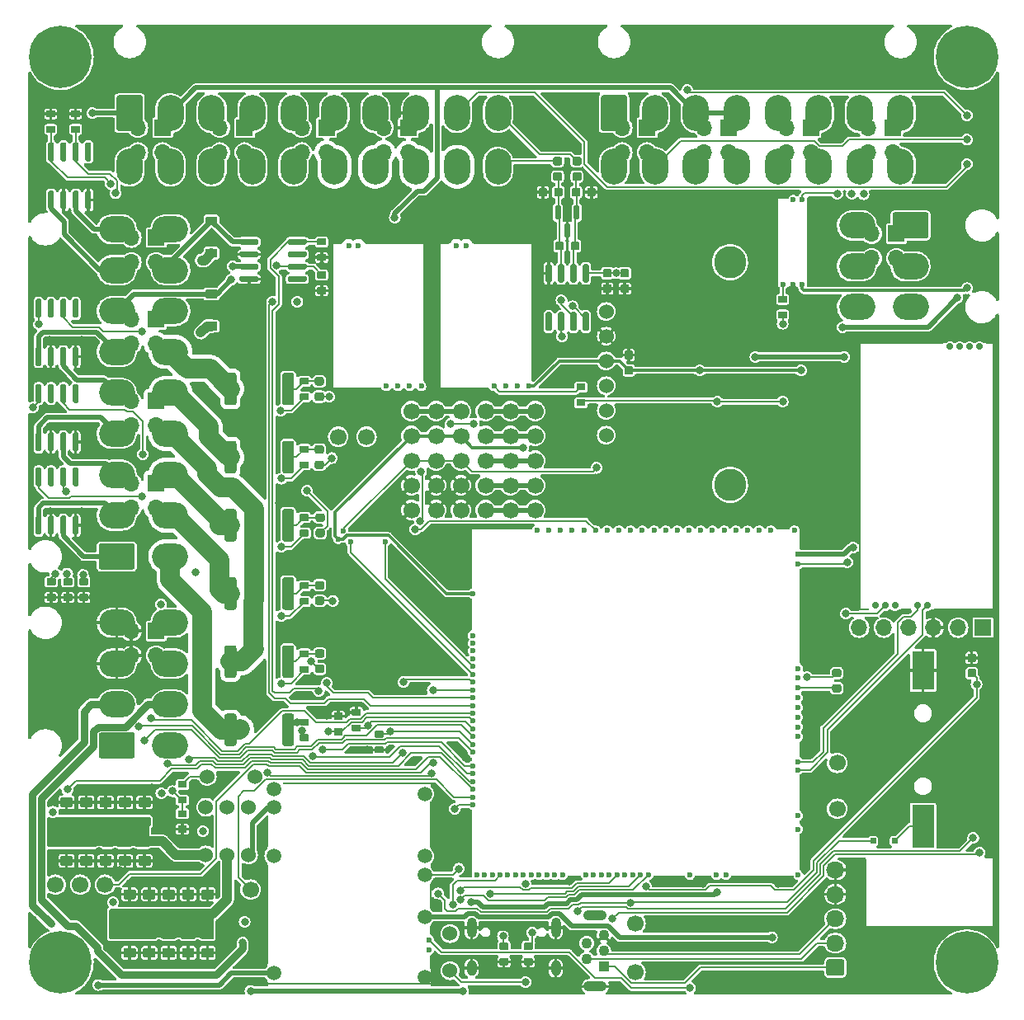
<source format=gbl>
G04 #@! TF.GenerationSoftware,KiCad,Pcbnew,7.0.11-7.0.11~ubuntu22.04.1*
G04 #@! TF.CreationDate,2024-03-04T11:54:42+00:00*
G04 #@! TF.ProjectId,uaefi,75616566-692e-46b6-9963-61645f706362,B*
G04 #@! TF.SameCoordinates,Original*
G04 #@! TF.FileFunction,Copper,L4,Bot*
G04 #@! TF.FilePolarity,Positive*
%FSLAX46Y46*%
G04 Gerber Fmt 4.6, Leading zero omitted, Abs format (unit mm)*
G04 Created by KiCad (PCBNEW 7.0.11-7.0.11~ubuntu22.04.1) date 2024-03-04 11:54:42*
%MOMM*%
%LPD*%
G01*
G04 APERTURE LIST*
G04 #@! TA.AperFunction,ComponentPad*
%ADD10R,1.700000X1.700000*%
G04 #@! TD*
G04 #@! TA.AperFunction,ComponentPad*
%ADD11O,1.700000X1.700000*%
G04 #@! TD*
G04 #@! TA.AperFunction,ComponentPad*
%ADD12O,2.700000X3.700000*%
G04 #@! TD*
G04 #@! TA.AperFunction,ComponentPad*
%ADD13C,1.700000*%
G04 #@! TD*
G04 #@! TA.AperFunction,ComponentPad*
%ADD14C,0.700000*%
G04 #@! TD*
G04 #@! TA.AperFunction,SMDPad,CuDef*
%ADD15R,1.100000X0.250000*%
G04 #@! TD*
G04 #@! TA.AperFunction,SMDPad,CuDef*
%ADD16R,0.980000X0.250000*%
G04 #@! TD*
G04 #@! TA.AperFunction,SMDPad,CuDef*
%ADD17R,6.300000X0.250000*%
G04 #@! TD*
G04 #@! TA.AperFunction,SMDPad,CuDef*
%ADD18R,0.250000X27.600000*%
G04 #@! TD*
G04 #@! TA.AperFunction,SMDPad,CuDef*
%ADD19R,8.750000X0.250000*%
G04 #@! TD*
G04 #@! TA.AperFunction,SMDPad,CuDef*
%ADD20R,0.950000X0.250000*%
G04 #@! TD*
G04 #@! TA.AperFunction,ComponentPad*
%ADD21C,0.800000*%
G04 #@! TD*
G04 #@! TA.AperFunction,ComponentPad*
%ADD22C,6.400000*%
G04 #@! TD*
G04 #@! TA.AperFunction,ComponentPad*
%ADD23C,1.524000*%
G04 #@! TD*
G04 #@! TA.AperFunction,ComponentPad*
%ADD24O,1.850000X1.700000*%
G04 #@! TD*
G04 #@! TA.AperFunction,ComponentPad*
%ADD25C,0.600000*%
G04 #@! TD*
G04 #@! TA.AperFunction,SMDPad,CuDef*
%ADD26R,6.185000X0.250000*%
G04 #@! TD*
G04 #@! TA.AperFunction,SMDPad,CuDef*
%ADD27R,1.115000X0.250000*%
G04 #@! TD*
G04 #@! TA.AperFunction,SMDPad,CuDef*
%ADD28R,0.250000X14.275000*%
G04 #@! TD*
G04 #@! TA.AperFunction,SMDPad,CuDef*
%ADD29R,0.250000X15.100000*%
G04 #@! TD*
G04 #@! TA.AperFunction,SMDPad,CuDef*
%ADD30R,5.175000X0.250000*%
G04 #@! TD*
G04 #@! TA.AperFunction,ComponentPad*
%ADD31R,1.100000X1.100000*%
G04 #@! TD*
G04 #@! TA.AperFunction,ComponentPad*
%ADD32C,1.100000*%
G04 #@! TD*
G04 #@! TA.AperFunction,ComponentPad*
%ADD33O,2.400000X1.100000*%
G04 #@! TD*
G04 #@! TA.AperFunction,SMDPad,CuDef*
%ADD34O,1.225000X0.200000*%
G04 #@! TD*
G04 #@! TA.AperFunction,SMDPad,CuDef*
%ADD35O,0.200000X9.300000*%
G04 #@! TD*
G04 #@! TA.AperFunction,ComponentPad*
%ADD36C,1.500000*%
G04 #@! TD*
G04 #@! TA.AperFunction,SMDPad,CuDef*
%ADD37O,0.200000X3.300000*%
G04 #@! TD*
G04 #@! TA.AperFunction,SMDPad,CuDef*
%ADD38O,0.200000X10.200000*%
G04 #@! TD*
G04 #@! TA.AperFunction,SMDPad,CuDef*
%ADD39O,0.200000X0.300000*%
G04 #@! TD*
G04 #@! TA.AperFunction,SMDPad,CuDef*
%ADD40O,17.000000X0.200000*%
G04 #@! TD*
G04 #@! TA.AperFunction,SMDPad,CuDef*
%ADD41O,15.400000X0.200000*%
G04 #@! TD*
G04 #@! TA.AperFunction,SMDPad,CuDef*
%ADD42O,0.200000X4.800000*%
G04 #@! TD*
G04 #@! TA.AperFunction,SMDPad,CuDef*
%ADD43O,0.200000X2.600000*%
G04 #@! TD*
G04 #@! TA.AperFunction,SMDPad,CuDef*
%ADD44O,0.200000X1.000000*%
G04 #@! TD*
G04 #@! TA.AperFunction,SMDPad,CuDef*
%ADD45O,0.200000X1.500000*%
G04 #@! TD*
G04 #@! TA.AperFunction,ComponentPad*
%ADD46C,0.599999*%
G04 #@! TD*
G04 #@! TA.AperFunction,ComponentPad*
%ADD47O,3.700000X2.700000*%
G04 #@! TD*
G04 #@! TA.AperFunction,SMDPad,CuDef*
%ADD48R,0.200000X3.700000*%
G04 #@! TD*
G04 #@! TA.AperFunction,SMDPad,CuDef*
%ADD49R,0.200000X0.400000*%
G04 #@! TD*
G04 #@! TA.AperFunction,SMDPad,CuDef*
%ADD50R,0.200000X1.600000*%
G04 #@! TD*
G04 #@! TA.AperFunction,SMDPad,CuDef*
%ADD51R,0.200000X9.700000*%
G04 #@! TD*
G04 #@! TA.AperFunction,SMDPad,CuDef*
%ADD52R,0.200000X2.300000*%
G04 #@! TD*
G04 #@! TA.AperFunction,SMDPad,CuDef*
%ADD53R,1.400000X0.200000*%
G04 #@! TD*
G04 #@! TA.AperFunction,SMDPad,CuDef*
%ADD54R,6.400000X0.200000*%
G04 #@! TD*
G04 #@! TA.AperFunction,SMDPad,CuDef*
%ADD55R,1.700000X0.200000*%
G04 #@! TD*
G04 #@! TA.AperFunction,SMDPad,CuDef*
%ADD56R,3.300000X0.200000*%
G04 #@! TD*
G04 #@! TA.AperFunction,SMDPad,CuDef*
%ADD57R,0.200000X7.000000*%
G04 #@! TD*
G04 #@! TA.AperFunction,SMDPad,CuDef*
%ADD58R,0.200000X3.300000*%
G04 #@! TD*
G04 #@! TA.AperFunction,SMDPad,CuDef*
%ADD59R,0.200000X6.300000*%
G04 #@! TD*
G04 #@! TA.AperFunction,ComponentPad*
%ADD60O,1.000000X2.100000*%
G04 #@! TD*
G04 #@! TA.AperFunction,ComponentPad*
%ADD61O,1.000000X1.600000*%
G04 #@! TD*
G04 #@! TA.AperFunction,ComponentPad*
%ADD62C,3.302000*%
G04 #@! TD*
G04 #@! TA.AperFunction,SMDPad,CuDef*
%ADD63R,2.299995X4.399991*%
G04 #@! TD*
G04 #@! TA.AperFunction,SMDPad,CuDef*
%ADD64R,2.299995X3.999992*%
G04 #@! TD*
G04 #@! TA.AperFunction,ViaPad*
%ADD65C,0.800000*%
G04 #@! TD*
G04 #@! TA.AperFunction,Conductor*
%ADD66C,0.200000*%
G04 #@! TD*
G04 #@! TA.AperFunction,Conductor*
%ADD67C,1.000000*%
G04 #@! TD*
G04 #@! TA.AperFunction,Conductor*
%ADD68C,0.800000*%
G04 #@! TD*
G04 #@! TA.AperFunction,Conductor*
%ADD69C,0.300000*%
G04 #@! TD*
G04 #@! TA.AperFunction,Conductor*
%ADD70C,0.500000*%
G04 #@! TD*
G04 #@! TA.AperFunction,Conductor*
%ADD71C,2.000000*%
G04 #@! TD*
G04 #@! TA.AperFunction,Conductor*
%ADD72C,0.150000*%
G04 #@! TD*
G04 APERTURE END LIST*
D10*
G04 #@! TO.P,J21,1,Pin_1*
G04 #@! TO.N,/OUT_IGN3*
X13315000Y52750000D03*
D11*
G04 #@! TO.P,J21,2,Pin_2*
G04 #@! TO.N,/OUT_INJ4*
X10775000Y52750000D03*
G04 #@! TO.P,J21,3,Pin_3*
G04 #@! TO.N,/OUT_IGN4*
X13315000Y50210000D03*
G04 #@! TO.P,J21,4,Pin_4*
G04 #@! TO.N,/OUT_INJ5*
X10775000Y50210000D03*
G04 #@! TD*
G04 #@! TO.P,J10,1,Pin_1*
G04 #@! TO.N,/IN_AUX1*
G04 #@! TA.AperFunction,ComponentPad*
G36*
G01*
X58950000Y89125001D02*
X58950000Y92324999D01*
G75*
G02*
X59200001Y92575000I250001J0D01*
G01*
X61399999Y92575000D01*
G75*
G02*
X61650000Y92324999I0J-250001D01*
G01*
X61650000Y89125001D01*
G75*
G02*
X61399999Y88875000I-250001J0D01*
G01*
X59200001Y88875000D01*
G75*
G02*
X58950000Y89125001I0J250001D01*
G01*
G37*
G04 #@! TD.AperFunction*
D12*
G04 #@! TO.P,J10,2,Pin_2*
G04 #@! TO.N,/IN_BUTTON1*
X64500000Y90725000D03*
G04 #@! TO.P,J10,3,Pin_3*
G04 #@! TO.N,+5VP*
X68700000Y90725000D03*
G04 #@! TO.P,J10,4,Pin_4*
X72900000Y90725000D03*
G04 #@! TO.P,J10,5,Pin_5*
G04 #@! TO.N,/IN_FLEX*
X77100000Y90725000D03*
G04 #@! TO.P,J10,6,Pin_6*
G04 #@! TO.N,/IN_PPS1*
X81300000Y90725000D03*
G04 #@! TO.P,J10,7,Pin_7*
G04 #@! TO.N,/CAN+*
X85500000Y90725000D03*
G04 #@! TO.P,J10,8,Pin_8*
G04 #@! TO.N,/CAN-*
X89700000Y90725000D03*
G04 #@! TO.P,J10,9,Pin_9*
G04 #@! TO.N,/IN_MAP*
X60300000Y85225000D03*
G04 #@! TO.P,J10,10,Pin_10*
G04 #@! TO.N,/IN_BUTTON2*
X64500000Y85225000D03*
G04 #@! TO.P,J10,11,Pin_11*
G04 #@! TO.N,GNDA*
X68700000Y85225000D03*
G04 #@! TO.P,J10,12,Pin_12*
X72900000Y85225000D03*
G04 #@! TO.P,J10,13,Pin_13*
G04 #@! TO.N,/IN_TPS1*
X77100000Y85225000D03*
G04 #@! TO.P,J10,14,Pin_14*
G04 #@! TO.N,/IN_KNOCK_RAW*
X81300000Y85225000D03*
G04 #@! TO.P,J10,15,Pin_15*
G04 #@! TO.N,/IN_IAT*
X85500000Y85225000D03*
G04 #@! TO.P,J10,16,Pin_16*
G04 #@! TO.N,/IN_CLT*
X89700000Y85225000D03*
G04 #@! TD*
D13*
G04 #@! TO.P,P8,1,Pin_1*
G04 #@! TO.N,Net-(M6-UART2_TX_(PD5))*
X83200000Y19300000D03*
G04 #@! TD*
D10*
G04 #@! TO.P,J20,1,Pin_1*
G04 #@! TO.N,/OUT_IGN2*
X13315000Y61150000D03*
D11*
G04 #@! TO.P,J20,2,Pin_2*
G04 #@! TO.N,/OUT_INJ2*
X10775000Y61150000D03*
G04 #@! TO.P,J20,3,Pin_3*
G04 #@! TO.N,/OUT_IGN5*
X13315000Y58610000D03*
G04 #@! TO.P,J20,4,Pin_4*
G04 #@! TO.N,/OUT_INJ3*
X10775000Y58610000D03*
G04 #@! TD*
D14*
G04 #@! TO.P,M5,E1,LSU_Un*
G04 #@! TO.N,/WBO_Un*
X97775000Y66750000D03*
G04 #@! TO.P,M5,E2,LSU_Vm*
G04 #@! TO.N,/WBO_Vm*
X94775000Y66750000D03*
G04 #@! TO.P,M5,E3,LSU_Ip*
G04 #@! TO.N,/WBO_Ip*
X95775000Y66750000D03*
G04 #@! TO.P,M5,E4,LSU_Rtrim*
G04 #@! TO.N,/WBO_Rtrim*
X96775000Y66750000D03*
D15*
G04 #@! TO.P,M5,G,GND*
G04 #@! TO.N,GND*
X85925000Y39775000D03*
D16*
X90265000Y39775000D03*
D17*
X96225000Y39775000D03*
D18*
X85500000Y53450000D03*
X99250000Y53450000D03*
D19*
X89750000Y67125000D03*
D20*
X98900000Y67125000D03*
D14*
G04 #@! TO.P,M5,W1,V5_IN*
G04 #@! TO.N,+5VA*
X88125000Y40158800D03*
G04 #@! TO.P,M5,W2,CAN_VIO*
G04 #@! TO.N,unconnected-(M5-CAN_VIO-PadW2)*
X89125000Y40158800D03*
G04 #@! TO.P,M5,W3,CANL*
G04 #@! TO.N,/CAN-*
X92421000Y40158800D03*
G04 #@! TO.P,M5,W4,CANH*
G04 #@! TO.N,/CAN+*
X91405000Y40158800D03*
G04 #@! TO.P,M5,W9,VDDA*
G04 #@! TO.N,unconnected-(M5-VDDA-PadW9)*
X87125000Y40158800D03*
G04 #@! TD*
G04 #@! TO.P,J2,1,Pin_1*
G04 #@! TO.N,+5VP*
G04 #@! TA.AperFunction,ComponentPad*
G36*
G01*
X9250000Y89125001D02*
X9250000Y92324999D01*
G75*
G02*
X9500001Y92575000I250001J0D01*
G01*
X11699999Y92575000D01*
G75*
G02*
X11950000Y92324999I0J-250001D01*
G01*
X11950000Y89125001D01*
G75*
G02*
X11699999Y88875000I-250001J0D01*
G01*
X9500001Y88875000D01*
G75*
G02*
X9250000Y89125001I0J250001D01*
G01*
G37*
G04 #@! TD.AperFunction*
D12*
G04 #@! TO.P,J2,2,Pin_2*
X14800000Y90725000D03*
G04 #@! TO.P,J2,3,Pin_3*
G04 #@! TO.N,/IN_AUX2*
X19000000Y90725000D03*
G04 #@! TO.P,J2,4,Pin_4*
G04 #@! TO.N,/IN_PPS2*
X23200000Y90725000D03*
G04 #@! TO.P,J2,5,Pin_5*
G04 #@! TO.N,/IN_HALL1*
X27400000Y90725000D03*
G04 #@! TO.P,J2,6,Pin_6*
G04 #@! TO.N,/IN_HALL2*
X31600000Y90725000D03*
G04 #@! TO.P,J2,7,Pin_7*
G04 #@! TO.N,/IN_HALL3*
X35800000Y90725000D03*
G04 #@! TO.P,J2,8,Pin_8*
G04 #@! TO.N,GND*
X40000000Y90725000D03*
G04 #@! TO.P,J2,9,Pin_9*
G04 #@! TO.N,/IN_BUTTON3*
X44200000Y90725000D03*
G04 #@! TO.P,J2,10,Pin_10*
G04 #@! TO.N,/EGT+*
X48400000Y90725000D03*
G04 #@! TO.P,J2,11,Pin_11*
G04 #@! TO.N,GNDA*
X10600000Y85225000D03*
G04 #@! TO.P,J2,12,Pin_12*
X14800000Y85225000D03*
G04 #@! TO.P,J2,13,Pin_13*
X19000000Y85225000D03*
G04 #@! TO.P,J2,14,Pin_14*
G04 #@! TO.N,/IN_TPS2*
X23200000Y85225000D03*
G04 #@! TO.P,J2,15,Pin_15*
G04 #@! TO.N,/IN_AUX3*
X27400000Y85225000D03*
G04 #@! TO.P,J2,16,Pin_16*
G04 #@! TO.N,/VR2+*
X31600000Y85225000D03*
G04 #@! TO.P,J2,17,Pin_17*
G04 #@! TO.N,/VR2-*
X35800000Y85225000D03*
G04 #@! TO.P,J2,18,Pin_18*
G04 #@! TO.N,/VR1+*
X40000000Y85225000D03*
G04 #@! TO.P,J2,19,Pin_19*
G04 #@! TO.N,/VR1-*
X44200000Y85225000D03*
G04 #@! TO.P,J2,20,Pin_20*
G04 #@! TO.N,/EGT-*
X48400000Y85225000D03*
G04 #@! TD*
D10*
G04 #@! TO.P,J17,1,Pin_1*
G04 #@! TO.N,GND*
X39190000Y89225000D03*
D11*
G04 #@! TO.P,J17,2,Pin_2*
G04 #@! TO.N,/IN_HALL3*
X36650000Y89225000D03*
G04 #@! TO.P,J17,3,Pin_3*
G04 #@! TO.N,/VR1+*
X39190000Y86685000D03*
G04 #@! TO.P,J17,4,Pin_4*
G04 #@! TO.N,/VR2-*
X36650000Y86685000D03*
G04 #@! TD*
D13*
G04 #@! TO.P,P1,1,Pin_1*
G04 #@! TO.N,Net-(M7-CANL)*
X32000000Y57500000D03*
G04 #@! TD*
G04 #@! TO.P,P2,1,Pin_1*
G04 #@! TO.N,Net-(M7-CANH)*
X34900000Y57500000D03*
G04 #@! TD*
G04 #@! TO.P,P15,1,Pin_1*
G04 #@! TO.N,/DC1_DIR*
X5540000Y11500000D03*
G04 #@! TD*
D21*
G04 #@! TO.P,H1,1*
G04 #@! TO.N,N/C*
X1100000Y96500000D03*
X1802944Y98197056D03*
X1802944Y94802944D03*
X3500000Y98900000D03*
D22*
X3500000Y96500000D03*
D21*
X3500000Y94100000D03*
X5197056Y98197056D03*
X5197056Y94802944D03*
X5900000Y96500000D03*
G04 #@! TD*
G04 #@! TO.P,H4,1*
G04 #@! TO.N,N/C*
X94100000Y96500000D03*
X94802944Y98197056D03*
X94802944Y94802944D03*
X96500000Y98900000D03*
D22*
X96500000Y96500000D03*
D21*
X96500000Y94100000D03*
X98197056Y98197056D03*
X98197056Y94802944D03*
X98900000Y96500000D03*
G04 #@! TD*
D23*
G04 #@! TO.P,F4,1,1*
G04 #@! TO.N,+12V*
X18400000Y19450000D03*
G04 #@! TO.P,F4,2,2*
G04 #@! TO.N,/DC Driver 1/PWR*
X18400000Y14550000D03*
G04 #@! TD*
G04 #@! TO.P,J7,1,Pin_1*
G04 #@! TO.N,/VBUS*
G04 #@! TA.AperFunction,ComponentPad*
G36*
G01*
X83675000Y2150000D02*
X82325000Y2150000D01*
G75*
G02*
X82075000Y2400000I0J250000D01*
G01*
X82075000Y3600000D01*
G75*
G02*
X82325000Y3850000I250000J0D01*
G01*
X83675000Y3850000D01*
G75*
G02*
X83925000Y3600000I0J-250000D01*
G01*
X83925000Y2400000D01*
G75*
G02*
X83675000Y2150000I-250000J0D01*
G01*
G37*
G04 #@! TD.AperFunction*
D24*
G04 #@! TO.P,J7,2,Pin_2*
G04 #@! TO.N,/USB-*
X83000000Y5500000D03*
G04 #@! TO.P,J7,3,Pin_3*
G04 #@! TO.N,/USB+*
X83000000Y8000000D03*
G04 #@! TO.P,J7,4,Pin_4*
G04 #@! TO.N,GND*
X83000000Y10500000D03*
G04 #@! TO.P,J7,5,Pin_5*
X83000000Y13000000D03*
G04 #@! TD*
D13*
G04 #@! TO.P,P4,1,Pin_1*
G04 #@! TO.N,Net-(M6-LED_GREEN)*
X62500000Y7500000D03*
G04 #@! TD*
D21*
G04 #@! TO.P,H2,1*
G04 #@! TO.N,N/C*
X1100000Y3500000D03*
X1802944Y5197056D03*
X1802944Y1802944D03*
X3500000Y5900000D03*
D22*
X3500000Y3500000D03*
D21*
X3500000Y1100000D03*
X5197056Y5197056D03*
X5197056Y1802944D03*
X5900000Y3500000D03*
G04 #@! TD*
D25*
G04 #@! TO.P,M3,E1,Thresh_IN*
G04 #@! TO.N,/VR1_THRESHOLD*
X49175000Y62675000D03*
G04 #@! TO.P,M3,E2,OUT_A*
G04 #@! TO.N,/VR1_A*
X47975000Y62675000D03*
G04 #@! TO.P,M3,E3,OUT*
G04 #@! TO.N,/VR1*
X50375000Y62675000D03*
G04 #@! TO.P,M3,E4,V5_IN*
G04 #@! TO.N,+5VA*
X51575000Y62675000D03*
D26*
G04 #@! TO.P,M3,G,GND*
G04 #@! TO.N,GND*
X48907500Y77325000D03*
D27*
X42857500Y77325000D03*
D28*
X51875000Y70312500D03*
D29*
X42425000Y69900000D03*
D30*
X44887500Y62475000D03*
D25*
G04 #@! TO.P,M3,W1,VR-*
G04 #@! TO.N,/VR1-*
X45115000Y77100000D03*
G04 #@! TO.P,M3,W2,VR+*
G04 #@! TO.N,/VR1+*
X44115000Y77100000D03*
G04 #@! TD*
D13*
G04 #@! TO.P,P17,1,Pin_1*
G04 #@! TO.N,/DC1_PWM*
X3000000Y11500000D03*
G04 #@! TD*
D31*
G04 #@! TO.P,J8,1,VBUS*
G04 #@! TO.N,/VBUS*
X59250000Y3100000D03*
D32*
G04 #@! TO.P,J8,2,D-*
G04 #@! TO.N,/USB-*
X57500000Y3900000D03*
G04 #@! TO.P,J8,3,D+*
G04 #@! TO.N,/USB+*
X59250000Y4700000D03*
G04 #@! TO.P,J8,4,ID*
G04 #@! TO.N,unconnected-(J8-ID-Pad4)*
X57500000Y5500000D03*
G04 #@! TO.P,J8,5,GND*
G04 #@! TO.N,GND*
X59250000Y6300000D03*
D33*
G04 #@! TO.P,J8,6,Shield*
X58375000Y1050000D03*
X58375000Y8350000D03*
G04 #@! TD*
D23*
G04 #@! TO.P,F3,1,1*
G04 #@! TO.N,+12V*
X20600000Y19450000D03*
G04 #@! TO.P,F3,2,2*
G04 #@! TO.N,/DC Driver 2/PWR*
X20600000Y14550000D03*
G04 #@! TD*
D25*
G04 #@! TO.P,M2,E1,V5A*
G04 #@! TO.N,+5VA*
X79574999Y73125000D03*
D34*
G04 #@! TO.P,M2,E2,GND*
G04 #@! TO.N,GND*
X77599999Y82025000D03*
D35*
X80174999Y77475000D03*
X77074999Y77475000D03*
D25*
X78624999Y73125000D03*
G04 #@! TO.P,M2,E3,OUT_KNOCK*
G04 #@! TO.N,/IN_KNOCK*
X77675001Y73125000D03*
G04 #@! TO.P,M2,W1,IN_KNOCK*
G04 #@! TO.N,/IN_KNOCK_RAW*
X78674999Y81825000D03*
G04 #@! TO.P,M2,W2,VREF*
G04 #@! TO.N,/VREF1*
X79574999Y81825000D03*
G04 #@! TD*
D13*
G04 #@! TO.P,P18,1,Pin_1*
G04 #@! TO.N,/DC2_PWM*
X23000000Y11000000D03*
G04 #@! TD*
D36*
G04 #@! TO.P,M1,E1,VBAT*
G04 #@! TO.N,/VBAT*
X40874995Y20824999D03*
G04 #@! TO.P,M1,E2,V12*
G04 #@! TO.N,unconnected-(M1-V12-PadE2)*
X40874995Y14425002D03*
G04 #@! TO.P,M1,E3,VIGN*
G04 #@! TO.N,/VIGN*
X40874995Y12524999D03*
G04 #@! TO.P,M1,E4,V5*
G04 #@! TO.N,+5V*
X40874995Y8224999D03*
D25*
G04 #@! TO.P,M1,E5,EN_5VP*
G04 #@! TO.N,/PWR_EN*
X41324994Y5825002D03*
G04 #@! TO.P,M1,E6,PG_5VP*
G04 #@! TO.N,Net-(M1-PG_5VP)*
X41324994Y4825001D03*
D37*
G04 #@! TO.P,M1,S1,GND*
G04 #@! TO.N,GND*
X24724999Y16974999D03*
D38*
X24724999Y8475001D03*
D39*
X24724999Y1374999D03*
D40*
X33124997Y1324999D03*
D41*
X33924998Y21924999D03*
D36*
X40874995Y1974999D03*
D39*
X41524996Y21874999D03*
D42*
X41524996Y17675001D03*
D43*
X41524996Y10324999D03*
D44*
X41524996Y6825002D03*
D45*
X41524996Y3525001D03*
D36*
G04 #@! TO.P,M1,V1,V12_PERM*
G04 #@! TO.N,+12V_RAW*
X25374998Y21275001D03*
G04 #@! TO.P,M1,V2,IN_VIGN*
G04 #@! TO.N,/IN_VIGN*
X25374998Y19425002D03*
G04 #@! TO.P,M1,V3,V12_RAW*
G04 #@! TO.N,+12V_RAW*
X25374998Y14474999D03*
G04 #@! TO.P,M1,V4,5VP*
G04 #@! TO.N,+5VP*
X25374998Y2425001D03*
G04 #@! TD*
D46*
G04 #@! TO.P,M7,V1,V5*
G04 #@! TO.N,+5VA*
X31999999Y46975001D03*
G04 #@! TO.P,M7,V2,CAN_VIO*
G04 #@! TO.N,+3.3VA*
X32524999Y47850003D03*
G04 #@! TO.P,M7,V5,CAN_TX*
G04 #@! TO.N,Net-(M6-SPI2_SCK_{slash}_CAN2_TX_(PB13))*
X33274997Y46674999D03*
G04 #@! TO.P,M7,V6,CAN_RX*
G04 #@! TO.N,Net-(M6-SPI2_CS_{slash}_CAN2_RX_(PB12))*
X36824998Y46750002D03*
G04 #@! TD*
D10*
G04 #@! TO.P,J11,1,Pin_1*
G04 #@! TO.N,/IN_PPS1*
X80490000Y89225000D03*
D11*
G04 #@! TO.P,J11,2,Pin_2*
G04 #@! TO.N,/IN_FLEX*
X77950000Y89225000D03*
G04 #@! TO.P,J11,3,Pin_3*
G04 #@! TO.N,/IN_KNOCK_RAW*
X80490000Y86685000D03*
G04 #@! TO.P,J11,4,Pin_4*
G04 #@! TO.N,/IN_TPS1*
X77950000Y86685000D03*
G04 #@! TD*
G04 #@! TO.P,J5,1,Pin_1*
G04 #@! TO.N,/OUT_INJ6*
G04 #@! TA.AperFunction,ComponentPad*
G36*
G01*
X10874999Y43850000D02*
X7675001Y43850000D01*
G75*
G02*
X7425000Y44100001I0J250001D01*
G01*
X7425000Y46299999D01*
G75*
G02*
X7675001Y46550000I250001J0D01*
G01*
X10874999Y46550000D01*
G75*
G02*
X11125000Y46299999I0J-250001D01*
G01*
X11125000Y44100001D01*
G75*
G02*
X10874999Y43850000I-250001J0D01*
G01*
G37*
G04 #@! TD.AperFunction*
D47*
G04 #@! TO.P,J5,2,Pin_2*
G04 #@! TO.N,/OUT_INJ5*
X9275000Y49400000D03*
G04 #@! TO.P,J5,3,Pin_3*
G04 #@! TO.N,/OUT_INJ4*
X9275000Y53600000D03*
G04 #@! TO.P,J5,4,Pin_4*
G04 #@! TO.N,/OUT_INJ3*
X9275000Y57800000D03*
G04 #@! TO.P,J5,5,Pin_5*
G04 #@! TO.N,/OUT_INJ2*
X9275000Y62000000D03*
G04 #@! TO.P,J5,6,Pin_6*
G04 #@! TO.N,/OUT_INJ1*
X9275000Y66200000D03*
G04 #@! TO.P,J5,7,Pin_7*
G04 #@! TO.N,/OUT_LS1*
X9275000Y70400000D03*
G04 #@! TO.P,J5,8,Pin_8*
G04 #@! TO.N,/OUT_LS_HOT2*
X9275000Y74600000D03*
G04 #@! TO.P,J5,9,Pin_9*
G04 #@! TO.N,/OUT_LS_HOT1*
X9275000Y78800000D03*
G04 #@! TO.P,J5,10,Pin_10*
G04 #@! TO.N,/OUT_IGN6*
X14775000Y45200000D03*
G04 #@! TO.P,J5,11,Pin_11*
G04 #@! TO.N,/OUT_IGN4*
X14775000Y49400000D03*
G04 #@! TO.P,J5,12,Pin_12*
G04 #@! TO.N,/OUT_IGN3*
X14775000Y53600000D03*
G04 #@! TO.P,J5,13,Pin_13*
G04 #@! TO.N,/OUT_IGN5*
X14775000Y57800000D03*
G04 #@! TO.P,J5,14,Pin_14*
G04 #@! TO.N,/OUT_IGN2*
X14775000Y62000000D03*
G04 #@! TO.P,J5,15,Pin_15*
G04 #@! TO.N,/OUT_IGN1*
X14775000Y66200000D03*
G04 #@! TO.P,J5,16,Pin_16*
G04 #@! TO.N,/OUT_LS4*
X14775000Y70400000D03*
G04 #@! TO.P,J5,17,Pin_17*
G04 #@! TO.N,/OUT_LS3*
X14775000Y74600000D03*
G04 #@! TO.P,J5,18,Pin_18*
G04 #@! TO.N,/OUT_LS2*
X14775000Y78800000D03*
G04 #@! TD*
D10*
G04 #@! TO.P,J1,1,Pin_1*
G04 #@! TO.N,/CAN-*
X88890000Y89225000D03*
D11*
G04 #@! TO.P,J1,2,Pin_2*
G04 #@! TO.N,/CAN+*
X86350000Y89225000D03*
G04 #@! TO.P,J1,3,Pin_3*
G04 #@! TO.N,/IN_CLT*
X88890000Y86685000D03*
G04 #@! TO.P,J1,4,Pin_4*
G04 #@! TO.N,/IN_IAT*
X86350000Y86685000D03*
G04 #@! TD*
G04 #@! TO.P,J3,1,Pin_1*
G04 #@! TO.N,+12V_RAW*
G04 #@! TA.AperFunction,ComponentPad*
G36*
G01*
X89125001Y80550000D02*
X92324999Y80550000D01*
G75*
G02*
X92575000Y80299999I0J-250001D01*
G01*
X92575000Y78100001D01*
G75*
G02*
X92324999Y77850000I-250001J0D01*
G01*
X89125001Y77850000D01*
G75*
G02*
X88875000Y78100001I0J250001D01*
G01*
X88875000Y80299999D01*
G75*
G02*
X89125001Y80550000I250001J0D01*
G01*
G37*
G04 #@! TD.AperFunction*
D47*
G04 #@! TO.P,J3,2,Pin_2*
G04 #@! TO.N,/WBO_Rtrim*
X90725000Y75000000D03*
G04 #@! TO.P,J3,3,Pin_3*
G04 #@! TO.N,/WBO_Heater*
X90725000Y70800000D03*
G04 #@! TO.P,J3,4,Pin_4*
G04 #@! TO.N,/WBO_Un*
X85225000Y79200000D03*
G04 #@! TO.P,J3,5,Pin_5*
G04 #@! TO.N,/WBO_Ip*
X85225000Y75000000D03*
G04 #@! TO.P,J3,6,Pin_6*
G04 #@! TO.N,/WBO_Vm*
X85225000Y70800000D03*
G04 #@! TD*
D10*
G04 #@! TO.P,J16,1,Pin_1*
G04 #@! TO.N,/IN_HALL2*
X30790000Y89225000D03*
D11*
G04 #@! TO.P,J16,2,Pin_2*
G04 #@! TO.N,/IN_HALL1*
X28250000Y89225000D03*
G04 #@! TO.P,J16,3,Pin_3*
G04 #@! TO.N,/VR2+*
X30790000Y86685000D03*
G04 #@! TO.P,J16,4,Pin_4*
G04 #@! TO.N,/IN_AUX3*
X28250000Y86685000D03*
G04 #@! TD*
D23*
G04 #@! TO.P,F1,1,1*
G04 #@! TO.N,/12V_KEY*
X22800000Y19450000D03*
G04 #@! TO.P,F1,2,2*
G04 #@! TO.N,/IN_VIGN*
X22800000Y14550000D03*
G04 #@! TD*
D13*
G04 #@! TO.P,G3,1*
G04 #@! TO.N,GND*
X39500000Y49960000D03*
G04 #@! TO.P,G3,2*
X39500000Y52500000D03*
G04 #@! TO.P,G3,3*
G04 #@! TO.N,+3.3VA*
X39500000Y55040000D03*
G04 #@! TO.P,G3,4*
G04 #@! TO.N,+5VA*
X39500000Y57580000D03*
G04 #@! TO.P,G3,5*
G04 #@! TO.N,+12V_RAW*
X39500000Y60120000D03*
G04 #@! TO.P,G3,6*
G04 #@! TO.N,GND*
X42040000Y49960000D03*
G04 #@! TO.P,G3,7*
X42040000Y52500000D03*
G04 #@! TO.P,G3,8*
G04 #@! TO.N,+3.3VA*
X42040000Y55040000D03*
G04 #@! TO.P,G3,9*
G04 #@! TO.N,+5VA*
X42040000Y57580000D03*
G04 #@! TO.P,G3,10*
G04 #@! TO.N,+12V_RAW*
X42040000Y60120000D03*
G04 #@! TO.P,G3,11*
G04 #@! TO.N,GND*
X44580000Y49960000D03*
G04 #@! TO.P,G3,12*
X44580000Y52500000D03*
G04 #@! TO.P,G3,13*
G04 #@! TO.N,+3.3VA*
X44580000Y55040000D03*
G04 #@! TO.P,G3,14*
G04 #@! TO.N,+5VA*
X44580000Y57580000D03*
G04 #@! TO.P,G3,15*
G04 #@! TO.N,+12V_RAW*
X44580000Y60120000D03*
G04 #@! TD*
G04 #@! TO.P,P3,1,Pin_1*
G04 #@! TO.N,Net-(M6-LED_YELLOW)*
X62500000Y2500000D03*
G04 #@! TD*
D23*
G04 #@! TO.P,R4,1,1*
G04 #@! TO.N,Net-(M1-PG_5VP)*
X43474609Y6474609D03*
G04 #@! TO.P,R4,2,2*
G04 #@! TO.N,/PG_5VP*
X43474609Y2664609D03*
G04 #@! TD*
D10*
G04 #@! TO.P,J24,1,Pin_1*
G04 #@! TO.N,+12V_RAW*
X89265000Y78350000D03*
D11*
G04 #@! TO.P,J24,2,Pin_2*
G04 #@! TO.N,/WBO_Un*
X86725000Y78350000D03*
G04 #@! TO.P,J24,3,Pin_3*
G04 #@! TO.N,/WBO_Rtrim*
X89265000Y75810000D03*
G04 #@! TO.P,J24,4,Pin_4*
G04 #@! TO.N,/WBO_Ip*
X86725000Y75810000D03*
G04 #@! TD*
G04 #@! TO.P,J4,1,Pin_1*
G04 #@! TO.N,/OUT_DC1-*
G04 #@! TA.AperFunction,ComponentPad*
G36*
G01*
X10874999Y24450000D02*
X7675001Y24450000D01*
G75*
G02*
X7425000Y24700001I0J250001D01*
G01*
X7425000Y26899999D01*
G75*
G02*
X7675001Y27150000I250001J0D01*
G01*
X10874999Y27150000D01*
G75*
G02*
X11125000Y26899999I0J-250001D01*
G01*
X11125000Y24700001D01*
G75*
G02*
X10874999Y24450000I-250001J0D01*
G01*
G37*
G04 #@! TD.AperFunction*
D47*
G04 #@! TO.P,J4,2,Pin_2*
G04 #@! TO.N,/OUT_DC2-*
X9275000Y30000000D03*
G04 #@! TO.P,J4,3,Pin_3*
G04 #@! TO.N,GND*
X9275000Y34200000D03*
G04 #@! TO.P,J4,4,Pin_4*
X9275000Y38400000D03*
G04 #@! TO.P,J4,5,Pin_5*
G04 #@! TO.N,/OUT_DC1+*
X14775000Y25800000D03*
G04 #@! TO.P,J4,6,Pin_6*
G04 #@! TO.N,/OUT_DC2+*
X14775000Y30000000D03*
G04 #@! TO.P,J4,7,Pin_7*
G04 #@! TO.N,/12V_KEY*
X14775000Y34200000D03*
G04 #@! TO.P,J4,8,Pin_8*
G04 #@! TO.N,+12V*
X14775000Y38400000D03*
G04 #@! TD*
D13*
G04 #@! TO.P,P7,1,Pin_1*
G04 #@! TO.N,Net-(M6-UART2_RX_(PD6))*
X83200000Y24000000D03*
G04 #@! TD*
D25*
G04 #@! TO.P,M6,E1,V5A_SWITCHABLE*
G04 #@! TO.N,+5VA*
X45800010Y41400000D03*
G04 #@! TO.P,M6,E2,GNDA*
G04 #@! TO.N,unconnected-(M6-GNDA-PadE2)*
X45800000Y37100000D03*
G04 #@! TO.P,M6,E3,I2C_SCL_(PB10)*
G04 #@! TO.N,unconnected-(M6-I2C_SCL_(PB10)-PadE3)*
X45800000Y36300010D03*
G04 #@! TO.P,M6,E4,I2C_SDA_(PB11)*
G04 #@! TO.N,unconnected-(M6-I2C_SDA_(PB11)-PadE4)*
X45800000Y35500000D03*
G04 #@! TO.P,M6,E5,IN_VIGN_(PA5)*
G04 #@! TO.N,/VIGN*
X45800000Y34700000D03*
G04 #@! TO.P,M6,E6,SPI2_CS_/_CAN2_RX_(PB12)*
G04 #@! TO.N,Net-(M6-SPI2_CS_{slash}_CAN2_RX_(PB12))*
X45800000Y33900000D03*
G04 #@! TO.P,M6,E7,SPI2_SCK_/_CAN2_TX_(PB13)*
G04 #@! TO.N,Net-(M6-SPI2_SCK_{slash}_CAN2_TX_(PB13))*
X45800000Y33100000D03*
G04 #@! TO.P,M6,E8,SPI2_MISO_(PB14)*
G04 #@! TO.N,/DC1_DIS*
X45800000Y32300000D03*
G04 #@! TO.P,M6,E9,SPI2_MOSI_(PB15)*
G04 #@! TO.N,/DC2_DIR*
X45800000Y31500000D03*
G04 #@! TO.P,M6,E10,OUT_INJ8_(PD12)*
G04 #@! TO.N,/LS2*
X45800000Y30700000D03*
G04 #@! TO.P,M6,E11,OUT_INJ7_(PD15)*
G04 #@! TO.N,/LS1*
X45800000Y29900000D03*
G04 #@! TO.P,M6,E12,OUT_INJ6_(PA8)*
G04 #@! TO.N,/INJ6*
X45800000Y29100000D03*
G04 #@! TO.P,M6,E13,OUT_INJ5_(PD2)*
G04 #@! TO.N,/INJ5*
X45800000Y28300000D03*
G04 #@! TO.P,M6,E14,OUT_INJ4_(PD10)*
G04 #@! TO.N,/INJ4*
X45800000Y27500000D03*
G04 #@! TO.P,M6,E15,OUT_INJ3_(PD11)*
G04 #@! TO.N,/INJ3*
X45800000Y26700000D03*
G04 #@! TO.P,M6,E16,OUT_INJ2_(PA9)*
G04 #@! TO.N,/INJ2*
X45800010Y25900010D03*
G04 #@! TO.P,M6,E17,OUT_INJ1_(PD3)*
G04 #@! TO.N,/INJ1*
X45800000Y25100000D03*
G04 #@! TO.P,M6,E18,OUT_PWM1_(PD13)*
G04 #@! TO.N,/LS3*
X45800000Y23700000D03*
G04 #@! TO.P,M6,E19,OUT_PWM2_(PC6)*
G04 #@! TO.N,/LS4*
X45800000Y22900010D03*
G04 #@! TO.P,M6,E20,OUT_PWM3_(PC7)*
G04 #@! TO.N,/DC1_PWM*
X45800000Y22100010D03*
G04 #@! TO.P,M6,E21,OUT_PWM4_(PC8)*
G04 #@! TO.N,/DC1_DIR*
X45800000Y21300010D03*
G04 #@! TO.P,M6,E22,OUT_PWM5_(PC9)*
G04 #@! TO.N,/DC2_PWM*
X45800000Y20500010D03*
G04 #@! TO.P,M6,E23,OUT_PWM6_(PD14)*
G04 #@! TO.N,/VR1_THRESHOLD*
X45800000Y19700000D03*
D48*
G04 #@! TO.P,M6,G,GND*
G04 #@! TO.N,GND*
X79400010Y14850010D03*
D49*
X79400010Y17900000D03*
D48*
X79400010Y20950010D03*
D50*
X79400010Y25400000D03*
D51*
X79400010Y39050000D03*
D52*
X79400010Y47050000D03*
D53*
X77600000Y48100010D03*
D54*
X75500010Y12300010D03*
D55*
X69450010Y12300010D03*
D56*
X65950010Y12300010D03*
D53*
X56200010Y12300010D03*
D54*
X48700010Y48100010D03*
D57*
X45600000Y15699990D03*
D49*
X45600000Y24400010D03*
D58*
X45600000Y39250010D03*
D59*
X45600000Y45050010D03*
D25*
G04 #@! TO.P,M6,N1,VBUS*
G04 #@! TO.N,/VBUS*
X46200000Y12500000D03*
G04 #@! TO.P,M6,N2,USBM_(PA11)*
G04 #@! TO.N,/USB-*
X47000000Y12500000D03*
G04 #@! TO.P,M6,N3,USBP_(PA12)*
G04 #@! TO.N,/USB+*
X47800000Y12500000D03*
G04 #@! TO.P,M6,N4,USBID_(PA10)*
G04 #@! TO.N,/DC2_DIS*
X48600010Y12500000D03*
G04 #@! TO.P,M6,N5,SWDIO_(PA13)*
G04 #@! TO.N,unconnected-(M6-SWDIO_(PA13)-PadN5)*
X49400000Y12500000D03*
G04 #@! TO.P,M6,N6,SWCLK_(PA14)*
G04 #@! TO.N,unconnected-(M6-SWCLK_(PA14)-PadN6)*
X50200000Y12500000D03*
G04 #@! TO.P,M6,N7,nReset*
G04 #@! TO.N,unconnected-(M6-nReset-PadN7)*
X51000000Y12500000D03*
G04 #@! TO.P,M6,N8,SWO_(PB3)*
G04 #@! TO.N,unconnected-(M6-SWO_(PB3)-PadN8)*
X51800010Y12500000D03*
G04 #@! TO.P,M6,N9,SPI3_CS_(PA15)*
G04 #@! TO.N,/EGT/SPI_CS*
X52600000Y12500010D03*
G04 #@! TO.P,M6,N10,SPI3_SCK_(PC10)*
G04 #@! TO.N,/EGT/SPI_SCK*
X53400000Y12500010D03*
G04 #@! TO.P,M6,N11,SPI3_MISO_(PC11)*
G04 #@! TO.N,/EGT/SPI_SO*
X54200000Y12500010D03*
G04 #@! TO.P,M6,N12,SPI3_MOSI_(PC12)*
G04 #@! TO.N,/PG_5VP*
X55000000Y12500010D03*
G04 #@! TO.P,M6,N13,UART2_TX_(PD5)*
G04 #@! TO.N,Net-(M6-UART2_TX_(PD5))*
X57400010Y12500010D03*
G04 #@! TO.P,M6,N14,UART2_RX_(PD6)*
G04 #@! TO.N,Net-(M6-UART2_RX_(PD6))*
X58200010Y12500010D03*
G04 #@! TO.P,M6,N14a,LED_GREEN*
G04 #@! TO.N,Net-(M6-LED_GREEN)*
X59000000Y12500000D03*
G04 #@! TO.P,M6,N14b,LED_YELLOW*
G04 #@! TO.N,Net-(M6-LED_YELLOW)*
X59800010Y12500000D03*
G04 #@! TO.P,M6,N15,V33_SWITCHABLE*
G04 #@! TO.N,+3.3VA*
X60600010Y12500000D03*
G04 #@! TO.P,M6,N16,BOOT0*
G04 #@! TO.N,unconnected-(M6-BOOT0-PadN16)*
X61400010Y12500000D03*
G04 #@! TO.P,M6,N17,VBAT*
G04 #@! TO.N,/VBAT*
X62200010Y12500000D03*
G04 #@! TO.P,M6,N18,UART8_RX_(PE0)*
G04 #@! TO.N,/VR1*
X63000010Y12500010D03*
G04 #@! TO.P,M6,N19,UART8_TX_(PE1)*
G04 #@! TO.N,/VR2*
X63800010Y12500010D03*
G04 #@! TO.P,M6,N20,OUT_PWR_EN_(PE10)*
G04 #@! TO.N,/PWR_EN*
X68100010Y12500010D03*
G04 #@! TO.P,M6,N21,V33*
G04 #@! TO.N,+3.3V*
X70800010Y12500010D03*
G04 #@! TO.P,M6,N22,VCC*
G04 #@! TO.N,+5V*
X71800000Y12500010D03*
G04 #@! TO.P,M6,N23,V33*
G04 #@! TO.N,unconnected-(M6-V33-PadN23)*
X79200010Y12500010D03*
G04 #@! TO.P,M6,S1,IN_D4_(PE15)*
G04 #@! TO.N,/IN_BUTTON3*
X52399990Y47900010D03*
G04 #@! TO.P,M6,S2,IN_D3_(PE14)*
G04 #@! TO.N,/IN_HALL3*
X53600000Y47900010D03*
G04 #@! TO.P,M6,S3,IN_D2_(PE13)*
G04 #@! TO.N,/IN_HALL2*
X54800000Y47900010D03*
G04 #@! TO.P,M6,S4,IN_D1_(PE12)*
G04 #@! TO.N,/IN_HALL1*
X56000000Y47900010D03*
G04 #@! TO.P,M6,S5,VREF2*
G04 #@! TO.N,unconnected-(M6-VREF2-PadS5)*
X57200000Y47900010D03*
G04 #@! TO.P,M6,S6,IN_AUX4_(PC5)*
G04 #@! TO.N,/IN_VMAIN*
X58400000Y47900010D03*
G04 #@! TO.P,M6,S7,IN_AUX3_(PA7)*
G04 #@! TO.N,/IN_AUX3*
X59600000Y47900010D03*
G04 #@! TO.P,M6,S8,IN_AUX2_(PC4/PE9)*
G04 #@! TO.N,/IN_PPS2*
X60800000Y47900010D03*
G04 #@! TO.P,M6,S9,IN_AUX1_(PB0)*
G04 #@! TO.N,/IN_TPS2*
X62000000Y47900010D03*
G04 #@! TO.P,M6,S10,IN_O2S2_(PA1)*
G04 #@! TO.N,/IN_AUX2*
X63200000Y47900010D03*
G04 #@! TO.P,M6,S11,IN_O2S_/_CAN_WAKEUP_(PA0)*
G04 #@! TO.N,/IN_AUX1*
X64400000Y47900010D03*
G04 #@! TO.P,M6,S12,IN_MAP2_(PC1)*
G04 #@! TO.N,/INTERNAL_MAP*
X65600000Y47900010D03*
G04 #@! TO.P,M6,S13,IN_MAP1_(PC0)*
G04 #@! TO.N,/IN_MAP*
X66800000Y47900010D03*
G04 #@! TO.P,M6,S14,IN_CRANK_(PB1)*
G04 #@! TO.N,/IN_BUTTON1*
X68000000Y47900010D03*
G04 #@! TO.P,M6,S15,IN_KNOCK_(PA2)*
G04 #@! TO.N,/ADC3*
X69200000Y47900010D03*
G04 #@! TO.P,M6,S16,IN_CAM_(PA6)*
G04 #@! TO.N,/IN_BUTTON2*
X70400000Y47900010D03*
G04 #@! TO.P,M6,S17,IN_VSS_(PE11)*
G04 #@! TO.N,/IN_FLEX*
X71600000Y47900010D03*
G04 #@! TO.P,M6,S18,IN_TPS_(PA4)*
G04 #@! TO.N,/IN_TPS1*
X72800010Y47900010D03*
G04 #@! TO.P,M6,S19,IN_PPS_(PA3)*
G04 #@! TO.N,/IN_PPS1*
X74000010Y47900010D03*
G04 #@! TO.P,M6,S20,IN_IAT_(PC3)*
G04 #@! TO.N,/IN_IAT*
X75200010Y47900010D03*
G04 #@! TO.P,M6,S21,IN_CLT_(PC2)*
G04 #@! TO.N,/IN_CLT*
X76400010Y47900010D03*
G04 #@! TO.P,M6,S22,VREF1*
G04 #@! TO.N,/VREF1*
X78800010Y47900010D03*
G04 #@! TO.P,M6,W1,GNDA*
G04 #@! TO.N,GNDA*
X79200010Y45400000D03*
G04 #@! TO.P,M6,W2,V5A_SWITCHABLE*
G04 #@! TO.N,+5VA*
X79200010Y44400000D03*
G04 #@! TO.P,M6,W3,IGN8_(PE6)*
G04 #@! TO.N,/LS_HOT2*
X79200010Y33700010D03*
G04 #@! TO.P,M6,W4,IGN7_(PB9)*
G04 #@! TO.N,/LS_HOT1*
X79200010Y32700000D03*
G04 #@! TO.P,M6,W5,IGN6_(PB8)*
G04 #@! TO.N,/IGN6*
X79200010Y31700010D03*
G04 #@! TO.P,M6,W6,IGN5_(PE2)*
G04 #@! TO.N,/IGN5*
X79200010Y30700010D03*
G04 #@! TO.P,M6,W7,IGN4_(PE3)*
G04 #@! TO.N,/IGN4*
X79200010Y29700010D03*
G04 #@! TO.P,M6,W8,IGN3_(PE4)*
G04 #@! TO.N,/IGN3*
X79200010Y28700010D03*
G04 #@! TO.P,M6,W9,IGN2_(PE5)*
G04 #@! TO.N,/IGN2*
X79200010Y27700010D03*
G04 #@! TO.P,M6,W10,IGN1_(PC13)*
G04 #@! TO.N,/IGN1*
X79200010Y26700010D03*
G04 #@! TO.P,M6,W11,CANH*
G04 #@! TO.N,/CAN+*
X79200010Y24100010D03*
G04 #@! TO.P,M6,W12,CANL*
G04 #@! TO.N,/CAN-*
X79200010Y23300010D03*
G04 #@! TO.P,M6,W13,V33_REF*
G04 #@! TO.N,unconnected-(M6-V33_REF-PadW13)*
X79200010Y18600000D03*
G04 #@! TO.P,M6,W14,V5A_SWITCHABLE*
G04 #@! TO.N,unconnected-(M6-V5A_SWITCHABLE-PadW14)*
X79200010Y17200010D03*
G04 #@! TD*
D10*
G04 #@! TO.P,J13,1,Pin_1*
G04 #@! TO.N,/IN_BUTTON1*
X63690000Y89225000D03*
D11*
G04 #@! TO.P,J13,2,Pin_2*
G04 #@! TO.N,/IN_AUX1*
X61150000Y89225000D03*
G04 #@! TO.P,J13,3,Pin_3*
G04 #@! TO.N,/IN_BUTTON2*
X63690000Y86685000D03*
G04 #@! TO.P,J13,4,Pin_4*
G04 #@! TO.N,/IN_MAP*
X61150000Y86685000D03*
G04 #@! TD*
D60*
G04 #@! TO.P,J9,S1,SHIELD*
G04 #@! TO.N,GND*
X45680000Y7105000D03*
D61*
X45680000Y2925000D03*
D60*
X54320000Y7105000D03*
D61*
X54320000Y2925000D03*
G04 #@! TD*
D21*
G04 #@! TO.P,H3,1*
G04 #@! TO.N,N/C*
X94100000Y3500000D03*
X94802944Y5197056D03*
X94802944Y1802944D03*
X96500000Y5900000D03*
D22*
X96500000Y3500000D03*
D21*
X96500000Y1100000D03*
X98197056Y5197056D03*
X98197056Y1802944D03*
X98900000Y3500000D03*
G04 #@! TD*
D25*
G04 #@! TO.P,M4,E1,NC*
G04 #@! TO.N,unconnected-(M4-NC-PadE1)*
X38125000Y62675000D03*
G04 #@! TO.P,M4,E2,NC*
G04 #@! TO.N,unconnected-(M4-NC-PadE2)*
X36925000Y62675000D03*
G04 #@! TO.P,M4,E3,OUT*
G04 #@! TO.N,/VR2*
X39325000Y62675000D03*
G04 #@! TO.P,M4,E4,V5_IN*
G04 #@! TO.N,+5VA*
X40525000Y62675000D03*
D26*
G04 #@! TO.P,M4,G,GND*
G04 #@! TO.N,GND*
X37857500Y77325000D03*
D27*
X31807500Y77325000D03*
D28*
X40825000Y70312500D03*
D29*
X31375000Y69900000D03*
D30*
X33837500Y62475000D03*
D25*
G04 #@! TO.P,M4,W1,VR-*
G04 #@! TO.N,/VR2-*
X34065000Y77100000D03*
G04 #@! TO.P,M4,W2,VR+*
G04 #@! TO.N,/VR2+*
X33065000Y77100000D03*
G04 #@! TD*
D10*
G04 #@! TO.P,J14,1,Pin_1*
G04 #@! TO.N,+5VP*
X13990000Y89225000D03*
D11*
G04 #@! TO.P,J14,2,Pin_2*
X11450000Y89225000D03*
G04 #@! TO.P,J14,3,Pin_3*
G04 #@! TO.N,GNDA*
X13990000Y86685000D03*
G04 #@! TO.P,J14,4,Pin_4*
X11450000Y86685000D03*
G04 #@! TD*
D10*
G04 #@! TO.P,J18,1,Pin_1*
G04 #@! TO.N,/OUT_LS2*
X13315000Y77950000D03*
D11*
G04 #@! TO.P,J18,2,Pin_2*
G04 #@! TO.N,/OUT_LS_HOT1*
X10775000Y77950000D03*
G04 #@! TO.P,J18,3,Pin_3*
G04 #@! TO.N,/OUT_LS3*
X13315000Y75410000D03*
G04 #@! TO.P,J18,4,Pin_4*
G04 #@! TO.N,/OUT_LS_HOT2*
X10775000Y75410000D03*
G04 #@! TD*
D23*
G04 #@! TO.P,F2,1,1*
G04 #@! TO.N,+12V*
X18550000Y22600000D03*
G04 #@! TO.P,F2,2,2*
G04 #@! TO.N,+12V_RAW*
X23450000Y22600000D03*
G04 #@! TD*
D10*
G04 #@! TO.P,J15,1,Pin_1*
G04 #@! TO.N,/IN_PPS2*
X22390000Y89225000D03*
D11*
G04 #@! TO.P,J15,2,Pin_2*
G04 #@! TO.N,/IN_AUX2*
X19850000Y89225000D03*
G04 #@! TO.P,J15,3,Pin_3*
G04 #@! TO.N,/IN_TPS2*
X22390000Y86685000D03*
G04 #@! TO.P,J15,4,Pin_4*
G04 #@! TO.N,GNDA*
X19850000Y86685000D03*
G04 #@! TD*
D10*
G04 #@! TO.P,J6,1,Pin_1*
G04 #@! TO.N,Net-(J6-Pin_1)*
X98150000Y37900000D03*
D11*
G04 #@! TO.P,J6,2,Pin_2*
G04 #@! TO.N,Net-(J6-Pin_2)*
X95610000Y37900000D03*
G04 #@! TO.P,J6,3,Pin_3*
G04 #@! TO.N,GND*
X93070000Y37900000D03*
G04 #@! TO.P,J6,4,Pin_4*
G04 #@! TO.N,Net-(J6-Pin_4)*
X90530000Y37900000D03*
G04 #@! TO.P,J6,5,Pin_5*
G04 #@! TO.N,Net-(J6-Pin_5)*
X87990000Y37900000D03*
G04 #@! TO.P,J6,6,Pin_6*
G04 #@! TO.N,unconnected-(J6-Pin_6-Pad6)*
X85450000Y37900000D03*
G04 #@! TD*
D10*
G04 #@! TO.P,J19,1,Pin_1*
G04 #@! TO.N,/OUT_LS4*
X13315000Y69550000D03*
D11*
G04 #@! TO.P,J19,2,Pin_2*
G04 #@! TO.N,/OUT_LS1*
X10775000Y69550000D03*
G04 #@! TO.P,J19,3,Pin_3*
G04 #@! TO.N,/OUT_IGN1*
X13315000Y67010000D03*
G04 #@! TO.P,J19,4,Pin_4*
G04 #@! TO.N,/OUT_INJ1*
X10775000Y67010000D03*
G04 #@! TD*
D10*
G04 #@! TO.P,J22,1,Pin_1*
G04 #@! TO.N,+12V*
X13315000Y37550000D03*
D11*
G04 #@! TO.P,J22,2,Pin_2*
G04 #@! TO.N,GND*
X10775000Y37550000D03*
G04 #@! TO.P,J22,3,Pin_3*
G04 #@! TO.N,/12V_KEY*
X13315000Y35010000D03*
G04 #@! TO.P,J22,4,Pin_4*
G04 #@! TO.N,GND*
X10775000Y35010000D03*
G04 #@! TD*
D10*
G04 #@! TO.P,J12,1,Pin_1*
G04 #@! TO.N,+5VP*
X72090000Y89225000D03*
D11*
G04 #@! TO.P,J12,2,Pin_2*
X69550000Y89225000D03*
G04 #@! TO.P,J12,3,Pin_3*
G04 #@! TO.N,GNDA*
X72090000Y86685000D03*
G04 #@! TO.P,J12,4,Pin_4*
X69550000Y86685000D03*
G04 #@! TD*
D62*
G04 #@! TO.P,U3,*
G04 #@! TO.N,*
X72203250Y75430000D03*
X72203250Y52570000D03*
D23*
G04 #@! TO.P,U3,1,VOUT*
G04 #@! TO.N,/INTERNAL_MAP*
X59503250Y70350000D03*
G04 #@! TO.P,U3,2,GND*
G04 #@! TO.N,GND*
X59503250Y67810000D03*
G04 #@! TO.P,U3,3,VCC*
G04 #@! TO.N,+5VA*
X59503250Y65270000D03*
G04 #@! TO.P,U3,4,V1*
G04 #@! TO.N,unconnected-(U3-V1-Pad4)*
X59503250Y62730000D03*
G04 #@! TO.P,U3,5,V2*
G04 #@! TO.N,unconnected-(U3-V2-Pad5)*
X59503250Y60190000D03*
G04 #@! TO.P,U3,6,V_EX*
G04 #@! TO.N,unconnected-(U3-V_EX-Pad6)*
X59503250Y57650000D03*
G04 #@! TD*
D13*
G04 #@! TO.P,P16,1,Pin_1*
G04 #@! TO.N,/DC2_DIR*
X8080000Y11500000D03*
G04 #@! TD*
G04 #@! TO.P,G4,1*
G04 #@! TO.N,Net-(G4-Pad1)*
X47120000Y49960000D03*
G04 #@! TO.P,G4,2*
G04 #@! TO.N,Net-(G4-Pad12)*
X47120000Y52500000D03*
G04 #@! TO.P,G4,3*
G04 #@! TO.N,Net-(G4-Pad13)*
X47120000Y55040000D03*
G04 #@! TO.P,G4,4*
G04 #@! TO.N,Net-(G4-Pad14)*
X47120000Y57580000D03*
G04 #@! TO.P,G4,5*
G04 #@! TO.N,Net-(G4-Pad10)*
X47120000Y60120000D03*
G04 #@! TO.P,G4,6*
G04 #@! TO.N,Net-(G4-Pad1)*
X49660000Y49960000D03*
G04 #@! TO.P,G4,7*
G04 #@! TO.N,Net-(G4-Pad12)*
X49660000Y52500000D03*
G04 #@! TO.P,G4,8*
G04 #@! TO.N,Net-(G4-Pad13)*
X49660000Y55040000D03*
G04 #@! TO.P,G4,9*
G04 #@! TO.N,Net-(G4-Pad14)*
X49660000Y57580000D03*
G04 #@! TO.P,G4,10*
G04 #@! TO.N,Net-(G4-Pad10)*
X49660000Y60120000D03*
G04 #@! TO.P,G4,11*
G04 #@! TO.N,Net-(G4-Pad1)*
X52200000Y49960000D03*
G04 #@! TO.P,G4,12*
G04 #@! TO.N,Net-(G4-Pad12)*
X52200000Y52500000D03*
G04 #@! TO.P,G4,13*
G04 #@! TO.N,Net-(G4-Pad13)*
X52200000Y55040000D03*
G04 #@! TO.P,G4,14*
G04 #@! TO.N,Net-(G4-Pad14)*
X52200000Y57580000D03*
G04 #@! TO.P,G4,15*
G04 #@! TO.N,Net-(G4-Pad10)*
X52200000Y60120000D03*
G04 #@! TD*
G04 #@! TO.P,D8,1,K*
G04 #@! TO.N,Net-(U4-T-)*
G04 #@! TA.AperFunction,SMDPad,CuDef*
G36*
G01*
X54400000Y81257023D02*
X54700000Y81257023D01*
G75*
G02*
X54850000Y81107023I0J-150000D01*
G01*
X54850000Y79932023D01*
G75*
G02*
X54700000Y79782023I-150000J0D01*
G01*
X54400000Y79782023D01*
G75*
G02*
X54250000Y79932023I0J150000D01*
G01*
X54250000Y81107023D01*
G75*
G02*
X54400000Y81257023I150000J0D01*
G01*
G37*
G04 #@! TD.AperFunction*
G04 #@! TO.P,D8,2,K*
G04 #@! TO.N,Net-(U4-T+)*
G04 #@! TA.AperFunction,SMDPad,CuDef*
G36*
G01*
X56300000Y81257023D02*
X56600000Y81257023D01*
G75*
G02*
X56750000Y81107023I0J-150000D01*
G01*
X56750000Y79932023D01*
G75*
G02*
X56600000Y79782023I-150000J0D01*
G01*
X56300000Y79782023D01*
G75*
G02*
X56150000Y79932023I0J150000D01*
G01*
X56150000Y81107023D01*
G75*
G02*
X56300000Y81257023I150000J0D01*
G01*
G37*
G04 #@! TD.AperFunction*
G04 #@! TO.P,D8,3,A*
G04 #@! TO.N,GND*
G04 #@! TA.AperFunction,SMDPad,CuDef*
G36*
G01*
X55350000Y79382023D02*
X55650000Y79382023D01*
G75*
G02*
X55800000Y79232023I0J-150000D01*
G01*
X55800000Y78057023D01*
G75*
G02*
X55650000Y77907023I-150000J0D01*
G01*
X55350000Y77907023D01*
G75*
G02*
X55200000Y78057023I0J150000D01*
G01*
X55200000Y79232023D01*
G75*
G02*
X55350000Y79382023I150000J0D01*
G01*
G37*
G04 #@! TD.AperFunction*
G04 #@! TD*
G04 #@! TO.P,C10,1*
G04 #@! TO.N,GND*
G04 #@! TA.AperFunction,SMDPad,CuDef*
G36*
G01*
X12650000Y13460000D02*
X11600000Y13460000D01*
G75*
G02*
X11500000Y13560000I0J100000D01*
G01*
X11500000Y14360000D01*
G75*
G02*
X11600000Y14460000I100000J0D01*
G01*
X12650000Y14460000D01*
G75*
G02*
X12750000Y14360000I0J-100000D01*
G01*
X12750000Y13560000D01*
G75*
G02*
X12650000Y13460000I-100000J0D01*
G01*
G37*
G04 #@! TD.AperFunction*
G04 #@! TO.P,C10,2*
G04 #@! TO.N,/DC Driver 1/PWR*
G04 #@! TA.AperFunction,SMDPad,CuDef*
G36*
G01*
X12650000Y15460000D02*
X11600000Y15460000D01*
G75*
G02*
X11500000Y15560000I0J100000D01*
G01*
X11500000Y16360000D01*
G75*
G02*
X11600000Y16460000I100000J0D01*
G01*
X12650000Y16460000D01*
G75*
G02*
X12750000Y16360000I0J-100000D01*
G01*
X12750000Y15560000D01*
G75*
G02*
X12650000Y15460000I-100000J0D01*
G01*
G37*
G04 #@! TD.AperFunction*
G04 #@! TD*
G04 #@! TO.P,C27,1*
G04 #@! TO.N,GND*
G04 #@! TA.AperFunction,SMDPad,CuDef*
G36*
G01*
X61460000Y66315001D02*
X62140000Y66315001D01*
G75*
G02*
X62225000Y66230001I0J-85000D01*
G01*
X62225000Y65550001D01*
G75*
G02*
X62140000Y65465001I-85000J0D01*
G01*
X61460000Y65465001D01*
G75*
G02*
X61375000Y65550001I0J85000D01*
G01*
X61375000Y66230001D01*
G75*
G02*
X61460000Y66315001I85000J0D01*
G01*
G37*
G04 #@! TD.AperFunction*
G04 #@! TO.P,C27,2*
G04 #@! TO.N,+5VA*
G04 #@! TA.AperFunction,SMDPad,CuDef*
G36*
G01*
X61460000Y64734999D02*
X62140000Y64734999D01*
G75*
G02*
X62225000Y64649999I0J-85000D01*
G01*
X62225000Y63969999D01*
G75*
G02*
X62140000Y63884999I-85000J0D01*
G01*
X61460000Y63884999D01*
G75*
G02*
X61375000Y63969999I0J85000D01*
G01*
X61375000Y64649999D01*
G75*
G02*
X61460000Y64734999I85000J0D01*
G01*
G37*
G04 #@! TD.AperFunction*
G04 #@! TD*
G04 #@! TO.P,D4,1,K*
G04 #@! TO.N,+12V_RAW*
G04 #@! TA.AperFunction,SMDPad,CuDef*
G36*
G01*
X19510000Y75900000D02*
X18490000Y75900000D01*
G75*
G02*
X18400000Y75990000I0J90000D01*
G01*
X18400000Y76710000D01*
G75*
G02*
X18490000Y76800000I90000J0D01*
G01*
X19510000Y76800000D01*
G75*
G02*
X19600000Y76710000I0J-90000D01*
G01*
X19600000Y75990000D01*
G75*
G02*
X19510000Y75900000I-90000J0D01*
G01*
G37*
G04 #@! TD.AperFunction*
G04 #@! TO.P,D4,2,A*
G04 #@! TO.N,/OUT_LS3*
G04 #@! TA.AperFunction,SMDPad,CuDef*
G36*
G01*
X19510000Y79200000D02*
X18490000Y79200000D01*
G75*
G02*
X18400000Y79290000I0J90000D01*
G01*
X18400000Y80010000D01*
G75*
G02*
X18490000Y80100000I90000J0D01*
G01*
X19510000Y80100000D01*
G75*
G02*
X19600000Y80010000I0J-90000D01*
G01*
X19600000Y79290000D01*
G75*
G02*
X19510000Y79200000I-90000J0D01*
G01*
G37*
G04 #@! TD.AperFunction*
G04 #@! TD*
D63*
G04 #@! TO.P,BT1,1,+*
G04 #@! TO.N,Net-(BT1-+)*
X92000000Y17500048D03*
D64*
G04 #@! TO.P,BT1,2,-*
G04 #@! TO.N,GND*
X92000000Y33500067D03*
G04 #@! TD*
G04 #@! TO.P,U10,1,IN1*
G04 #@! TO.N,/INJ3*
G04 #@! TA.AperFunction,SMDPad,CuDef*
G36*
G01*
X1095000Y62900000D02*
X1395000Y62900000D01*
G75*
G02*
X1545000Y62750000I0J-150000D01*
G01*
X1545000Y61100000D01*
G75*
G02*
X1395000Y60950000I-150000J0D01*
G01*
X1095000Y60950000D01*
G75*
G02*
X945000Y61100000I0J150000D01*
G01*
X945000Y62750000D01*
G75*
G02*
X1095000Y62900000I150000J0D01*
G01*
G37*
G04 #@! TD.AperFunction*
G04 #@! TO.P,U10,2,STATUS1*
G04 #@! TO.N,unconnected-(U10-STATUS1-Pad2)*
G04 #@! TA.AperFunction,SMDPad,CuDef*
G36*
G01*
X2365000Y62900000D02*
X2665000Y62900000D01*
G75*
G02*
X2815000Y62750000I0J-150000D01*
G01*
X2815000Y61100000D01*
G75*
G02*
X2665000Y60950000I-150000J0D01*
G01*
X2365000Y60950000D01*
G75*
G02*
X2215000Y61100000I0J150000D01*
G01*
X2215000Y62750000D01*
G75*
G02*
X2365000Y62900000I150000J0D01*
G01*
G37*
G04 #@! TD.AperFunction*
G04 #@! TO.P,U10,3,IN2*
G04 #@! TO.N,/INJ4*
G04 #@! TA.AperFunction,SMDPad,CuDef*
G36*
G01*
X3635000Y62900000D02*
X3935000Y62900000D01*
G75*
G02*
X4085000Y62750000I0J-150000D01*
G01*
X4085000Y61100000D01*
G75*
G02*
X3935000Y60950000I-150000J0D01*
G01*
X3635000Y60950000D01*
G75*
G02*
X3485000Y61100000I0J150000D01*
G01*
X3485000Y62750000D01*
G75*
G02*
X3635000Y62900000I150000J0D01*
G01*
G37*
G04 #@! TD.AperFunction*
G04 #@! TO.P,U10,4,STATUS2*
G04 #@! TO.N,unconnected-(U10-STATUS2-Pad4)*
G04 #@! TA.AperFunction,SMDPad,CuDef*
G36*
G01*
X4905000Y62900000D02*
X5205000Y62900000D01*
G75*
G02*
X5355000Y62750000I0J-150000D01*
G01*
X5355000Y61100000D01*
G75*
G02*
X5205000Y60950000I-150000J0D01*
G01*
X4905000Y60950000D01*
G75*
G02*
X4755000Y61100000I0J150000D01*
G01*
X4755000Y62750000D01*
G75*
G02*
X4905000Y62900000I150000J0D01*
G01*
G37*
G04 #@! TD.AperFunction*
G04 #@! TO.P,U10,5,S2*
G04 #@! TO.N,GND*
G04 #@! TA.AperFunction,SMDPad,CuDef*
G36*
G01*
X4905000Y57950000D02*
X5205000Y57950000D01*
G75*
G02*
X5355000Y57800000I0J-150000D01*
G01*
X5355000Y56150000D01*
G75*
G02*
X5205000Y56000000I-150000J0D01*
G01*
X4905000Y56000000D01*
G75*
G02*
X4755000Y56150000I0J150000D01*
G01*
X4755000Y57800000D01*
G75*
G02*
X4905000Y57950000I150000J0D01*
G01*
G37*
G04 #@! TD.AperFunction*
G04 #@! TO.P,U10,6,D2*
G04 #@! TO.N,/OUT_INJ4*
G04 #@! TA.AperFunction,SMDPad,CuDef*
G36*
G01*
X3635000Y57950000D02*
X3935000Y57950000D01*
G75*
G02*
X4085000Y57800000I0J-150000D01*
G01*
X4085000Y56150000D01*
G75*
G02*
X3935000Y56000000I-150000J0D01*
G01*
X3635000Y56000000D01*
G75*
G02*
X3485000Y56150000I0J150000D01*
G01*
X3485000Y57800000D01*
G75*
G02*
X3635000Y57950000I150000J0D01*
G01*
G37*
G04 #@! TD.AperFunction*
G04 #@! TO.P,U10,7,S1*
G04 #@! TO.N,GND*
G04 #@! TA.AperFunction,SMDPad,CuDef*
G36*
G01*
X2365000Y57950000D02*
X2665000Y57950000D01*
G75*
G02*
X2815000Y57800000I0J-150000D01*
G01*
X2815000Y56150000D01*
G75*
G02*
X2665000Y56000000I-150000J0D01*
G01*
X2365000Y56000000D01*
G75*
G02*
X2215000Y56150000I0J150000D01*
G01*
X2215000Y57800000D01*
G75*
G02*
X2365000Y57950000I150000J0D01*
G01*
G37*
G04 #@! TD.AperFunction*
G04 #@! TO.P,U10,8,D1*
G04 #@! TO.N,/OUT_INJ3*
G04 #@! TA.AperFunction,SMDPad,CuDef*
G36*
G01*
X1095000Y57950000D02*
X1395000Y57950000D01*
G75*
G02*
X1545000Y57800000I0J-150000D01*
G01*
X1545000Y56150000D01*
G75*
G02*
X1395000Y56000000I-150000J0D01*
G01*
X1095000Y56000000D01*
G75*
G02*
X945000Y56150000I0J150000D01*
G01*
X945000Y57800000D01*
G75*
G02*
X1095000Y57950000I150000J0D01*
G01*
G37*
G04 #@! TD.AperFunction*
G04 #@! TD*
G04 #@! TO.P,R31,1*
G04 #@! TO.N,GND*
G04 #@! TA.AperFunction,SMDPad,CuDef*
G36*
G01*
X2940000Y40650000D02*
X2160000Y40650000D01*
G75*
G02*
X2090000Y40720000I0J70000D01*
G01*
X2090000Y41280000D01*
G75*
G02*
X2160000Y41350000I70000J0D01*
G01*
X2940000Y41350000D01*
G75*
G02*
X3010000Y41280000I0J-70000D01*
G01*
X3010000Y40720000D01*
G75*
G02*
X2940000Y40650000I-70000J0D01*
G01*
G37*
G04 #@! TD.AperFunction*
G04 #@! TO.P,R31,2*
G04 #@! TO.N,/INJ3*
G04 #@! TA.AperFunction,SMDPad,CuDef*
G36*
G01*
X2940000Y42250000D02*
X2160000Y42250000D01*
G75*
G02*
X2090000Y42320000I0J70000D01*
G01*
X2090000Y42880000D01*
G75*
G02*
X2160000Y42950000I70000J0D01*
G01*
X2940000Y42950000D01*
G75*
G02*
X3010000Y42880000I0J-70000D01*
G01*
X3010000Y42320000D01*
G75*
G02*
X2940000Y42250000I-70000J0D01*
G01*
G37*
G04 #@! TD.AperFunction*
G04 #@! TD*
G04 #@! TO.P,C30,1*
G04 #@! TO.N,GND*
G04 #@! TA.AperFunction,SMDPad,CuDef*
G36*
G01*
X58405002Y82940000D02*
X58405002Y82260000D01*
G75*
G02*
X58320002Y82175000I-85000J0D01*
G01*
X57640002Y82175000D01*
G75*
G02*
X57555002Y82260000I0J85000D01*
G01*
X57555002Y82940000D01*
G75*
G02*
X57640002Y83025000I85000J0D01*
G01*
X58320002Y83025000D01*
G75*
G02*
X58405002Y82940000I0J-85000D01*
G01*
G37*
G04 #@! TD.AperFunction*
G04 #@! TO.P,C30,2*
G04 #@! TO.N,Net-(U4-T+)*
G04 #@! TA.AperFunction,SMDPad,CuDef*
G36*
G01*
X56825000Y82940000D02*
X56825000Y82260000D01*
G75*
G02*
X56740000Y82175000I-85000J0D01*
G01*
X56060000Y82175000D01*
G75*
G02*
X55975000Y82260000I0J85000D01*
G01*
X55975000Y82940000D01*
G75*
G02*
X56060000Y83025000I85000J0D01*
G01*
X56740000Y83025000D01*
G75*
G02*
X56825000Y82940000I0J-85000D01*
G01*
G37*
G04 #@! TD.AperFunction*
G04 #@! TD*
G04 #@! TO.P,C7,1*
G04 #@! TO.N,GND*
G04 #@! TA.AperFunction,SMDPad,CuDef*
G36*
G01*
X6650000Y13460000D02*
X5600000Y13460000D01*
G75*
G02*
X5500000Y13560000I0J100000D01*
G01*
X5500000Y14360000D01*
G75*
G02*
X5600000Y14460000I100000J0D01*
G01*
X6650000Y14460000D01*
G75*
G02*
X6750000Y14360000I0J-100000D01*
G01*
X6750000Y13560000D01*
G75*
G02*
X6650000Y13460000I-100000J0D01*
G01*
G37*
G04 #@! TD.AperFunction*
G04 #@! TO.P,C7,2*
G04 #@! TO.N,/DC Driver 1/PWR*
G04 #@! TA.AperFunction,SMDPad,CuDef*
G36*
G01*
X6650000Y15460000D02*
X5600000Y15460000D01*
G75*
G02*
X5500000Y15560000I0J100000D01*
G01*
X5500000Y16360000D01*
G75*
G02*
X5600000Y16460000I100000J0D01*
G01*
X6650000Y16460000D01*
G75*
G02*
X6750000Y16360000I0J-100000D01*
G01*
X6750000Y15560000D01*
G75*
G02*
X6650000Y15460000I-100000J0D01*
G01*
G37*
G04 #@! TD.AperFunction*
G04 #@! TD*
G04 #@! TO.P,C33,1*
G04 #@! TO.N,GND*
G04 #@! TA.AperFunction,SMDPad,CuDef*
G36*
G01*
X96660000Y35215001D02*
X97340000Y35215001D01*
G75*
G02*
X97425000Y35130001I0J-85000D01*
G01*
X97425000Y34450001D01*
G75*
G02*
X97340000Y34365001I-85000J0D01*
G01*
X96660000Y34365001D01*
G75*
G02*
X96575000Y34450001I0J85000D01*
G01*
X96575000Y35130001D01*
G75*
G02*
X96660000Y35215001I85000J0D01*
G01*
G37*
G04 #@! TD.AperFunction*
G04 #@! TO.P,C33,2*
G04 #@! TO.N,+3.3VA*
G04 #@! TA.AperFunction,SMDPad,CuDef*
G36*
G01*
X96660000Y33634999D02*
X97340000Y33634999D01*
G75*
G02*
X97425000Y33549999I0J-85000D01*
G01*
X97425000Y32869999D01*
G75*
G02*
X97340000Y32784999I-85000J0D01*
G01*
X96660000Y32784999D01*
G75*
G02*
X96575000Y32869999I0J85000D01*
G01*
X96575000Y33549999D01*
G75*
G02*
X96660000Y33634999I85000J0D01*
G01*
G37*
G04 #@! TD.AperFunction*
G04 #@! TD*
G04 #@! TO.P,C29,1*
G04 #@! TO.N,Net-(U4-T-)*
G04 #@! TA.AperFunction,SMDPad,CuDef*
G36*
G01*
X54284999Y76742023D02*
X54284999Y77422023D01*
G75*
G02*
X54369999Y77507023I85000J0D01*
G01*
X55049999Y77507023D01*
G75*
G02*
X55134999Y77422023I0J-85000D01*
G01*
X55134999Y76742023D01*
G75*
G02*
X55049999Y76657023I-85000J0D01*
G01*
X54369999Y76657023D01*
G75*
G02*
X54284999Y76742023I0J85000D01*
G01*
G37*
G04 #@! TD.AperFunction*
G04 #@! TO.P,C29,2*
G04 #@! TO.N,Net-(U4-T+)*
G04 #@! TA.AperFunction,SMDPad,CuDef*
G36*
G01*
X55865001Y76742023D02*
X55865001Y77422023D01*
G75*
G02*
X55950001Y77507023I85000J0D01*
G01*
X56630001Y77507023D01*
G75*
G02*
X56715001Y77422023I0J-85000D01*
G01*
X56715001Y76742023D01*
G75*
G02*
X56630001Y76657023I-85000J0D01*
G01*
X55950001Y76657023D01*
G75*
G02*
X55865001Y76742023I0J85000D01*
G01*
G37*
G04 #@! TD.AperFunction*
G04 #@! TD*
G04 #@! TO.P,R34,1*
G04 #@! TO.N,GND*
G04 #@! TA.AperFunction,SMDPad,CuDef*
G36*
G01*
X6290000Y40650000D02*
X5510000Y40650000D01*
G75*
G02*
X5440000Y40720000I0J70000D01*
G01*
X5440000Y41280000D01*
G75*
G02*
X5510000Y41350000I70000J0D01*
G01*
X6290000Y41350000D01*
G75*
G02*
X6360000Y41280000I0J-70000D01*
G01*
X6360000Y40720000D01*
G75*
G02*
X6290000Y40650000I-70000J0D01*
G01*
G37*
G04 #@! TD.AperFunction*
G04 #@! TO.P,R34,2*
G04 #@! TO.N,/INJ6*
G04 #@! TA.AperFunction,SMDPad,CuDef*
G36*
G01*
X6290000Y42250000D02*
X5510000Y42250000D01*
G75*
G02*
X5440000Y42320000I0J70000D01*
G01*
X5440000Y42880000D01*
G75*
G02*
X5510000Y42950000I70000J0D01*
G01*
X6290000Y42950000D01*
G75*
G02*
X6360000Y42880000I0J-70000D01*
G01*
X6360000Y42320000D01*
G75*
G02*
X6290000Y42250000I-70000J0D01*
G01*
G37*
G04 #@! TD.AperFunction*
G04 #@! TD*
G04 #@! TO.P,C17,1*
G04 #@! TO.N,GND*
G04 #@! TA.AperFunction,SMDPad,CuDef*
G36*
G01*
X16075000Y11000000D02*
X17125000Y11000000D01*
G75*
G02*
X17225000Y10900000I0J-100000D01*
G01*
X17225000Y10100000D01*
G75*
G02*
X17125000Y10000000I-100000J0D01*
G01*
X16075000Y10000000D01*
G75*
G02*
X15975000Y10100000I0J100000D01*
G01*
X15975000Y10900000D01*
G75*
G02*
X16075000Y11000000I100000J0D01*
G01*
G37*
G04 #@! TD.AperFunction*
G04 #@! TO.P,C17,2*
G04 #@! TO.N,/DC Driver 2/PWR*
G04 #@! TA.AperFunction,SMDPad,CuDef*
G36*
G01*
X16075000Y9000000D02*
X17125000Y9000000D01*
G75*
G02*
X17225000Y8900000I0J-100000D01*
G01*
X17225000Y8100000D01*
G75*
G02*
X17125000Y8000000I-100000J0D01*
G01*
X16075000Y8000000D01*
G75*
G02*
X15975000Y8100000I0J100000D01*
G01*
X15975000Y8900000D01*
G75*
G02*
X16075000Y9000000I100000J0D01*
G01*
G37*
G04 #@! TD.AperFunction*
G04 #@! TD*
G04 #@! TO.P,R20,1*
G04 #@! TO.N,Net-(F6-Pad1)*
G04 #@! TA.AperFunction,SMDPad,CuDef*
G36*
G01*
X27475000Y63825000D02*
X27475000Y60975000D01*
G75*
G02*
X27225000Y60725000I-250000J0D01*
G01*
X26500000Y60725000D01*
G75*
G02*
X26250000Y60975000I0J250000D01*
G01*
X26250000Y63825000D01*
G75*
G02*
X26500000Y64075000I250000J0D01*
G01*
X27225000Y64075000D01*
G75*
G02*
X27475000Y63825000I0J-250000D01*
G01*
G37*
G04 #@! TD.AperFunction*
G04 #@! TO.P,R20,2*
G04 #@! TO.N,/OUT_IGN1*
G04 #@! TA.AperFunction,SMDPad,CuDef*
G36*
G01*
X21550000Y63825000D02*
X21550000Y60975000D01*
G75*
G02*
X21300000Y60725000I-250000J0D01*
G01*
X20575000Y60725000D01*
G75*
G02*
X20325000Y60975000I0J250000D01*
G01*
X20325000Y63825000D01*
G75*
G02*
X20575000Y64075000I250000J0D01*
G01*
X21300000Y64075000D01*
G75*
G02*
X21550000Y63825000I0J-250000D01*
G01*
G37*
G04 #@! TD.AperFunction*
G04 #@! TD*
G04 #@! TO.P,C3,1*
G04 #@! TO.N,GND*
G04 #@! TA.AperFunction,SMDPad,CuDef*
G36*
G01*
X7600000Y20460000D02*
X8650000Y20460000D01*
G75*
G02*
X8750000Y20360000I0J-100000D01*
G01*
X8750000Y19560000D01*
G75*
G02*
X8650000Y19460000I-100000J0D01*
G01*
X7600000Y19460000D01*
G75*
G02*
X7500000Y19560000I0J100000D01*
G01*
X7500000Y20360000D01*
G75*
G02*
X7600000Y20460000I100000J0D01*
G01*
G37*
G04 #@! TD.AperFunction*
G04 #@! TO.P,C3,2*
G04 #@! TO.N,/DC Driver 1/PWR*
G04 #@! TA.AperFunction,SMDPad,CuDef*
G36*
G01*
X7600000Y18460000D02*
X8650000Y18460000D01*
G75*
G02*
X8750000Y18360000I0J-100000D01*
G01*
X8750000Y17560000D01*
G75*
G02*
X8650000Y17460000I-100000J0D01*
G01*
X7600000Y17460000D01*
G75*
G02*
X7500000Y17560000I0J100000D01*
G01*
X7500000Y18360000D01*
G75*
G02*
X7600000Y18460000I100000J0D01*
G01*
G37*
G04 #@! TD.AperFunction*
G04 #@! TD*
G04 #@! TO.P,C23,1*
G04 #@! TO.N,GND*
G04 #@! TA.AperFunction,SMDPad,CuDef*
G36*
G01*
X19125000Y4000000D02*
X18075000Y4000000D01*
G75*
G02*
X17975000Y4100000I0J100000D01*
G01*
X17975000Y4900000D01*
G75*
G02*
X18075000Y5000000I100000J0D01*
G01*
X19125000Y5000000D01*
G75*
G02*
X19225000Y4900000I0J-100000D01*
G01*
X19225000Y4100000D01*
G75*
G02*
X19125000Y4000000I-100000J0D01*
G01*
G37*
G04 #@! TD.AperFunction*
G04 #@! TO.P,C23,2*
G04 #@! TO.N,/DC Driver 2/PWR*
G04 #@! TA.AperFunction,SMDPad,CuDef*
G36*
G01*
X19125000Y6000000D02*
X18075000Y6000000D01*
G75*
G02*
X17975000Y6100000I0J100000D01*
G01*
X17975000Y6900000D01*
G75*
G02*
X18075000Y7000000I100000J0D01*
G01*
X19125000Y7000000D01*
G75*
G02*
X19225000Y6900000I0J-100000D01*
G01*
X19225000Y6100000D01*
G75*
G02*
X19125000Y6000000I-100000J0D01*
G01*
G37*
G04 #@! TD.AperFunction*
G04 #@! TD*
G04 #@! TO.P,U4,1,GND*
G04 #@! TO.N,GND*
G04 #@! TA.AperFunction,SMDPad,CuDef*
G36*
G01*
X53445000Y75250000D02*
X53745000Y75250000D01*
G75*
G02*
X53895000Y75100000I0J-150000D01*
G01*
X53895000Y73450000D01*
G75*
G02*
X53745000Y73300000I-150000J0D01*
G01*
X53445000Y73300000D01*
G75*
G02*
X53295000Y73450000I0J150000D01*
G01*
X53295000Y75100000D01*
G75*
G02*
X53445000Y75250000I150000J0D01*
G01*
G37*
G04 #@! TD.AperFunction*
G04 #@! TO.P,U4,2,T-*
G04 #@! TO.N,Net-(U4-T-)*
G04 #@! TA.AperFunction,SMDPad,CuDef*
G36*
G01*
X54715000Y75250000D02*
X55015000Y75250000D01*
G75*
G02*
X55165000Y75100000I0J-150000D01*
G01*
X55165000Y73450000D01*
G75*
G02*
X55015000Y73300000I-150000J0D01*
G01*
X54715000Y73300000D01*
G75*
G02*
X54565000Y73450000I0J150000D01*
G01*
X54565000Y75100000D01*
G75*
G02*
X54715000Y75250000I150000J0D01*
G01*
G37*
G04 #@! TD.AperFunction*
G04 #@! TO.P,U4,3,T+*
G04 #@! TO.N,Net-(U4-T+)*
G04 #@! TA.AperFunction,SMDPad,CuDef*
G36*
G01*
X55985000Y75250000D02*
X56285000Y75250000D01*
G75*
G02*
X56435000Y75100000I0J-150000D01*
G01*
X56435000Y73450000D01*
G75*
G02*
X56285000Y73300000I-150000J0D01*
G01*
X55985000Y73300000D01*
G75*
G02*
X55835000Y73450000I0J150000D01*
G01*
X55835000Y75100000D01*
G75*
G02*
X55985000Y75250000I150000J0D01*
G01*
G37*
G04 #@! TD.AperFunction*
G04 #@! TO.P,U4,4,V_CC*
G04 #@! TO.N,+3.3VA*
G04 #@! TA.AperFunction,SMDPad,CuDef*
G36*
G01*
X57255000Y75250000D02*
X57555000Y75250000D01*
G75*
G02*
X57705000Y75100000I0J-150000D01*
G01*
X57705000Y73450000D01*
G75*
G02*
X57555000Y73300000I-150000J0D01*
G01*
X57255000Y73300000D01*
G75*
G02*
X57105000Y73450000I0J150000D01*
G01*
X57105000Y75100000D01*
G75*
G02*
X57255000Y75250000I150000J0D01*
G01*
G37*
G04 #@! TD.AperFunction*
G04 #@! TO.P,U4,5,SCK*
G04 #@! TO.N,/EGT/SPI_SCK*
G04 #@! TA.AperFunction,SMDPad,CuDef*
G36*
G01*
X57255000Y70300000D02*
X57555000Y70300000D01*
G75*
G02*
X57705000Y70150000I0J-150000D01*
G01*
X57705000Y68500000D01*
G75*
G02*
X57555000Y68350000I-150000J0D01*
G01*
X57255000Y68350000D01*
G75*
G02*
X57105000Y68500000I0J150000D01*
G01*
X57105000Y70150000D01*
G75*
G02*
X57255000Y70300000I150000J0D01*
G01*
G37*
G04 #@! TD.AperFunction*
G04 #@! TO.P,U4,6,~{CS}*
G04 #@! TO.N,/EGT/SPI_CS*
G04 #@! TA.AperFunction,SMDPad,CuDef*
G36*
G01*
X55985000Y70300000D02*
X56285000Y70300000D01*
G75*
G02*
X56435000Y70150000I0J-150000D01*
G01*
X56435000Y68500000D01*
G75*
G02*
X56285000Y68350000I-150000J0D01*
G01*
X55985000Y68350000D01*
G75*
G02*
X55835000Y68500000I0J150000D01*
G01*
X55835000Y70150000D01*
G75*
G02*
X55985000Y70300000I150000J0D01*
G01*
G37*
G04 #@! TD.AperFunction*
G04 #@! TO.P,U4,7,SO*
G04 #@! TO.N,/EGT/SPI_SO*
G04 #@! TA.AperFunction,SMDPad,CuDef*
G36*
G01*
X54715000Y70300000D02*
X55015000Y70300000D01*
G75*
G02*
X55165000Y70150000I0J-150000D01*
G01*
X55165000Y68500000D01*
G75*
G02*
X55015000Y68350000I-150000J0D01*
G01*
X54715000Y68350000D01*
G75*
G02*
X54565000Y68500000I0J150000D01*
G01*
X54565000Y70150000D01*
G75*
G02*
X54715000Y70300000I150000J0D01*
G01*
G37*
G04 #@! TD.AperFunction*
G04 #@! TO.P,U4,8*
G04 #@! TO.N,N/C*
G04 #@! TA.AperFunction,SMDPad,CuDef*
G36*
G01*
X53445000Y70300000D02*
X53745000Y70300000D01*
G75*
G02*
X53895000Y70150000I0J-150000D01*
G01*
X53895000Y68500000D01*
G75*
G02*
X53745000Y68350000I-150000J0D01*
G01*
X53445000Y68350000D01*
G75*
G02*
X53295000Y68500000I0J150000D01*
G01*
X53295000Y70150000D01*
G75*
G02*
X53445000Y70300000I150000J0D01*
G01*
G37*
G04 #@! TD.AperFunction*
G04 #@! TD*
G04 #@! TO.P,C1,1*
G04 #@! TO.N,GND*
G04 #@! TA.AperFunction,SMDPad,CuDef*
G36*
G01*
X3600000Y20460000D02*
X4650000Y20460000D01*
G75*
G02*
X4750000Y20360000I0J-100000D01*
G01*
X4750000Y19560000D01*
G75*
G02*
X4650000Y19460000I-100000J0D01*
G01*
X3600000Y19460000D01*
G75*
G02*
X3500000Y19560000I0J100000D01*
G01*
X3500000Y20360000D01*
G75*
G02*
X3600000Y20460000I100000J0D01*
G01*
G37*
G04 #@! TD.AperFunction*
G04 #@! TO.P,C1,2*
G04 #@! TO.N,/DC Driver 1/PWR*
G04 #@! TA.AperFunction,SMDPad,CuDef*
G36*
G01*
X3600000Y18460000D02*
X4650000Y18460000D01*
G75*
G02*
X4750000Y18360000I0J-100000D01*
G01*
X4750000Y17560000D01*
G75*
G02*
X4650000Y17460000I-100000J0D01*
G01*
X3600000Y17460000D01*
G75*
G02*
X3500000Y17560000I0J100000D01*
G01*
X3500000Y18360000D01*
G75*
G02*
X3600000Y18460000I100000J0D01*
G01*
G37*
G04 #@! TD.AperFunction*
G04 #@! TD*
G04 #@! TO.P,R26,1*
G04 #@! TO.N,Net-(F8-Pad1)*
G04 #@! TA.AperFunction,SMDPad,CuDef*
G36*
G01*
X27475000Y42825000D02*
X27475000Y39975000D01*
G75*
G02*
X27225000Y39725000I-250000J0D01*
G01*
X26500000Y39725000D01*
G75*
G02*
X26250000Y39975000I0J250000D01*
G01*
X26250000Y42825000D01*
G75*
G02*
X26500000Y43075000I250000J0D01*
G01*
X27225000Y43075000D01*
G75*
G02*
X27475000Y42825000I0J-250000D01*
G01*
G37*
G04 #@! TD.AperFunction*
G04 #@! TO.P,R26,2*
G04 #@! TO.N,/OUT_IGN4*
G04 #@! TA.AperFunction,SMDPad,CuDef*
G36*
G01*
X21550000Y42825000D02*
X21550000Y39975000D01*
G75*
G02*
X21300000Y39725000I-250000J0D01*
G01*
X20575000Y39725000D01*
G75*
G02*
X20325000Y39975000I0J250000D01*
G01*
X20325000Y42825000D01*
G75*
G02*
X20575000Y43075000I250000J0D01*
G01*
X21300000Y43075000D01*
G75*
G02*
X21550000Y42825000I0J-250000D01*
G01*
G37*
G04 #@! TD.AperFunction*
G04 #@! TD*
G04 #@! TO.P,U11,1,IN1*
G04 #@! TO.N,/INJ5*
G04 #@! TA.AperFunction,SMDPad,CuDef*
G36*
G01*
X1095000Y54350000D02*
X1395000Y54350000D01*
G75*
G02*
X1545000Y54200000I0J-150000D01*
G01*
X1545000Y52550000D01*
G75*
G02*
X1395000Y52400000I-150000J0D01*
G01*
X1095000Y52400000D01*
G75*
G02*
X945000Y52550000I0J150000D01*
G01*
X945000Y54200000D01*
G75*
G02*
X1095000Y54350000I150000J0D01*
G01*
G37*
G04 #@! TD.AperFunction*
G04 #@! TO.P,U11,2,STATUS1*
G04 #@! TO.N,unconnected-(U11-STATUS1-Pad2)*
G04 #@! TA.AperFunction,SMDPad,CuDef*
G36*
G01*
X2365000Y54350000D02*
X2665000Y54350000D01*
G75*
G02*
X2815000Y54200000I0J-150000D01*
G01*
X2815000Y52550000D01*
G75*
G02*
X2665000Y52400000I-150000J0D01*
G01*
X2365000Y52400000D01*
G75*
G02*
X2215000Y52550000I0J150000D01*
G01*
X2215000Y54200000D01*
G75*
G02*
X2365000Y54350000I150000J0D01*
G01*
G37*
G04 #@! TD.AperFunction*
G04 #@! TO.P,U11,3,IN2*
G04 #@! TO.N,/INJ6*
G04 #@! TA.AperFunction,SMDPad,CuDef*
G36*
G01*
X3635000Y54350000D02*
X3935000Y54350000D01*
G75*
G02*
X4085000Y54200000I0J-150000D01*
G01*
X4085000Y52550000D01*
G75*
G02*
X3935000Y52400000I-150000J0D01*
G01*
X3635000Y52400000D01*
G75*
G02*
X3485000Y52550000I0J150000D01*
G01*
X3485000Y54200000D01*
G75*
G02*
X3635000Y54350000I150000J0D01*
G01*
G37*
G04 #@! TD.AperFunction*
G04 #@! TO.P,U11,4,STATUS2*
G04 #@! TO.N,unconnected-(U11-STATUS2-Pad4)*
G04 #@! TA.AperFunction,SMDPad,CuDef*
G36*
G01*
X4905000Y54350000D02*
X5205000Y54350000D01*
G75*
G02*
X5355000Y54200000I0J-150000D01*
G01*
X5355000Y52550000D01*
G75*
G02*
X5205000Y52400000I-150000J0D01*
G01*
X4905000Y52400000D01*
G75*
G02*
X4755000Y52550000I0J150000D01*
G01*
X4755000Y54200000D01*
G75*
G02*
X4905000Y54350000I150000J0D01*
G01*
G37*
G04 #@! TD.AperFunction*
G04 #@! TO.P,U11,5,S2*
G04 #@! TO.N,GND*
G04 #@! TA.AperFunction,SMDPad,CuDef*
G36*
G01*
X4905000Y49400000D02*
X5205000Y49400000D01*
G75*
G02*
X5355000Y49250000I0J-150000D01*
G01*
X5355000Y47600000D01*
G75*
G02*
X5205000Y47450000I-150000J0D01*
G01*
X4905000Y47450000D01*
G75*
G02*
X4755000Y47600000I0J150000D01*
G01*
X4755000Y49250000D01*
G75*
G02*
X4905000Y49400000I150000J0D01*
G01*
G37*
G04 #@! TD.AperFunction*
G04 #@! TO.P,U11,6,D2*
G04 #@! TO.N,/OUT_INJ6*
G04 #@! TA.AperFunction,SMDPad,CuDef*
G36*
G01*
X3635000Y49400000D02*
X3935000Y49400000D01*
G75*
G02*
X4085000Y49250000I0J-150000D01*
G01*
X4085000Y47600000D01*
G75*
G02*
X3935000Y47450000I-150000J0D01*
G01*
X3635000Y47450000D01*
G75*
G02*
X3485000Y47600000I0J150000D01*
G01*
X3485000Y49250000D01*
G75*
G02*
X3635000Y49400000I150000J0D01*
G01*
G37*
G04 #@! TD.AperFunction*
G04 #@! TO.P,U11,7,S1*
G04 #@! TO.N,GND*
G04 #@! TA.AperFunction,SMDPad,CuDef*
G36*
G01*
X2365000Y49400000D02*
X2665000Y49400000D01*
G75*
G02*
X2815000Y49250000I0J-150000D01*
G01*
X2815000Y47600000D01*
G75*
G02*
X2665000Y47450000I-150000J0D01*
G01*
X2365000Y47450000D01*
G75*
G02*
X2215000Y47600000I0J150000D01*
G01*
X2215000Y49250000D01*
G75*
G02*
X2365000Y49400000I150000J0D01*
G01*
G37*
G04 #@! TD.AperFunction*
G04 #@! TO.P,U11,8,D1*
G04 #@! TO.N,/OUT_INJ5*
G04 #@! TA.AperFunction,SMDPad,CuDef*
G36*
G01*
X1095000Y49400000D02*
X1395000Y49400000D01*
G75*
G02*
X1545000Y49250000I0J-150000D01*
G01*
X1545000Y47600000D01*
G75*
G02*
X1395000Y47450000I-150000J0D01*
G01*
X1095000Y47450000D01*
G75*
G02*
X945000Y47600000I0J150000D01*
G01*
X945000Y49250000D01*
G75*
G02*
X1095000Y49400000I150000J0D01*
G01*
G37*
G04 #@! TD.AperFunction*
G04 #@! TD*
G04 #@! TO.P,C31,1*
G04 #@! TO.N,GND*
G04 #@! TA.AperFunction,SMDPad,CuDef*
G36*
G01*
X59940000Y72284999D02*
X59260000Y72284999D01*
G75*
G02*
X59175000Y72369999I0J85000D01*
G01*
X59175000Y73049999D01*
G75*
G02*
X59260000Y73134999I85000J0D01*
G01*
X59940000Y73134999D01*
G75*
G02*
X60025000Y73049999I0J-85000D01*
G01*
X60025000Y72369999D01*
G75*
G02*
X59940000Y72284999I-85000J0D01*
G01*
G37*
G04 #@! TD.AperFunction*
G04 #@! TO.P,C31,2*
G04 #@! TO.N,+3.3VA*
G04 #@! TA.AperFunction,SMDPad,CuDef*
G36*
G01*
X59940000Y73865001D02*
X59260000Y73865001D01*
G75*
G02*
X59175000Y73950001I0J85000D01*
G01*
X59175000Y74630001D01*
G75*
G02*
X59260000Y74715001I85000J0D01*
G01*
X59940000Y74715001D01*
G75*
G02*
X60025000Y74630001I0J-85000D01*
G01*
X60025000Y73950001D01*
G75*
G02*
X59940000Y73865001I-85000J0D01*
G01*
G37*
G04 #@! TD.AperFunction*
G04 #@! TD*
G04 #@! TO.P,F9,1*
G04 #@! TO.N,Net-(F9-Pad1)*
G04 #@! TA.AperFunction,SMDPad,CuDef*
G36*
G01*
X29843750Y35675000D02*
X30356250Y35675000D01*
G75*
G02*
X30575000Y35456250I0J-218750D01*
G01*
X30575000Y35018750D01*
G75*
G02*
X30356250Y34800000I-218750J0D01*
G01*
X29843750Y34800000D01*
G75*
G02*
X29625000Y35018750I0J218750D01*
G01*
X29625000Y35456250D01*
G75*
G02*
X29843750Y35675000I218750J0D01*
G01*
G37*
G04 #@! TD.AperFunction*
G04 #@! TO.P,F9,2*
G04 #@! TO.N,/IGN5*
G04 #@! TA.AperFunction,SMDPad,CuDef*
G36*
G01*
X29843750Y34100000D02*
X30356250Y34100000D01*
G75*
G02*
X30575000Y33881250I0J-218750D01*
G01*
X30575000Y33443750D01*
G75*
G02*
X30356250Y33225000I-218750J0D01*
G01*
X29843750Y33225000D01*
G75*
G02*
X29625000Y33443750I0J218750D01*
G01*
X29625000Y33881250D01*
G75*
G02*
X29843750Y34100000I218750J0D01*
G01*
G37*
G04 #@! TD.AperFunction*
G04 #@! TD*
G04 #@! TO.P,C14,1*
G04 #@! TO.N,GND*
G04 #@! TA.AperFunction,SMDPad,CuDef*
G36*
G01*
X10075000Y11000000D02*
X11125000Y11000000D01*
G75*
G02*
X11225000Y10900000I0J-100000D01*
G01*
X11225000Y10100000D01*
G75*
G02*
X11125000Y10000000I-100000J0D01*
G01*
X10075000Y10000000D01*
G75*
G02*
X9975000Y10100000I0J100000D01*
G01*
X9975000Y10900000D01*
G75*
G02*
X10075000Y11000000I100000J0D01*
G01*
G37*
G04 #@! TD.AperFunction*
G04 #@! TO.P,C14,2*
G04 #@! TO.N,/DC Driver 2/PWR*
G04 #@! TA.AperFunction,SMDPad,CuDef*
G36*
G01*
X10075000Y9000000D02*
X11125000Y9000000D01*
G75*
G02*
X11225000Y8900000I0J-100000D01*
G01*
X11225000Y8100000D01*
G75*
G02*
X11125000Y8000000I-100000J0D01*
G01*
X10075000Y8000000D01*
G75*
G02*
X9975000Y8100000I0J100000D01*
G01*
X9975000Y8900000D01*
G75*
G02*
X10075000Y9000000I100000J0D01*
G01*
G37*
G04 #@! TD.AperFunction*
G04 #@! TD*
G04 #@! TO.P,C19,1*
G04 #@! TO.N,GND*
G04 #@! TA.AperFunction,SMDPad,CuDef*
G36*
G01*
X11125000Y4000000D02*
X10075000Y4000000D01*
G75*
G02*
X9975000Y4100000I0J100000D01*
G01*
X9975000Y4900000D01*
G75*
G02*
X10075000Y5000000I100000J0D01*
G01*
X11125000Y5000000D01*
G75*
G02*
X11225000Y4900000I0J-100000D01*
G01*
X11225000Y4100000D01*
G75*
G02*
X11125000Y4000000I-100000J0D01*
G01*
G37*
G04 #@! TD.AperFunction*
G04 #@! TO.P,C19,2*
G04 #@! TO.N,/DC Driver 2/PWR*
G04 #@! TA.AperFunction,SMDPad,CuDef*
G36*
G01*
X11125000Y6000000D02*
X10075000Y6000000D01*
G75*
G02*
X9975000Y6100000I0J100000D01*
G01*
X9975000Y6900000D01*
G75*
G02*
X10075000Y7000000I100000J0D01*
G01*
X11125000Y7000000D01*
G75*
G02*
X11225000Y6900000I0J-100000D01*
G01*
X11225000Y6100000D01*
G75*
G02*
X11125000Y6000000I-100000J0D01*
G01*
G37*
G04 #@! TD.AperFunction*
G04 #@! TD*
G04 #@! TO.P,F6,1*
G04 #@! TO.N,Net-(F6-Pad1)*
G04 #@! TA.AperFunction,SMDPad,CuDef*
G36*
G01*
X29793750Y63625000D02*
X30306250Y63625000D01*
G75*
G02*
X30525000Y63406250I0J-218750D01*
G01*
X30525000Y62968750D01*
G75*
G02*
X30306250Y62750000I-218750J0D01*
G01*
X29793750Y62750000D01*
G75*
G02*
X29575000Y62968750I0J218750D01*
G01*
X29575000Y63406250D01*
G75*
G02*
X29793750Y63625000I218750J0D01*
G01*
G37*
G04 #@! TD.AperFunction*
G04 #@! TO.P,F6,2*
G04 #@! TO.N,/IGN1*
G04 #@! TA.AperFunction,SMDPad,CuDef*
G36*
G01*
X29793750Y62050000D02*
X30306250Y62050000D01*
G75*
G02*
X30525000Y61831250I0J-218750D01*
G01*
X30525000Y61393750D01*
G75*
G02*
X30306250Y61175000I-218750J0D01*
G01*
X29793750Y61175000D01*
G75*
G02*
X29575000Y61393750I0J218750D01*
G01*
X29575000Y61831250D01*
G75*
G02*
X29793750Y62050000I218750J0D01*
G01*
G37*
G04 #@! TD.AperFunction*
G04 #@! TD*
G04 #@! TO.P,R27,1*
G04 #@! TO.N,Net-(F9-Pad1)*
G04 #@! TA.AperFunction,SMDPad,CuDef*
G36*
G01*
X27475000Y35825000D02*
X27475000Y32975000D01*
G75*
G02*
X27225000Y32725000I-250000J0D01*
G01*
X26500000Y32725000D01*
G75*
G02*
X26250000Y32975000I0J250000D01*
G01*
X26250000Y35825000D01*
G75*
G02*
X26500000Y36075000I250000J0D01*
G01*
X27225000Y36075000D01*
G75*
G02*
X27475000Y35825000I0J-250000D01*
G01*
G37*
G04 #@! TD.AperFunction*
G04 #@! TO.P,R27,2*
G04 #@! TO.N,/OUT_IGN5*
G04 #@! TA.AperFunction,SMDPad,CuDef*
G36*
G01*
X21550000Y35825000D02*
X21550000Y32975000D01*
G75*
G02*
X21300000Y32725000I-250000J0D01*
G01*
X20575000Y32725000D01*
G75*
G02*
X20325000Y32975000I0J250000D01*
G01*
X20325000Y35825000D01*
G75*
G02*
X20575000Y36075000I250000J0D01*
G01*
X21300000Y36075000D01*
G75*
G02*
X21550000Y35825000I0J-250000D01*
G01*
G37*
G04 #@! TD.AperFunction*
G04 #@! TD*
G04 #@! TO.P,R21,1*
G04 #@! TO.N,Net-(F5-Pad1)*
G04 #@! TA.AperFunction,SMDPad,CuDef*
G36*
G01*
X27475000Y56825000D02*
X27475000Y53975000D01*
G75*
G02*
X27225000Y53725000I-250000J0D01*
G01*
X26500000Y53725000D01*
G75*
G02*
X26250000Y53975000I0J250000D01*
G01*
X26250000Y56825000D01*
G75*
G02*
X26500000Y57075000I250000J0D01*
G01*
X27225000Y57075000D01*
G75*
G02*
X27475000Y56825000I0J-250000D01*
G01*
G37*
G04 #@! TD.AperFunction*
G04 #@! TO.P,R21,2*
G04 #@! TO.N,/OUT_IGN2*
G04 #@! TA.AperFunction,SMDPad,CuDef*
G36*
G01*
X21550000Y56825000D02*
X21550000Y53975000D01*
G75*
G02*
X21300000Y53725000I-250000J0D01*
G01*
X20575000Y53725000D01*
G75*
G02*
X20325000Y53975000I0J250000D01*
G01*
X20325000Y56825000D01*
G75*
G02*
X20575000Y57075000I250000J0D01*
G01*
X21300000Y57075000D01*
G75*
G02*
X21550000Y56825000I0J-250000D01*
G01*
G37*
G04 #@! TD.AperFunction*
G04 #@! TD*
G04 #@! TO.P,C4,1*
G04 #@! TO.N,GND*
G04 #@! TA.AperFunction,SMDPad,CuDef*
G36*
G01*
X9600000Y20460000D02*
X10650000Y20460000D01*
G75*
G02*
X10750000Y20360000I0J-100000D01*
G01*
X10750000Y19560000D01*
G75*
G02*
X10650000Y19460000I-100000J0D01*
G01*
X9600000Y19460000D01*
G75*
G02*
X9500000Y19560000I0J100000D01*
G01*
X9500000Y20360000D01*
G75*
G02*
X9600000Y20460000I100000J0D01*
G01*
G37*
G04 #@! TD.AperFunction*
G04 #@! TO.P,C4,2*
G04 #@! TO.N,/DC Driver 1/PWR*
G04 #@! TA.AperFunction,SMDPad,CuDef*
G36*
G01*
X9600000Y18460000D02*
X10650000Y18460000D01*
G75*
G02*
X10750000Y18360000I0J-100000D01*
G01*
X10750000Y17560000D01*
G75*
G02*
X10650000Y17460000I-100000J0D01*
G01*
X9600000Y17460000D01*
G75*
G02*
X9500000Y17560000I0J100000D01*
G01*
X9500000Y18360000D01*
G75*
G02*
X9600000Y18460000I100000J0D01*
G01*
G37*
G04 #@! TD.AperFunction*
G04 #@! TD*
G04 #@! TO.P,F10,1*
G04 #@! TO.N,Net-(F10-Pad1)*
G04 #@! TA.AperFunction,SMDPad,CuDef*
G36*
G01*
X82893750Y33675000D02*
X83406250Y33675000D01*
G75*
G02*
X83625000Y33456250I0J-218750D01*
G01*
X83625000Y33018750D01*
G75*
G02*
X83406250Y32800000I-218750J0D01*
G01*
X82893750Y32800000D01*
G75*
G02*
X82675000Y33018750I0J218750D01*
G01*
X82675000Y33456250D01*
G75*
G02*
X82893750Y33675000I218750J0D01*
G01*
G37*
G04 #@! TD.AperFunction*
G04 #@! TO.P,F10,2*
G04 #@! TO.N,/IGN6*
G04 #@! TA.AperFunction,SMDPad,CuDef*
G36*
G01*
X82893750Y32100000D02*
X83406250Y32100000D01*
G75*
G02*
X83625000Y31881250I0J-218750D01*
G01*
X83625000Y31443750D01*
G75*
G02*
X83406250Y31225000I-218750J0D01*
G01*
X82893750Y31225000D01*
G75*
G02*
X82675000Y31443750I0J218750D01*
G01*
X82675000Y31881250D01*
G75*
G02*
X82893750Y32100000I218750J0D01*
G01*
G37*
G04 #@! TD.AperFunction*
G04 #@! TD*
G04 #@! TO.P,D2,1,K*
G04 #@! TO.N,+12V_RAW*
G04 #@! TA.AperFunction,SMDPad,CuDef*
G36*
G01*
X19510000Y68400000D02*
X18490000Y68400000D01*
G75*
G02*
X18400000Y68490000I0J90000D01*
G01*
X18400000Y69210000D01*
G75*
G02*
X18490000Y69300000I90000J0D01*
G01*
X19510000Y69300000D01*
G75*
G02*
X19600000Y69210000I0J-90000D01*
G01*
X19600000Y68490000D01*
G75*
G02*
X19510000Y68400000I-90000J0D01*
G01*
G37*
G04 #@! TD.AperFunction*
G04 #@! TO.P,D2,2,A*
G04 #@! TO.N,/OUT_LS1*
G04 #@! TA.AperFunction,SMDPad,CuDef*
G36*
G01*
X19510000Y71700000D02*
X18490000Y71700000D01*
G75*
G02*
X18400000Y71790000I0J90000D01*
G01*
X18400000Y72510000D01*
G75*
G02*
X18490000Y72600000I90000J0D01*
G01*
X19510000Y72600000D01*
G75*
G02*
X19600000Y72510000I0J-90000D01*
G01*
X19600000Y71790000D01*
G75*
G02*
X19510000Y71700000I-90000J0D01*
G01*
G37*
G04 #@! TD.AperFunction*
G04 #@! TD*
G04 #@! TO.P,D1,1,K*
G04 #@! TO.N,/VBAT*
G04 #@! TA.AperFunction,SMDPad,CuDef*
G36*
G01*
X87140000Y15700000D02*
X86660000Y15700000D01*
G75*
G02*
X86600000Y15760000I0J60000D01*
G01*
X86600000Y16240000D01*
G75*
G02*
X86660000Y16300000I60000J0D01*
G01*
X87140000Y16300000D01*
G75*
G02*
X87200000Y16240000I0J-60000D01*
G01*
X87200000Y15760000D01*
G75*
G02*
X87140000Y15700000I-60000J0D01*
G01*
G37*
G04 #@! TD.AperFunction*
G04 #@! TO.P,D1,2,A*
G04 #@! TO.N,Net-(BT1-+)*
G04 #@! TA.AperFunction,SMDPad,CuDef*
G36*
G01*
X89340000Y15700000D02*
X88860000Y15700000D01*
G75*
G02*
X88800000Y15760000I0J60000D01*
G01*
X88800000Y16240000D01*
G75*
G02*
X88860000Y16300000I60000J0D01*
G01*
X89340000Y16300000D01*
G75*
G02*
X89400000Y16240000I0J-60000D01*
G01*
X89400000Y15760000D01*
G75*
G02*
X89340000Y15700000I-60000J0D01*
G01*
G37*
G04 #@! TD.AperFunction*
G04 #@! TD*
G04 #@! TO.P,R19,1*
G04 #@! TO.N,Net-(Q9-G)*
G04 #@! TA.AperFunction,SMDPad,CuDef*
G36*
G01*
X28902500Y47250000D02*
X28122500Y47250000D01*
G75*
G02*
X28052500Y47320000I0J70000D01*
G01*
X28052500Y47880000D01*
G75*
G02*
X28122500Y47950000I70000J0D01*
G01*
X28902500Y47950000D01*
G75*
G02*
X28972500Y47880000I0J-70000D01*
G01*
X28972500Y47320000D01*
G75*
G02*
X28902500Y47250000I-70000J0D01*
G01*
G37*
G04 #@! TD.AperFunction*
G04 #@! TO.P,R19,2*
G04 #@! TO.N,Net-(F7-Pad1)*
G04 #@! TA.AperFunction,SMDPad,CuDef*
G36*
G01*
X28902500Y48850000D02*
X28122500Y48850000D01*
G75*
G02*
X28052500Y48920000I0J70000D01*
G01*
X28052500Y49480000D01*
G75*
G02*
X28122500Y49550000I70000J0D01*
G01*
X28902500Y49550000D01*
G75*
G02*
X28972500Y49480000I0J-70000D01*
G01*
X28972500Y48920000D01*
G75*
G02*
X28902500Y48850000I-70000J0D01*
G01*
G37*
G04 #@! TD.AperFunction*
G04 #@! TD*
G04 #@! TO.P,R33,1*
G04 #@! TO.N,GND*
G04 #@! TA.AperFunction,SMDPad,CuDef*
G36*
G01*
X31610000Y29150000D02*
X32390000Y29150000D01*
G75*
G02*
X32460000Y29080000I0J-70000D01*
G01*
X32460000Y28520000D01*
G75*
G02*
X32390000Y28450000I-70000J0D01*
G01*
X31610000Y28450000D01*
G75*
G02*
X31540000Y28520000I0J70000D01*
G01*
X31540000Y29080000D01*
G75*
G02*
X31610000Y29150000I70000J0D01*
G01*
G37*
G04 #@! TD.AperFunction*
G04 #@! TO.P,R33,2*
G04 #@! TO.N,/INJ5*
G04 #@! TA.AperFunction,SMDPad,CuDef*
G36*
G01*
X31610000Y27550000D02*
X32390000Y27550000D01*
G75*
G02*
X32460000Y27480000I0J-70000D01*
G01*
X32460000Y26920000D01*
G75*
G02*
X32390000Y26850000I-70000J0D01*
G01*
X31610000Y26850000D01*
G75*
G02*
X31540000Y26920000I0J70000D01*
G01*
X31540000Y27480000D01*
G75*
G02*
X31610000Y27550000I70000J0D01*
G01*
G37*
G04 #@! TD.AperFunction*
G04 #@! TD*
G04 #@! TO.P,C21,1*
G04 #@! TO.N,GND*
G04 #@! TA.AperFunction,SMDPad,CuDef*
G36*
G01*
X15125000Y4000000D02*
X14075000Y4000000D01*
G75*
G02*
X13975000Y4100000I0J100000D01*
G01*
X13975000Y4900000D01*
G75*
G02*
X14075000Y5000000I100000J0D01*
G01*
X15125000Y5000000D01*
G75*
G02*
X15225000Y4900000I0J-100000D01*
G01*
X15225000Y4100000D01*
G75*
G02*
X15125000Y4000000I-100000J0D01*
G01*
G37*
G04 #@! TD.AperFunction*
G04 #@! TO.P,C21,2*
G04 #@! TO.N,/DC Driver 2/PWR*
G04 #@! TA.AperFunction,SMDPad,CuDef*
G36*
G01*
X15125000Y6000000D02*
X14075000Y6000000D01*
G75*
G02*
X13975000Y6100000I0J100000D01*
G01*
X13975000Y6900000D01*
G75*
G02*
X14075000Y7000000I100000J0D01*
G01*
X15125000Y7000000D01*
G75*
G02*
X15225000Y6900000I0J-100000D01*
G01*
X15225000Y6100000D01*
G75*
G02*
X15125000Y6000000I-100000J0D01*
G01*
G37*
G04 #@! TD.AperFunction*
G04 #@! TD*
G04 #@! TO.P,F8,1*
G04 #@! TO.N,Net-(F8-Pad1)*
G04 #@! TA.AperFunction,SMDPad,CuDef*
G36*
G01*
X29843750Y42675000D02*
X30356250Y42675000D01*
G75*
G02*
X30575000Y42456250I0J-218750D01*
G01*
X30575000Y42018750D01*
G75*
G02*
X30356250Y41800000I-218750J0D01*
G01*
X29843750Y41800000D01*
G75*
G02*
X29625000Y42018750I0J218750D01*
G01*
X29625000Y42456250D01*
G75*
G02*
X29843750Y42675000I218750J0D01*
G01*
G37*
G04 #@! TD.AperFunction*
G04 #@! TO.P,F8,2*
G04 #@! TO.N,/IGN4*
G04 #@! TA.AperFunction,SMDPad,CuDef*
G36*
G01*
X29843750Y41100000D02*
X30356250Y41100000D01*
G75*
G02*
X30575000Y40881250I0J-218750D01*
G01*
X30575000Y40443750D01*
G75*
G02*
X30356250Y40225000I-218750J0D01*
G01*
X29843750Y40225000D01*
G75*
G02*
X29625000Y40443750I0J218750D01*
G01*
X29625000Y40881250D01*
G75*
G02*
X29843750Y41100000I218750J0D01*
G01*
G37*
G04 #@! TD.AperFunction*
G04 #@! TD*
G04 #@! TO.P,R23,1*
G04 #@! TO.N,Net-(Q10-G)*
G04 #@! TA.AperFunction,SMDPad,CuDef*
G36*
G01*
X28902500Y40250000D02*
X28122500Y40250000D01*
G75*
G02*
X28052500Y40320000I0J70000D01*
G01*
X28052500Y40880000D01*
G75*
G02*
X28122500Y40950000I70000J0D01*
G01*
X28902500Y40950000D01*
G75*
G02*
X28972500Y40880000I0J-70000D01*
G01*
X28972500Y40320000D01*
G75*
G02*
X28902500Y40250000I-70000J0D01*
G01*
G37*
G04 #@! TD.AperFunction*
G04 #@! TO.P,R23,2*
G04 #@! TO.N,Net-(F8-Pad1)*
G04 #@! TA.AperFunction,SMDPad,CuDef*
G36*
G01*
X28902500Y41850000D02*
X28122500Y41850000D01*
G75*
G02*
X28052500Y41920000I0J70000D01*
G01*
X28052500Y42480000D01*
G75*
G02*
X28122500Y42550000I70000J0D01*
G01*
X28902500Y42550000D01*
G75*
G02*
X28972500Y42480000I0J-70000D01*
G01*
X28972500Y41920000D01*
G75*
G02*
X28902500Y41850000I-70000J0D01*
G01*
G37*
G04 #@! TD.AperFunction*
G04 #@! TD*
G04 #@! TO.P,R7,1*
G04 #@! TO.N,GND*
G04 #@! TA.AperFunction,SMDPad,CuDef*
G36*
G01*
X49390000Y3228318D02*
X48610000Y3228318D01*
G75*
G02*
X48540000Y3298318I0J70000D01*
G01*
X48540000Y3858318D01*
G75*
G02*
X48610000Y3928318I70000J0D01*
G01*
X49390000Y3928318D01*
G75*
G02*
X49460000Y3858318I0J-70000D01*
G01*
X49460000Y3298318D01*
G75*
G02*
X49390000Y3228318I-70000J0D01*
G01*
G37*
G04 #@! TD.AperFunction*
G04 #@! TO.P,R7,2*
G04 #@! TO.N,Net-(J9-CC1)*
G04 #@! TA.AperFunction,SMDPad,CuDef*
G36*
G01*
X49390000Y4828318D02*
X48610000Y4828318D01*
G75*
G02*
X48540000Y4898318I0J70000D01*
G01*
X48540000Y5458318D01*
G75*
G02*
X48610000Y5528318I70000J0D01*
G01*
X49390000Y5528318D01*
G75*
G02*
X49460000Y5458318I0J-70000D01*
G01*
X49460000Y4898318D01*
G75*
G02*
X49390000Y4828318I-70000J0D01*
G01*
G37*
G04 #@! TD.AperFunction*
G04 #@! TD*
G04 #@! TO.P,R24,1*
G04 #@! TO.N,Net-(Q11-G)*
G04 #@! TA.AperFunction,SMDPad,CuDef*
G36*
G01*
X28902500Y33250000D02*
X28122500Y33250000D01*
G75*
G02*
X28052500Y33320000I0J70000D01*
G01*
X28052500Y33880000D01*
G75*
G02*
X28122500Y33950000I70000J0D01*
G01*
X28902500Y33950000D01*
G75*
G02*
X28972500Y33880000I0J-70000D01*
G01*
X28972500Y33320000D01*
G75*
G02*
X28902500Y33250000I-70000J0D01*
G01*
G37*
G04 #@! TD.AperFunction*
G04 #@! TO.P,R24,2*
G04 #@! TO.N,Net-(F9-Pad1)*
G04 #@! TA.AperFunction,SMDPad,CuDef*
G36*
G01*
X28902500Y34850000D02*
X28122500Y34850000D01*
G75*
G02*
X28052500Y34920000I0J70000D01*
G01*
X28052500Y35480000D01*
G75*
G02*
X28122500Y35550000I70000J0D01*
G01*
X28902500Y35550000D01*
G75*
G02*
X28972500Y35480000I0J-70000D01*
G01*
X28972500Y34920000D01*
G75*
G02*
X28902500Y34850000I-70000J0D01*
G01*
G37*
G04 #@! TD.AperFunction*
G04 #@! TD*
G04 #@! TO.P,F7,1*
G04 #@! TO.N,Net-(F7-Pad1)*
G04 #@! TA.AperFunction,SMDPad,CuDef*
G36*
G01*
X29893750Y49625000D02*
X30406250Y49625000D01*
G75*
G02*
X30625000Y49406250I0J-218750D01*
G01*
X30625000Y48968750D01*
G75*
G02*
X30406250Y48750000I-218750J0D01*
G01*
X29893750Y48750000D01*
G75*
G02*
X29675000Y48968750I0J218750D01*
G01*
X29675000Y49406250D01*
G75*
G02*
X29893750Y49625000I218750J0D01*
G01*
G37*
G04 #@! TD.AperFunction*
G04 #@! TO.P,F7,2*
G04 #@! TO.N,/IGN3*
G04 #@! TA.AperFunction,SMDPad,CuDef*
G36*
G01*
X29893750Y48050000D02*
X30406250Y48050000D01*
G75*
G02*
X30625000Y47831250I0J-218750D01*
G01*
X30625000Y47393750D01*
G75*
G02*
X30406250Y47175000I-218750J0D01*
G01*
X29893750Y47175000D01*
G75*
G02*
X29675000Y47393750I0J218750D01*
G01*
X29675000Y47831250D01*
G75*
G02*
X29893750Y48050000I218750J0D01*
G01*
G37*
G04 #@! TD.AperFunction*
G04 #@! TD*
G04 #@! TO.P,C32,1*
G04 #@! TO.N,GND*
G04 #@! TA.AperFunction,SMDPad,CuDef*
G36*
G01*
X61740000Y72284999D02*
X61060000Y72284999D01*
G75*
G02*
X60975000Y72369999I0J85000D01*
G01*
X60975000Y73049999D01*
G75*
G02*
X61060000Y73134999I85000J0D01*
G01*
X61740000Y73134999D01*
G75*
G02*
X61825000Y73049999I0J-85000D01*
G01*
X61825000Y72369999D01*
G75*
G02*
X61740000Y72284999I-85000J0D01*
G01*
G37*
G04 #@! TD.AperFunction*
G04 #@! TO.P,C32,2*
G04 #@! TO.N,+3.3VA*
G04 #@! TA.AperFunction,SMDPad,CuDef*
G36*
G01*
X61740000Y73865001D02*
X61060000Y73865001D01*
G75*
G02*
X60975000Y73950001I0J85000D01*
G01*
X60975000Y74630001D01*
G75*
G02*
X61060000Y74715001I85000J0D01*
G01*
X61740000Y74715001D01*
G75*
G02*
X61825000Y74630001I0J-85000D01*
G01*
X61825000Y73950001D01*
G75*
G02*
X61740000Y73865001I-85000J0D01*
G01*
G37*
G04 #@! TD.AperFunction*
G04 #@! TD*
G04 #@! TO.P,R16,1*
G04 #@! TO.N,/LS_HOT1*
G04 #@! TA.AperFunction,SMDPad,CuDef*
G36*
G01*
X5440000Y88700000D02*
X4660000Y88700000D01*
G75*
G02*
X4590000Y88770000I0J70000D01*
G01*
X4590000Y89330000D01*
G75*
G02*
X4660000Y89400000I70000J0D01*
G01*
X5440000Y89400000D01*
G75*
G02*
X5510000Y89330000I0J-70000D01*
G01*
X5510000Y88770000D01*
G75*
G02*
X5440000Y88700000I-70000J0D01*
G01*
G37*
G04 #@! TD.AperFunction*
G04 #@! TO.P,R16,2*
G04 #@! TO.N,GND*
G04 #@! TA.AperFunction,SMDPad,CuDef*
G36*
G01*
X5440000Y90300000D02*
X4660000Y90300000D01*
G75*
G02*
X4590000Y90370000I0J70000D01*
G01*
X4590000Y90930000D01*
G75*
G02*
X4660000Y91000000I70000J0D01*
G01*
X5440000Y91000000D01*
G75*
G02*
X5510000Y90930000I0J-70000D01*
G01*
X5510000Y90370000D01*
G75*
G02*
X5440000Y90300000I-70000J0D01*
G01*
G37*
G04 #@! TD.AperFunction*
G04 #@! TD*
G04 #@! TO.P,U9,1,IN1*
G04 #@! TO.N,/INJ1*
G04 #@! TA.AperFunction,SMDPad,CuDef*
G36*
G01*
X1095000Y71650000D02*
X1395000Y71650000D01*
G75*
G02*
X1545000Y71500000I0J-150000D01*
G01*
X1545000Y69850000D01*
G75*
G02*
X1395000Y69700000I-150000J0D01*
G01*
X1095000Y69700000D01*
G75*
G02*
X945000Y69850000I0J150000D01*
G01*
X945000Y71500000D01*
G75*
G02*
X1095000Y71650000I150000J0D01*
G01*
G37*
G04 #@! TD.AperFunction*
G04 #@! TO.P,U9,2,STATUS1*
G04 #@! TO.N,unconnected-(U9-STATUS1-Pad2)*
G04 #@! TA.AperFunction,SMDPad,CuDef*
G36*
G01*
X2365000Y71650000D02*
X2665000Y71650000D01*
G75*
G02*
X2815000Y71500000I0J-150000D01*
G01*
X2815000Y69850000D01*
G75*
G02*
X2665000Y69700000I-150000J0D01*
G01*
X2365000Y69700000D01*
G75*
G02*
X2215000Y69850000I0J150000D01*
G01*
X2215000Y71500000D01*
G75*
G02*
X2365000Y71650000I150000J0D01*
G01*
G37*
G04 #@! TD.AperFunction*
G04 #@! TO.P,U9,3,IN2*
G04 #@! TO.N,/INJ2*
G04 #@! TA.AperFunction,SMDPad,CuDef*
G36*
G01*
X3635000Y71650000D02*
X3935000Y71650000D01*
G75*
G02*
X4085000Y71500000I0J-150000D01*
G01*
X4085000Y69850000D01*
G75*
G02*
X3935000Y69700000I-150000J0D01*
G01*
X3635000Y69700000D01*
G75*
G02*
X3485000Y69850000I0J150000D01*
G01*
X3485000Y71500000D01*
G75*
G02*
X3635000Y71650000I150000J0D01*
G01*
G37*
G04 #@! TD.AperFunction*
G04 #@! TO.P,U9,4,STATUS2*
G04 #@! TO.N,unconnected-(U9-STATUS2-Pad4)*
G04 #@! TA.AperFunction,SMDPad,CuDef*
G36*
G01*
X4905000Y71650000D02*
X5205000Y71650000D01*
G75*
G02*
X5355000Y71500000I0J-150000D01*
G01*
X5355000Y69850000D01*
G75*
G02*
X5205000Y69700000I-150000J0D01*
G01*
X4905000Y69700000D01*
G75*
G02*
X4755000Y69850000I0J150000D01*
G01*
X4755000Y71500000D01*
G75*
G02*
X4905000Y71650000I150000J0D01*
G01*
G37*
G04 #@! TD.AperFunction*
G04 #@! TO.P,U9,5,S2*
G04 #@! TO.N,GND*
G04 #@! TA.AperFunction,SMDPad,CuDef*
G36*
G01*
X4905000Y66700000D02*
X5205000Y66700000D01*
G75*
G02*
X5355000Y66550000I0J-150000D01*
G01*
X5355000Y64900000D01*
G75*
G02*
X5205000Y64750000I-150000J0D01*
G01*
X4905000Y64750000D01*
G75*
G02*
X4755000Y64900000I0J150000D01*
G01*
X4755000Y66550000D01*
G75*
G02*
X4905000Y66700000I150000J0D01*
G01*
G37*
G04 #@! TD.AperFunction*
G04 #@! TO.P,U9,6,D2*
G04 #@! TO.N,/OUT_INJ2*
G04 #@! TA.AperFunction,SMDPad,CuDef*
G36*
G01*
X3635000Y66700000D02*
X3935000Y66700000D01*
G75*
G02*
X4085000Y66550000I0J-150000D01*
G01*
X4085000Y64900000D01*
G75*
G02*
X3935000Y64750000I-150000J0D01*
G01*
X3635000Y64750000D01*
G75*
G02*
X3485000Y64900000I0J150000D01*
G01*
X3485000Y66550000D01*
G75*
G02*
X3635000Y66700000I150000J0D01*
G01*
G37*
G04 #@! TD.AperFunction*
G04 #@! TO.P,U9,7,S1*
G04 #@! TO.N,GND*
G04 #@! TA.AperFunction,SMDPad,CuDef*
G36*
G01*
X2365000Y66700000D02*
X2665000Y66700000D01*
G75*
G02*
X2815000Y66550000I0J-150000D01*
G01*
X2815000Y64900000D01*
G75*
G02*
X2665000Y64750000I-150000J0D01*
G01*
X2365000Y64750000D01*
G75*
G02*
X2215000Y64900000I0J150000D01*
G01*
X2215000Y66550000D01*
G75*
G02*
X2365000Y66700000I150000J0D01*
G01*
G37*
G04 #@! TD.AperFunction*
G04 #@! TO.P,U9,8,D1*
G04 #@! TO.N,/OUT_INJ1*
G04 #@! TA.AperFunction,SMDPad,CuDef*
G36*
G01*
X1095000Y66700000D02*
X1395000Y66700000D01*
G75*
G02*
X1545000Y66550000I0J-150000D01*
G01*
X1545000Y64900000D01*
G75*
G02*
X1395000Y64750000I-150000J0D01*
G01*
X1095000Y64750000D01*
G75*
G02*
X945000Y64900000I0J150000D01*
G01*
X945000Y66550000D01*
G75*
G02*
X1095000Y66700000I150000J0D01*
G01*
G37*
G04 #@! TD.AperFunction*
G04 #@! TD*
G04 #@! TO.P,R30,1*
G04 #@! TO.N,GND*
G04 #@! TA.AperFunction,SMDPad,CuDef*
G36*
G01*
X36590000Y25000000D02*
X35810000Y25000000D01*
G75*
G02*
X35740000Y25070000I0J70000D01*
G01*
X35740000Y25630000D01*
G75*
G02*
X35810000Y25700000I70000J0D01*
G01*
X36590000Y25700000D01*
G75*
G02*
X36660000Y25630000I0J-70000D01*
G01*
X36660000Y25070000D01*
G75*
G02*
X36590000Y25000000I-70000J0D01*
G01*
G37*
G04 #@! TD.AperFunction*
G04 #@! TO.P,R30,2*
G04 #@! TO.N,/INJ2*
G04 #@! TA.AperFunction,SMDPad,CuDef*
G36*
G01*
X36590000Y26600000D02*
X35810000Y26600000D01*
G75*
G02*
X35740000Y26670000I0J70000D01*
G01*
X35740000Y27230000D01*
G75*
G02*
X35810000Y27300000I70000J0D01*
G01*
X36590000Y27300000D01*
G75*
G02*
X36660000Y27230000I0J-70000D01*
G01*
X36660000Y26670000D01*
G75*
G02*
X36590000Y26600000I-70000J0D01*
G01*
G37*
G04 #@! TD.AperFunction*
G04 #@! TD*
G04 #@! TO.P,R22,1*
G04 #@! TO.N,Net-(F7-Pad1)*
G04 #@! TA.AperFunction,SMDPad,CuDef*
G36*
G01*
X27475000Y49825000D02*
X27475000Y46975000D01*
G75*
G02*
X27225000Y46725000I-250000J0D01*
G01*
X26500000Y46725000D01*
G75*
G02*
X26250000Y46975000I0J250000D01*
G01*
X26250000Y49825000D01*
G75*
G02*
X26500000Y50075000I250000J0D01*
G01*
X27225000Y50075000D01*
G75*
G02*
X27475000Y49825000I0J-250000D01*
G01*
G37*
G04 #@! TD.AperFunction*
G04 #@! TO.P,R22,2*
G04 #@! TO.N,/OUT_IGN3*
G04 #@! TA.AperFunction,SMDPad,CuDef*
G36*
G01*
X21550000Y49825000D02*
X21550000Y46975000D01*
G75*
G02*
X21300000Y46725000I-250000J0D01*
G01*
X20575000Y46725000D01*
G75*
G02*
X20325000Y46975000I0J250000D01*
G01*
X20325000Y49825000D01*
G75*
G02*
X20575000Y50075000I250000J0D01*
G01*
X21300000Y50075000D01*
G75*
G02*
X21550000Y49825000I0J-250000D01*
G01*
G37*
G04 #@! TD.AperFunction*
G04 #@! TD*
G04 #@! TO.P,R25,1*
G04 #@! TO.N,Net-(Q12-G)*
G04 #@! TA.AperFunction,SMDPad,CuDef*
G36*
G01*
X28902500Y26250000D02*
X28122500Y26250000D01*
G75*
G02*
X28052500Y26320000I0J70000D01*
G01*
X28052500Y26880000D01*
G75*
G02*
X28122500Y26950000I70000J0D01*
G01*
X28902500Y26950000D01*
G75*
G02*
X28972500Y26880000I0J-70000D01*
G01*
X28972500Y26320000D01*
G75*
G02*
X28902500Y26250000I-70000J0D01*
G01*
G37*
G04 #@! TD.AperFunction*
G04 #@! TO.P,R25,2*
G04 #@! TO.N,Net-(F10-Pad1)*
G04 #@! TA.AperFunction,SMDPad,CuDef*
G36*
G01*
X28902500Y27850000D02*
X28122500Y27850000D01*
G75*
G02*
X28052500Y27920000I0J70000D01*
G01*
X28052500Y28480000D01*
G75*
G02*
X28122500Y28550000I70000J0D01*
G01*
X28902500Y28550000D01*
G75*
G02*
X28972500Y28480000I0J-70000D01*
G01*
X28972500Y27920000D01*
G75*
G02*
X28902500Y27850000I-70000J0D01*
G01*
G37*
G04 #@! TD.AperFunction*
G04 #@! TD*
G04 #@! TO.P,L2,1,1*
G04 #@! TO.N,/EGT-*
G04 #@! TA.AperFunction,SMDPad,CuDef*
G36*
G01*
X54243750Y86225000D02*
X54756250Y86225000D01*
G75*
G02*
X54975000Y86006250I0J-218750D01*
G01*
X54975000Y85568750D01*
G75*
G02*
X54756250Y85350000I-218750J0D01*
G01*
X54243750Y85350000D01*
G75*
G02*
X54025000Y85568750I0J218750D01*
G01*
X54025000Y86006250D01*
G75*
G02*
X54243750Y86225000I218750J0D01*
G01*
G37*
G04 #@! TD.AperFunction*
G04 #@! TO.P,L2,2,2*
G04 #@! TO.N,Net-(U4-T-)*
G04 #@! TA.AperFunction,SMDPad,CuDef*
G36*
G01*
X54243750Y84650000D02*
X54756250Y84650000D01*
G75*
G02*
X54975000Y84431250I0J-218750D01*
G01*
X54975000Y83993750D01*
G75*
G02*
X54756250Y83775000I-218750J0D01*
G01*
X54243750Y83775000D01*
G75*
G02*
X54025000Y83993750I0J218750D01*
G01*
X54025000Y84431250D01*
G75*
G02*
X54243750Y84650000I218750J0D01*
G01*
G37*
G04 #@! TD.AperFunction*
G04 #@! TD*
G04 #@! TO.P,C16,1*
G04 #@! TO.N,GND*
G04 #@! TA.AperFunction,SMDPad,CuDef*
G36*
G01*
X14075000Y11000000D02*
X15125000Y11000000D01*
G75*
G02*
X15225000Y10900000I0J-100000D01*
G01*
X15225000Y10100000D01*
G75*
G02*
X15125000Y10000000I-100000J0D01*
G01*
X14075000Y10000000D01*
G75*
G02*
X13975000Y10100000I0J100000D01*
G01*
X13975000Y10900000D01*
G75*
G02*
X14075000Y11000000I100000J0D01*
G01*
G37*
G04 #@! TD.AperFunction*
G04 #@! TO.P,C16,2*
G04 #@! TO.N,/DC Driver 2/PWR*
G04 #@! TA.AperFunction,SMDPad,CuDef*
G36*
G01*
X14075000Y9000000D02*
X15125000Y9000000D01*
G75*
G02*
X15225000Y8900000I0J-100000D01*
G01*
X15225000Y8100000D01*
G75*
G02*
X15125000Y8000000I-100000J0D01*
G01*
X14075000Y8000000D01*
G75*
G02*
X13975000Y8100000I0J100000D01*
G01*
X13975000Y8900000D01*
G75*
G02*
X14075000Y9000000I100000J0D01*
G01*
G37*
G04 #@! TD.AperFunction*
G04 #@! TD*
G04 #@! TO.P,R17,1*
G04 #@! TO.N,Net-(Q7-G)*
G04 #@! TA.AperFunction,SMDPad,CuDef*
G36*
G01*
X28902500Y61250000D02*
X28122500Y61250000D01*
G75*
G02*
X28052500Y61320000I0J70000D01*
G01*
X28052500Y61880000D01*
G75*
G02*
X28122500Y61950000I70000J0D01*
G01*
X28902500Y61950000D01*
G75*
G02*
X28972500Y61880000I0J-70000D01*
G01*
X28972500Y61320000D01*
G75*
G02*
X28902500Y61250000I-70000J0D01*
G01*
G37*
G04 #@! TD.AperFunction*
G04 #@! TO.P,R17,2*
G04 #@! TO.N,Net-(F6-Pad1)*
G04 #@! TA.AperFunction,SMDPad,CuDef*
G36*
G01*
X28902500Y62850000D02*
X28122500Y62850000D01*
G75*
G02*
X28052500Y62920000I0J70000D01*
G01*
X28052500Y63480000D01*
G75*
G02*
X28122500Y63550000I70000J0D01*
G01*
X28902500Y63550000D01*
G75*
G02*
X28972500Y63480000I0J-70000D01*
G01*
X28972500Y62920000D01*
G75*
G02*
X28902500Y62850000I-70000J0D01*
G01*
G37*
G04 #@! TD.AperFunction*
G04 #@! TD*
G04 #@! TO.P,C22,1*
G04 #@! TO.N,GND*
G04 #@! TA.AperFunction,SMDPad,CuDef*
G36*
G01*
X17125000Y4000000D02*
X16075000Y4000000D01*
G75*
G02*
X15975000Y4100000I0J100000D01*
G01*
X15975000Y4900000D01*
G75*
G02*
X16075000Y5000000I100000J0D01*
G01*
X17125000Y5000000D01*
G75*
G02*
X17225000Y4900000I0J-100000D01*
G01*
X17225000Y4100000D01*
G75*
G02*
X17125000Y4000000I-100000J0D01*
G01*
G37*
G04 #@! TD.AperFunction*
G04 #@! TO.P,C22,2*
G04 #@! TO.N,/DC Driver 2/PWR*
G04 #@! TA.AperFunction,SMDPad,CuDef*
G36*
G01*
X17125000Y6000000D02*
X16075000Y6000000D01*
G75*
G02*
X15975000Y6100000I0J100000D01*
G01*
X15975000Y6900000D01*
G75*
G02*
X16075000Y7000000I100000J0D01*
G01*
X17125000Y7000000D01*
G75*
G02*
X17225000Y6900000I0J-100000D01*
G01*
X17225000Y6100000D01*
G75*
G02*
X17125000Y6000000I-100000J0D01*
G01*
G37*
G04 #@! TD.AperFunction*
G04 #@! TD*
G04 #@! TO.P,R8,1*
G04 #@! TO.N,GND*
G04 #@! TA.AperFunction,SMDPad,CuDef*
G36*
G01*
X51890000Y3228318D02*
X51110000Y3228318D01*
G75*
G02*
X51040000Y3298318I0J70000D01*
G01*
X51040000Y3858318D01*
G75*
G02*
X51110000Y3928318I70000J0D01*
G01*
X51890000Y3928318D01*
G75*
G02*
X51960000Y3858318I0J-70000D01*
G01*
X51960000Y3298318D01*
G75*
G02*
X51890000Y3228318I-70000J0D01*
G01*
G37*
G04 #@! TD.AperFunction*
G04 #@! TO.P,R8,2*
G04 #@! TO.N,Net-(J9-CC2)*
G04 #@! TA.AperFunction,SMDPad,CuDef*
G36*
G01*
X51890000Y4828318D02*
X51110000Y4828318D01*
G75*
G02*
X51040000Y4898318I0J70000D01*
G01*
X51040000Y5458318D01*
G75*
G02*
X51110000Y5528318I70000J0D01*
G01*
X51890000Y5528318D01*
G75*
G02*
X51960000Y5458318I0J-70000D01*
G01*
X51960000Y4898318D01*
G75*
G02*
X51890000Y4828318I-70000J0D01*
G01*
G37*
G04 #@! TD.AperFunction*
G04 #@! TD*
G04 #@! TO.P,R3,1*
G04 #@! TO.N,GND*
G04 #@! TA.AperFunction,SMDPad,CuDef*
G36*
G01*
X16390000Y16850000D02*
X15610000Y16850000D01*
G75*
G02*
X15540000Y16920000I0J70000D01*
G01*
X15540000Y17480000D01*
G75*
G02*
X15610000Y17550000I70000J0D01*
G01*
X16390000Y17550000D01*
G75*
G02*
X16460000Y17480000I0J-70000D01*
G01*
X16460000Y16920000D01*
G75*
G02*
X16390000Y16850000I-70000J0D01*
G01*
G37*
G04 #@! TD.AperFunction*
G04 #@! TO.P,R3,2*
G04 #@! TO.N,/IN_VMAIN*
G04 #@! TA.AperFunction,SMDPad,CuDef*
G36*
G01*
X16390000Y18450000D02*
X15610000Y18450000D01*
G75*
G02*
X15540000Y18520000I0J70000D01*
G01*
X15540000Y19080000D01*
G75*
G02*
X15610000Y19150000I70000J0D01*
G01*
X16390000Y19150000D01*
G75*
G02*
X16460000Y19080000I0J-70000D01*
G01*
X16460000Y18520000D01*
G75*
G02*
X16390000Y18450000I-70000J0D01*
G01*
G37*
G04 #@! TD.AperFunction*
G04 #@! TD*
G04 #@! TO.P,R15,1*
G04 #@! TO.N,/LS_HOT2*
G04 #@! TA.AperFunction,SMDPad,CuDef*
G36*
G01*
X2890000Y88700000D02*
X2110000Y88700000D01*
G75*
G02*
X2040000Y88770000I0J70000D01*
G01*
X2040000Y89330000D01*
G75*
G02*
X2110000Y89400000I70000J0D01*
G01*
X2890000Y89400000D01*
G75*
G02*
X2960000Y89330000I0J-70000D01*
G01*
X2960000Y88770000D01*
G75*
G02*
X2890000Y88700000I-70000J0D01*
G01*
G37*
G04 #@! TD.AperFunction*
G04 #@! TO.P,R15,2*
G04 #@! TO.N,GND*
G04 #@! TA.AperFunction,SMDPad,CuDef*
G36*
G01*
X2890000Y90300000D02*
X2110000Y90300000D01*
G75*
G02*
X2040000Y90370000I0J70000D01*
G01*
X2040000Y90930000D01*
G75*
G02*
X2110000Y91000000I70000J0D01*
G01*
X2890000Y91000000D01*
G75*
G02*
X2960000Y90930000I0J-70000D01*
G01*
X2960000Y90370000D01*
G75*
G02*
X2890000Y90300000I-70000J0D01*
G01*
G37*
G04 #@! TD.AperFunction*
G04 #@! TD*
G04 #@! TO.P,R13,1*
G04 #@! TO.N,GND*
G04 #@! TA.AperFunction,SMDPad,CuDef*
G36*
G01*
X30690000Y72150000D02*
X29910000Y72150000D01*
G75*
G02*
X29840000Y72220000I0J70000D01*
G01*
X29840000Y72780000D01*
G75*
G02*
X29910000Y72850000I70000J0D01*
G01*
X30690000Y72850000D01*
G75*
G02*
X30760000Y72780000I0J-70000D01*
G01*
X30760000Y72220000D01*
G75*
G02*
X30690000Y72150000I-70000J0D01*
G01*
G37*
G04 #@! TD.AperFunction*
G04 #@! TO.P,R13,2*
G04 #@! TO.N,/LS4*
G04 #@! TA.AperFunction,SMDPad,CuDef*
G36*
G01*
X30690000Y73750000D02*
X29910000Y73750000D01*
G75*
G02*
X29840000Y73820000I0J70000D01*
G01*
X29840000Y74380000D01*
G75*
G02*
X29910000Y74450000I70000J0D01*
G01*
X30690000Y74450000D01*
G75*
G02*
X30760000Y74380000I0J-70000D01*
G01*
X30760000Y73820000D01*
G75*
G02*
X30690000Y73750000I-70000J0D01*
G01*
G37*
G04 #@! TD.AperFunction*
G04 #@! TD*
G04 #@! TO.P,C5,1*
G04 #@! TO.N,GND*
G04 #@! TA.AperFunction,SMDPad,CuDef*
G36*
G01*
X11600000Y20460000D02*
X12650000Y20460000D01*
G75*
G02*
X12750000Y20360000I0J-100000D01*
G01*
X12750000Y19560000D01*
G75*
G02*
X12650000Y19460000I-100000J0D01*
G01*
X11600000Y19460000D01*
G75*
G02*
X11500000Y19560000I0J100000D01*
G01*
X11500000Y20360000D01*
G75*
G02*
X11600000Y20460000I100000J0D01*
G01*
G37*
G04 #@! TD.AperFunction*
G04 #@! TO.P,C5,2*
G04 #@! TO.N,/DC Driver 1/PWR*
G04 #@! TA.AperFunction,SMDPad,CuDef*
G36*
G01*
X11600000Y18460000D02*
X12650000Y18460000D01*
G75*
G02*
X12750000Y18360000I0J-100000D01*
G01*
X12750000Y17560000D01*
G75*
G02*
X12650000Y17460000I-100000J0D01*
G01*
X11600000Y17460000D01*
G75*
G02*
X11500000Y17560000I0J100000D01*
G01*
X11500000Y18360000D01*
G75*
G02*
X11600000Y18460000I100000J0D01*
G01*
G37*
G04 #@! TD.AperFunction*
G04 #@! TD*
G04 #@! TO.P,F5,1*
G04 #@! TO.N,Net-(F5-Pad1)*
G04 #@! TA.AperFunction,SMDPad,CuDef*
G36*
G01*
X29793750Y56625000D02*
X30306250Y56625000D01*
G75*
G02*
X30525000Y56406250I0J-218750D01*
G01*
X30525000Y55968750D01*
G75*
G02*
X30306250Y55750000I-218750J0D01*
G01*
X29793750Y55750000D01*
G75*
G02*
X29575000Y55968750I0J218750D01*
G01*
X29575000Y56406250D01*
G75*
G02*
X29793750Y56625000I218750J0D01*
G01*
G37*
G04 #@! TD.AperFunction*
G04 #@! TO.P,F5,2*
G04 #@! TO.N,/IGN2*
G04 #@! TA.AperFunction,SMDPad,CuDef*
G36*
G01*
X29793750Y55050000D02*
X30306250Y55050000D01*
G75*
G02*
X30525000Y54831250I0J-218750D01*
G01*
X30525000Y54393750D01*
G75*
G02*
X30306250Y54175000I-218750J0D01*
G01*
X29793750Y54175000D01*
G75*
G02*
X29575000Y54393750I0J218750D01*
G01*
X29575000Y54831250D01*
G75*
G02*
X29793750Y55050000I218750J0D01*
G01*
G37*
G04 #@! TD.AperFunction*
G04 #@! TD*
G04 #@! TO.P,R32,1*
G04 #@! TO.N,GND*
G04 #@! TA.AperFunction,SMDPad,CuDef*
G36*
G01*
X33460000Y29550000D02*
X34240000Y29550000D01*
G75*
G02*
X34310000Y29480000I0J-70000D01*
G01*
X34310000Y28920000D01*
G75*
G02*
X34240000Y28850000I-70000J0D01*
G01*
X33460000Y28850000D01*
G75*
G02*
X33390000Y28920000I0J70000D01*
G01*
X33390000Y29480000D01*
G75*
G02*
X33460000Y29550000I70000J0D01*
G01*
G37*
G04 #@! TD.AperFunction*
G04 #@! TO.P,R32,2*
G04 #@! TO.N,/INJ4*
G04 #@! TA.AperFunction,SMDPad,CuDef*
G36*
G01*
X33460000Y27950000D02*
X34240000Y27950000D01*
G75*
G02*
X34310000Y27880000I0J-70000D01*
G01*
X34310000Y27320000D01*
G75*
G02*
X34240000Y27250000I-70000J0D01*
G01*
X33460000Y27250000D01*
G75*
G02*
X33390000Y27320000I0J70000D01*
G01*
X33390000Y27880000D01*
G75*
G02*
X33460000Y27950000I70000J0D01*
G01*
G37*
G04 #@! TD.AperFunction*
G04 #@! TD*
G04 #@! TO.P,C28,1*
G04 #@! TO.N,GND*
G04 #@! TA.AperFunction,SMDPad,CuDef*
G36*
G01*
X52584999Y82260000D02*
X52584999Y82940000D01*
G75*
G02*
X52669999Y83025000I85000J0D01*
G01*
X53349999Y83025000D01*
G75*
G02*
X53434999Y82940000I0J-85000D01*
G01*
X53434999Y82260000D01*
G75*
G02*
X53349999Y82175000I-85000J0D01*
G01*
X52669999Y82175000D01*
G75*
G02*
X52584999Y82260000I0J85000D01*
G01*
G37*
G04 #@! TD.AperFunction*
G04 #@! TO.P,C28,2*
G04 #@! TO.N,Net-(U4-T-)*
G04 #@! TA.AperFunction,SMDPad,CuDef*
G36*
G01*
X54165001Y82260000D02*
X54165001Y82940000D01*
G75*
G02*
X54250001Y83025000I85000J0D01*
G01*
X54930001Y83025000D01*
G75*
G02*
X55015001Y82940000I0J-85000D01*
G01*
X55015001Y82260000D01*
G75*
G02*
X54930001Y82175000I-85000J0D01*
G01*
X54250001Y82175000D01*
G75*
G02*
X54165001Y82260000I0J85000D01*
G01*
G37*
G04 #@! TD.AperFunction*
G04 #@! TD*
G04 #@! TO.P,U6,1,IN1*
G04 #@! TO.N,/LS_HOT2*
G04 #@! TA.AperFunction,SMDPad,CuDef*
G36*
G01*
X2380000Y87725000D02*
X2680000Y87725000D01*
G75*
G02*
X2830000Y87575000I0J-150000D01*
G01*
X2830000Y85925000D01*
G75*
G02*
X2680000Y85775000I-150000J0D01*
G01*
X2380000Y85775000D01*
G75*
G02*
X2230000Y85925000I0J150000D01*
G01*
X2230000Y87575000D01*
G75*
G02*
X2380000Y87725000I150000J0D01*
G01*
G37*
G04 #@! TD.AperFunction*
G04 #@! TO.P,U6,2,STATUS1*
G04 #@! TO.N,unconnected-(U6-STATUS1-Pad2)*
G04 #@! TA.AperFunction,SMDPad,CuDef*
G36*
G01*
X3650000Y87725000D02*
X3950000Y87725000D01*
G75*
G02*
X4100000Y87575000I0J-150000D01*
G01*
X4100000Y85925000D01*
G75*
G02*
X3950000Y85775000I-150000J0D01*
G01*
X3650000Y85775000D01*
G75*
G02*
X3500000Y85925000I0J150000D01*
G01*
X3500000Y87575000D01*
G75*
G02*
X3650000Y87725000I150000J0D01*
G01*
G37*
G04 #@! TD.AperFunction*
G04 #@! TO.P,U6,3,IN2*
G04 #@! TO.N,/LS_HOT1*
G04 #@! TA.AperFunction,SMDPad,CuDef*
G36*
G01*
X4920000Y87725000D02*
X5220000Y87725000D01*
G75*
G02*
X5370000Y87575000I0J-150000D01*
G01*
X5370000Y85925000D01*
G75*
G02*
X5220000Y85775000I-150000J0D01*
G01*
X4920000Y85775000D01*
G75*
G02*
X4770000Y85925000I0J150000D01*
G01*
X4770000Y87575000D01*
G75*
G02*
X4920000Y87725000I150000J0D01*
G01*
G37*
G04 #@! TD.AperFunction*
G04 #@! TO.P,U6,4,STATUS2*
G04 #@! TO.N,unconnected-(U6-STATUS2-Pad4)*
G04 #@! TA.AperFunction,SMDPad,CuDef*
G36*
G01*
X6190000Y87725000D02*
X6490000Y87725000D01*
G75*
G02*
X6640000Y87575000I0J-150000D01*
G01*
X6640000Y85925000D01*
G75*
G02*
X6490000Y85775000I-150000J0D01*
G01*
X6190000Y85775000D01*
G75*
G02*
X6040000Y85925000I0J150000D01*
G01*
X6040000Y87575000D01*
G75*
G02*
X6190000Y87725000I150000J0D01*
G01*
G37*
G04 #@! TD.AperFunction*
G04 #@! TO.P,U6,5,S2*
G04 #@! TO.N,GND*
G04 #@! TA.AperFunction,SMDPad,CuDef*
G36*
G01*
X6190000Y82775000D02*
X6490000Y82775000D01*
G75*
G02*
X6640000Y82625000I0J-150000D01*
G01*
X6640000Y80975000D01*
G75*
G02*
X6490000Y80825000I-150000J0D01*
G01*
X6190000Y80825000D01*
G75*
G02*
X6040000Y80975000I0J150000D01*
G01*
X6040000Y82625000D01*
G75*
G02*
X6190000Y82775000I150000J0D01*
G01*
G37*
G04 #@! TD.AperFunction*
G04 #@! TO.P,U6,6,D2*
G04 #@! TO.N,/OUT_LS_HOT1*
G04 #@! TA.AperFunction,SMDPad,CuDef*
G36*
G01*
X4920000Y82775000D02*
X5220000Y82775000D01*
G75*
G02*
X5370000Y82625000I0J-150000D01*
G01*
X5370000Y80975000D01*
G75*
G02*
X5220000Y80825000I-150000J0D01*
G01*
X4920000Y80825000D01*
G75*
G02*
X4770000Y80975000I0J150000D01*
G01*
X4770000Y82625000D01*
G75*
G02*
X4920000Y82775000I150000J0D01*
G01*
G37*
G04 #@! TD.AperFunction*
G04 #@! TO.P,U6,7,S1*
G04 #@! TO.N,GND*
G04 #@! TA.AperFunction,SMDPad,CuDef*
G36*
G01*
X3650000Y82775000D02*
X3950000Y82775000D01*
G75*
G02*
X4100000Y82625000I0J-150000D01*
G01*
X4100000Y80975000D01*
G75*
G02*
X3950000Y80825000I-150000J0D01*
G01*
X3650000Y80825000D01*
G75*
G02*
X3500000Y80975000I0J150000D01*
G01*
X3500000Y82625000D01*
G75*
G02*
X3650000Y82775000I150000J0D01*
G01*
G37*
G04 #@! TD.AperFunction*
G04 #@! TO.P,U6,8,D1*
G04 #@! TO.N,/OUT_LS_HOT2*
G04 #@! TA.AperFunction,SMDPad,CuDef*
G36*
G01*
X2380000Y82775000D02*
X2680000Y82775000D01*
G75*
G02*
X2830000Y82625000I0J-150000D01*
G01*
X2830000Y80975000D01*
G75*
G02*
X2680000Y80825000I-150000J0D01*
G01*
X2380000Y80825000D01*
G75*
G02*
X2230000Y80975000I0J150000D01*
G01*
X2230000Y82625000D01*
G75*
G02*
X2380000Y82775000I150000J0D01*
G01*
G37*
G04 #@! TD.AperFunction*
G04 #@! TD*
G04 #@! TO.P,R29,1*
G04 #@! TO.N,GND*
G04 #@! TA.AperFunction,SMDPad,CuDef*
G36*
G01*
X4640000Y40650000D02*
X3860000Y40650000D01*
G75*
G02*
X3790000Y40720000I0J70000D01*
G01*
X3790000Y41280000D01*
G75*
G02*
X3860000Y41350000I70000J0D01*
G01*
X4640000Y41350000D01*
G75*
G02*
X4710000Y41280000I0J-70000D01*
G01*
X4710000Y40720000D01*
G75*
G02*
X4640000Y40650000I-70000J0D01*
G01*
G37*
G04 #@! TD.AperFunction*
G04 #@! TO.P,R29,2*
G04 #@! TO.N,/INJ1*
G04 #@! TA.AperFunction,SMDPad,CuDef*
G36*
G01*
X4640000Y42250000D02*
X3860000Y42250000D01*
G75*
G02*
X3790000Y42320000I0J70000D01*
G01*
X3790000Y42880000D01*
G75*
G02*
X3860000Y42950000I70000J0D01*
G01*
X4640000Y42950000D01*
G75*
G02*
X4710000Y42880000I0J-70000D01*
G01*
X4710000Y42320000D01*
G75*
G02*
X4640000Y42250000I-70000J0D01*
G01*
G37*
G04 #@! TD.AperFunction*
G04 #@! TD*
G04 #@! TO.P,R18,1*
G04 #@! TO.N,Net-(Q8-G)*
G04 #@! TA.AperFunction,SMDPad,CuDef*
G36*
G01*
X28902500Y54250000D02*
X28122500Y54250000D01*
G75*
G02*
X28052500Y54320000I0J70000D01*
G01*
X28052500Y54880000D01*
G75*
G02*
X28122500Y54950000I70000J0D01*
G01*
X28902500Y54950000D01*
G75*
G02*
X28972500Y54880000I0J-70000D01*
G01*
X28972500Y54320000D01*
G75*
G02*
X28902500Y54250000I-70000J0D01*
G01*
G37*
G04 #@! TD.AperFunction*
G04 #@! TO.P,R18,2*
G04 #@! TO.N,Net-(F5-Pad1)*
G04 #@! TA.AperFunction,SMDPad,CuDef*
G36*
G01*
X28902500Y55850000D02*
X28122500Y55850000D01*
G75*
G02*
X28052500Y55920000I0J70000D01*
G01*
X28052500Y56480000D01*
G75*
G02*
X28122500Y56550000I70000J0D01*
G01*
X28902500Y56550000D01*
G75*
G02*
X28972500Y56480000I0J-70000D01*
G01*
X28972500Y55920000D01*
G75*
G02*
X28902500Y55850000I-70000J0D01*
G01*
G37*
G04 #@! TD.AperFunction*
G04 #@! TD*
G04 #@! TO.P,L1,1,1*
G04 #@! TO.N,/EGT+*
G04 #@! TA.AperFunction,SMDPad,CuDef*
G36*
G01*
X56243750Y86225000D02*
X56756250Y86225000D01*
G75*
G02*
X56975000Y86006250I0J-218750D01*
G01*
X56975000Y85568750D01*
G75*
G02*
X56756250Y85350000I-218750J0D01*
G01*
X56243750Y85350000D01*
G75*
G02*
X56025000Y85568750I0J218750D01*
G01*
X56025000Y86006250D01*
G75*
G02*
X56243750Y86225000I218750J0D01*
G01*
G37*
G04 #@! TD.AperFunction*
G04 #@! TO.P,L1,2,2*
G04 #@! TO.N,Net-(U4-T+)*
G04 #@! TA.AperFunction,SMDPad,CuDef*
G36*
G01*
X56243750Y84650000D02*
X56756250Y84650000D01*
G75*
G02*
X56975000Y84431250I0J-218750D01*
G01*
X56975000Y83993750D01*
G75*
G02*
X56756250Y83775000I-218750J0D01*
G01*
X56243750Y83775000D01*
G75*
G02*
X56025000Y83993750I0J218750D01*
G01*
X56025000Y84431250D01*
G75*
G02*
X56243750Y84650000I218750J0D01*
G01*
G37*
G04 #@! TD.AperFunction*
G04 #@! TD*
G04 #@! TO.P,C15,1*
G04 #@! TO.N,GND*
G04 #@! TA.AperFunction,SMDPad,CuDef*
G36*
G01*
X12075000Y11000000D02*
X13125000Y11000000D01*
G75*
G02*
X13225000Y10900000I0J-100000D01*
G01*
X13225000Y10100000D01*
G75*
G02*
X13125000Y10000000I-100000J0D01*
G01*
X12075000Y10000000D01*
G75*
G02*
X11975000Y10100000I0J100000D01*
G01*
X11975000Y10900000D01*
G75*
G02*
X12075000Y11000000I100000J0D01*
G01*
G37*
G04 #@! TD.AperFunction*
G04 #@! TO.P,C15,2*
G04 #@! TO.N,/DC Driver 2/PWR*
G04 #@! TA.AperFunction,SMDPad,CuDef*
G36*
G01*
X12075000Y9000000D02*
X13125000Y9000000D01*
G75*
G02*
X13225000Y8900000I0J-100000D01*
G01*
X13225000Y8100000D01*
G75*
G02*
X13125000Y8000000I-100000J0D01*
G01*
X12075000Y8000000D01*
G75*
G02*
X11975000Y8100000I0J100000D01*
G01*
X11975000Y8900000D01*
G75*
G02*
X12075000Y9000000I100000J0D01*
G01*
G37*
G04 #@! TD.AperFunction*
G04 #@! TD*
G04 #@! TO.P,R28,1*
G04 #@! TO.N,Net-(F10-Pad1)*
G04 #@! TA.AperFunction,SMDPad,CuDef*
G36*
G01*
X27475000Y28825000D02*
X27475000Y25975000D01*
G75*
G02*
X27225000Y25725000I-250000J0D01*
G01*
X26500000Y25725000D01*
G75*
G02*
X26250000Y25975000I0J250000D01*
G01*
X26250000Y28825000D01*
G75*
G02*
X26500000Y29075000I250000J0D01*
G01*
X27225000Y29075000D01*
G75*
G02*
X27475000Y28825000I0J-250000D01*
G01*
G37*
G04 #@! TD.AperFunction*
G04 #@! TO.P,R28,2*
G04 #@! TO.N,/OUT_IGN6*
G04 #@! TA.AperFunction,SMDPad,CuDef*
G36*
G01*
X21550000Y28825000D02*
X21550000Y25975000D01*
G75*
G02*
X21300000Y25725000I-250000J0D01*
G01*
X20575000Y25725000D01*
G75*
G02*
X20325000Y25975000I0J250000D01*
G01*
X20325000Y28825000D01*
G75*
G02*
X20575000Y29075000I250000J0D01*
G01*
X21300000Y29075000D01*
G75*
G02*
X21550000Y28825000I0J-250000D01*
G01*
G37*
G04 #@! TD.AperFunction*
G04 #@! TD*
G04 #@! TO.P,C8,1*
G04 #@! TO.N,GND*
G04 #@! TA.AperFunction,SMDPad,CuDef*
G36*
G01*
X8650000Y13460000D02*
X7600000Y13460000D01*
G75*
G02*
X7500000Y13560000I0J100000D01*
G01*
X7500000Y14360000D01*
G75*
G02*
X7600000Y14460000I100000J0D01*
G01*
X8650000Y14460000D01*
G75*
G02*
X8750000Y14360000I0J-100000D01*
G01*
X8750000Y13560000D01*
G75*
G02*
X8650000Y13460000I-100000J0D01*
G01*
G37*
G04 #@! TD.AperFunction*
G04 #@! TO.P,C8,2*
G04 #@! TO.N,/DC Driver 1/PWR*
G04 #@! TA.AperFunction,SMDPad,CuDef*
G36*
G01*
X8650000Y15460000D02*
X7600000Y15460000D01*
G75*
G02*
X7500000Y15560000I0J100000D01*
G01*
X7500000Y16360000D01*
G75*
G02*
X7600000Y16460000I100000J0D01*
G01*
X8650000Y16460000D01*
G75*
G02*
X8750000Y16360000I0J-100000D01*
G01*
X8750000Y15560000D01*
G75*
G02*
X8650000Y15460000I-100000J0D01*
G01*
G37*
G04 #@! TD.AperFunction*
G04 #@! TD*
G04 #@! TO.P,C9,1*
G04 #@! TO.N,GND*
G04 #@! TA.AperFunction,SMDPad,CuDef*
G36*
G01*
X10650000Y13460000D02*
X9600000Y13460000D01*
G75*
G02*
X9500000Y13560000I0J100000D01*
G01*
X9500000Y14360000D01*
G75*
G02*
X9600000Y14460000I100000J0D01*
G01*
X10650000Y14460000D01*
G75*
G02*
X10750000Y14360000I0J-100000D01*
G01*
X10750000Y13560000D01*
G75*
G02*
X10650000Y13460000I-100000J0D01*
G01*
G37*
G04 #@! TD.AperFunction*
G04 #@! TO.P,C9,2*
G04 #@! TO.N,/DC Driver 1/PWR*
G04 #@! TA.AperFunction,SMDPad,CuDef*
G36*
G01*
X10650000Y15460000D02*
X9600000Y15460000D01*
G75*
G02*
X9500000Y15560000I0J100000D01*
G01*
X9500000Y16360000D01*
G75*
G02*
X9600000Y16460000I100000J0D01*
G01*
X10650000Y16460000D01*
G75*
G02*
X10750000Y16360000I0J-100000D01*
G01*
X10750000Y15560000D01*
G75*
G02*
X10650000Y15460000I-100000J0D01*
G01*
G37*
G04 #@! TD.AperFunction*
G04 #@! TD*
G04 #@! TO.P,C6,1*
G04 #@! TO.N,GND*
G04 #@! TA.AperFunction,SMDPad,CuDef*
G36*
G01*
X4650000Y13460000D02*
X3600000Y13460000D01*
G75*
G02*
X3500000Y13560000I0J100000D01*
G01*
X3500000Y14360000D01*
G75*
G02*
X3600000Y14460000I100000J0D01*
G01*
X4650000Y14460000D01*
G75*
G02*
X4750000Y14360000I0J-100000D01*
G01*
X4750000Y13560000D01*
G75*
G02*
X4650000Y13460000I-100000J0D01*
G01*
G37*
G04 #@! TD.AperFunction*
G04 #@! TO.P,C6,2*
G04 #@! TO.N,/DC Driver 1/PWR*
G04 #@! TA.AperFunction,SMDPad,CuDef*
G36*
G01*
X4650000Y15460000D02*
X3600000Y15460000D01*
G75*
G02*
X3500000Y15560000I0J100000D01*
G01*
X3500000Y16360000D01*
G75*
G02*
X3600000Y16460000I100000J0D01*
G01*
X4650000Y16460000D01*
G75*
G02*
X4750000Y16360000I0J-100000D01*
G01*
X4750000Y15560000D01*
G75*
G02*
X4650000Y15460000I-100000J0D01*
G01*
G37*
G04 #@! TD.AperFunction*
G04 #@! TD*
G04 #@! TO.P,C2,1*
G04 #@! TO.N,GND*
G04 #@! TA.AperFunction,SMDPad,CuDef*
G36*
G01*
X5600000Y20460000D02*
X6650000Y20460000D01*
G75*
G02*
X6750000Y20360000I0J-100000D01*
G01*
X6750000Y19560000D01*
G75*
G02*
X6650000Y19460000I-100000J0D01*
G01*
X5600000Y19460000D01*
G75*
G02*
X5500000Y19560000I0J100000D01*
G01*
X5500000Y20360000D01*
G75*
G02*
X5600000Y20460000I100000J0D01*
G01*
G37*
G04 #@! TD.AperFunction*
G04 #@! TO.P,C2,2*
G04 #@! TO.N,/DC Driver 1/PWR*
G04 #@! TA.AperFunction,SMDPad,CuDef*
G36*
G01*
X5600000Y18460000D02*
X6650000Y18460000D01*
G75*
G02*
X6750000Y18360000I0J-100000D01*
G01*
X6750000Y17560000D01*
G75*
G02*
X6650000Y17460000I-100000J0D01*
G01*
X5600000Y17460000D01*
G75*
G02*
X5500000Y17560000I0J100000D01*
G01*
X5500000Y18360000D01*
G75*
G02*
X5600000Y18460000I100000J0D01*
G01*
G37*
G04 #@! TD.AperFunction*
G04 #@! TD*
G04 #@! TO.P,C18,1*
G04 #@! TO.N,GND*
G04 #@! TA.AperFunction,SMDPad,CuDef*
G36*
G01*
X18075000Y11000000D02*
X19125000Y11000000D01*
G75*
G02*
X19225000Y10900000I0J-100000D01*
G01*
X19225000Y10100000D01*
G75*
G02*
X19125000Y10000000I-100000J0D01*
G01*
X18075000Y10000000D01*
G75*
G02*
X17975000Y10100000I0J100000D01*
G01*
X17975000Y10900000D01*
G75*
G02*
X18075000Y11000000I100000J0D01*
G01*
G37*
G04 #@! TD.AperFunction*
G04 #@! TO.P,C18,2*
G04 #@! TO.N,/DC Driver 2/PWR*
G04 #@! TA.AperFunction,SMDPad,CuDef*
G36*
G01*
X18075000Y9000000D02*
X19125000Y9000000D01*
G75*
G02*
X19225000Y8900000I0J-100000D01*
G01*
X19225000Y8100000D01*
G75*
G02*
X19125000Y8000000I-100000J0D01*
G01*
X18075000Y8000000D01*
G75*
G02*
X17975000Y8100000I0J100000D01*
G01*
X17975000Y8900000D01*
G75*
G02*
X18075000Y9000000I100000J0D01*
G01*
G37*
G04 #@! TD.AperFunction*
G04 #@! TD*
G04 #@! TO.P,R12,1*
G04 #@! TO.N,GND*
G04 #@! TA.AperFunction,SMDPad,CuDef*
G36*
G01*
X30690000Y75550000D02*
X29910000Y75550000D01*
G75*
G02*
X29840000Y75620000I0J70000D01*
G01*
X29840000Y76180000D01*
G75*
G02*
X29910000Y76250000I70000J0D01*
G01*
X30690000Y76250000D01*
G75*
G02*
X30760000Y76180000I0J-70000D01*
G01*
X30760000Y75620000D01*
G75*
G02*
X30690000Y75550000I-70000J0D01*
G01*
G37*
G04 #@! TD.AperFunction*
G04 #@! TO.P,R12,2*
G04 #@! TO.N,/LS3*
G04 #@! TA.AperFunction,SMDPad,CuDef*
G36*
G01*
X30690000Y77150000D02*
X29910000Y77150000D01*
G75*
G02*
X29840000Y77220000I0J70000D01*
G01*
X29840000Y77780000D01*
G75*
G02*
X29910000Y77850000I70000J0D01*
G01*
X30690000Y77850000D01*
G75*
G02*
X30760000Y77780000I0J-70000D01*
G01*
X30760000Y77220000D01*
G75*
G02*
X30690000Y77150000I-70000J0D01*
G01*
G37*
G04 #@! TD.AperFunction*
G04 #@! TD*
G04 #@! TO.P,C20,1*
G04 #@! TO.N,GND*
G04 #@! TA.AperFunction,SMDPad,CuDef*
G36*
G01*
X13125000Y4000000D02*
X12075000Y4000000D01*
G75*
G02*
X11975000Y4100000I0J100000D01*
G01*
X11975000Y4900000D01*
G75*
G02*
X12075000Y5000000I100000J0D01*
G01*
X13125000Y5000000D01*
G75*
G02*
X13225000Y4900000I0J-100000D01*
G01*
X13225000Y4100000D01*
G75*
G02*
X13125000Y4000000I-100000J0D01*
G01*
G37*
G04 #@! TD.AperFunction*
G04 #@! TO.P,C20,2*
G04 #@! TO.N,/DC Driver 2/PWR*
G04 #@! TA.AperFunction,SMDPad,CuDef*
G36*
G01*
X13125000Y6000000D02*
X12075000Y6000000D01*
G75*
G02*
X11975000Y6100000I0J100000D01*
G01*
X11975000Y6900000D01*
G75*
G02*
X12075000Y7000000I100000J0D01*
G01*
X13125000Y7000000D01*
G75*
G02*
X13225000Y6900000I0J-100000D01*
G01*
X13225000Y6100000D01*
G75*
G02*
X13125000Y6000000I-100000J0D01*
G01*
G37*
G04 #@! TD.AperFunction*
G04 #@! TD*
G04 #@! TO.P,R5,1*
G04 #@! TO.N,/VR1_A*
G04 #@! TA.AperFunction,SMDPad,CuDef*
G36*
G01*
X56510000Y62950000D02*
X57290000Y62950000D01*
G75*
G02*
X57360000Y62880000I0J-70000D01*
G01*
X57360000Y62320000D01*
G75*
G02*
X57290000Y62250000I-70000J0D01*
G01*
X56510000Y62250000D01*
G75*
G02*
X56440000Y62320000I0J70000D01*
G01*
X56440000Y62880000D01*
G75*
G02*
X56510000Y62950000I70000J0D01*
G01*
G37*
G04 #@! TD.AperFunction*
G04 #@! TO.P,R5,2*
G04 #@! TO.N,/ADC3*
G04 #@! TA.AperFunction,SMDPad,CuDef*
G36*
G01*
X56510000Y61350000D02*
X57290000Y61350000D01*
G75*
G02*
X57360000Y61280000I0J-70000D01*
G01*
X57360000Y60720000D01*
G75*
G02*
X57290000Y60650000I-70000J0D01*
G01*
X56510000Y60650000D01*
G75*
G02*
X56440000Y60720000I0J70000D01*
G01*
X56440000Y61280000D01*
G75*
G02*
X56510000Y61350000I70000J0D01*
G01*
G37*
G04 #@! TD.AperFunction*
G04 #@! TD*
G04 #@! TO.P,R6,1*
G04 #@! TO.N,/IN_KNOCK*
G04 #@! TA.AperFunction,SMDPad,CuDef*
G36*
G01*
X77210000Y71950000D02*
X77990000Y71950000D01*
G75*
G02*
X78060000Y71880000I0J-70000D01*
G01*
X78060000Y71320000D01*
G75*
G02*
X77990000Y71250000I-70000J0D01*
G01*
X77210000Y71250000D01*
G75*
G02*
X77140000Y71320000I0J70000D01*
G01*
X77140000Y71880000D01*
G75*
G02*
X77210000Y71950000I70000J0D01*
G01*
G37*
G04 #@! TD.AperFunction*
G04 #@! TO.P,R6,2*
G04 #@! TO.N,/ADC3*
G04 #@! TA.AperFunction,SMDPad,CuDef*
G36*
G01*
X77210000Y70350000D02*
X77990000Y70350000D01*
G75*
G02*
X78060000Y70280000I0J-70000D01*
G01*
X78060000Y69720000D01*
G75*
G02*
X77990000Y69650000I-70000J0D01*
G01*
X77210000Y69650000D01*
G75*
G02*
X77140000Y69720000I0J70000D01*
G01*
X77140000Y70280000D01*
G75*
G02*
X77210000Y70350000I70000J0D01*
G01*
G37*
G04 #@! TD.AperFunction*
G04 #@! TD*
G04 #@! TO.P,R2,1*
G04 #@! TO.N,/IN_VMAIN*
G04 #@! TA.AperFunction,SMDPad,CuDef*
G36*
G01*
X16390000Y19850000D02*
X15610000Y19850000D01*
G75*
G02*
X15540000Y19920000I0J70000D01*
G01*
X15540000Y20480000D01*
G75*
G02*
X15610000Y20550000I70000J0D01*
G01*
X16390000Y20550000D01*
G75*
G02*
X16460000Y20480000I0J-70000D01*
G01*
X16460000Y19920000D01*
G75*
G02*
X16390000Y19850000I-70000J0D01*
G01*
G37*
G04 #@! TD.AperFunction*
G04 #@! TO.P,R2,2*
G04 #@! TO.N,+12V*
G04 #@! TA.AperFunction,SMDPad,CuDef*
G36*
G01*
X16390000Y21450000D02*
X15610000Y21450000D01*
G75*
G02*
X15540000Y21520000I0J70000D01*
G01*
X15540000Y22080000D01*
G75*
G02*
X15610000Y22150000I70000J0D01*
G01*
X16390000Y22150000D01*
G75*
G02*
X16460000Y22080000I0J-70000D01*
G01*
X16460000Y21520000D01*
G75*
G02*
X16390000Y21450000I-70000J0D01*
G01*
G37*
G04 #@! TD.AperFunction*
G04 #@! TD*
G04 #@! TO.P,U8,1,IN1*
G04 #@! TO.N,/LS3*
G04 #@! TA.AperFunction,SMDPad,CuDef*
G36*
G01*
X28775000Y77650000D02*
X28775000Y77350000D01*
G75*
G02*
X28625000Y77200000I-150000J0D01*
G01*
X26975000Y77200000D01*
G75*
G02*
X26825000Y77350000I0J150000D01*
G01*
X26825000Y77650000D01*
G75*
G02*
X26975000Y77800000I150000J0D01*
G01*
X28625000Y77800000D01*
G75*
G02*
X28775000Y77650000I0J-150000D01*
G01*
G37*
G04 #@! TD.AperFunction*
G04 #@! TO.P,U8,2,STATUS1*
G04 #@! TO.N,unconnected-(U8-STATUS1-Pad2)*
G04 #@! TA.AperFunction,SMDPad,CuDef*
G36*
G01*
X28775000Y76380000D02*
X28775000Y76080000D01*
G75*
G02*
X28625000Y75930000I-150000J0D01*
G01*
X26975000Y75930000D01*
G75*
G02*
X26825000Y76080000I0J150000D01*
G01*
X26825000Y76380000D01*
G75*
G02*
X26975000Y76530000I150000J0D01*
G01*
X28625000Y76530000D01*
G75*
G02*
X28775000Y76380000I0J-150000D01*
G01*
G37*
G04 #@! TD.AperFunction*
G04 #@! TO.P,U8,3,IN2*
G04 #@! TO.N,/LS4*
G04 #@! TA.AperFunction,SMDPad,CuDef*
G36*
G01*
X28775000Y75110000D02*
X28775000Y74810000D01*
G75*
G02*
X28625000Y74660000I-150000J0D01*
G01*
X26975000Y74660000D01*
G75*
G02*
X26825000Y74810000I0J150000D01*
G01*
X26825000Y75110000D01*
G75*
G02*
X26975000Y75260000I150000J0D01*
G01*
X28625000Y75260000D01*
G75*
G02*
X28775000Y75110000I0J-150000D01*
G01*
G37*
G04 #@! TD.AperFunction*
G04 #@! TO.P,U8,4,STATUS2*
G04 #@! TO.N,unconnected-(U8-STATUS2-Pad4)*
G04 #@! TA.AperFunction,SMDPad,CuDef*
G36*
G01*
X28775000Y73840000D02*
X28775000Y73540000D01*
G75*
G02*
X28625000Y73390000I-150000J0D01*
G01*
X26975000Y73390000D01*
G75*
G02*
X26825000Y73540000I0J150000D01*
G01*
X26825000Y73840000D01*
G75*
G02*
X26975000Y73990000I150000J0D01*
G01*
X28625000Y73990000D01*
G75*
G02*
X28775000Y73840000I0J-150000D01*
G01*
G37*
G04 #@! TD.AperFunction*
G04 #@! TO.P,U8,5,S2*
G04 #@! TO.N,GND*
G04 #@! TA.AperFunction,SMDPad,CuDef*
G36*
G01*
X23825000Y73840000D02*
X23825000Y73540000D01*
G75*
G02*
X23675000Y73390000I-150000J0D01*
G01*
X22025000Y73390000D01*
G75*
G02*
X21875000Y73540000I0J150000D01*
G01*
X21875000Y73840000D01*
G75*
G02*
X22025000Y73990000I150000J0D01*
G01*
X23675000Y73990000D01*
G75*
G02*
X23825000Y73840000I0J-150000D01*
G01*
G37*
G04 #@! TD.AperFunction*
G04 #@! TO.P,U8,6,D2*
G04 #@! TO.N,/OUT_LS4*
G04 #@! TA.AperFunction,SMDPad,CuDef*
G36*
G01*
X23825000Y75110000D02*
X23825000Y74810000D01*
G75*
G02*
X23675000Y74660000I-150000J0D01*
G01*
X22025000Y74660000D01*
G75*
G02*
X21875000Y74810000I0J150000D01*
G01*
X21875000Y75110000D01*
G75*
G02*
X22025000Y75260000I150000J0D01*
G01*
X23675000Y75260000D01*
G75*
G02*
X23825000Y75110000I0J-150000D01*
G01*
G37*
G04 #@! TD.AperFunction*
G04 #@! TO.P,U8,7,S1*
G04 #@! TO.N,GND*
G04 #@! TA.AperFunction,SMDPad,CuDef*
G36*
G01*
X23825000Y76380000D02*
X23825000Y76080000D01*
G75*
G02*
X23675000Y75930000I-150000J0D01*
G01*
X22025000Y75930000D01*
G75*
G02*
X21875000Y76080000I0J150000D01*
G01*
X21875000Y76380000D01*
G75*
G02*
X22025000Y76530000I150000J0D01*
G01*
X23675000Y76530000D01*
G75*
G02*
X23825000Y76380000I0J-150000D01*
G01*
G37*
G04 #@! TD.AperFunction*
G04 #@! TO.P,U8,8,D1*
G04 #@! TO.N,/OUT_LS3*
G04 #@! TA.AperFunction,SMDPad,CuDef*
G36*
G01*
X23825000Y77650000D02*
X23825000Y77350000D01*
G75*
G02*
X23675000Y77200000I-150000J0D01*
G01*
X22025000Y77200000D01*
G75*
G02*
X21875000Y77350000I0J150000D01*
G01*
X21875000Y77650000D01*
G75*
G02*
X22025000Y77800000I150000J0D01*
G01*
X23675000Y77800000D01*
G75*
G02*
X23825000Y77650000I0J-150000D01*
G01*
G37*
G04 #@! TD.AperFunction*
G04 #@! TD*
D65*
G04 #@! TO.N,GND*
X22900000Y81700000D03*
X64200000Y81500000D03*
X35600000Y55300000D03*
X76100000Y57400000D03*
X24550000Y76250000D03*
X39600000Y24200000D03*
X15600000Y11700000D03*
X9100000Y21000000D03*
X36400000Y78400000D03*
X23900000Y3400000D03*
X41350000Y88850000D03*
X9000000Y5200002D03*
X3200000Y83750000D03*
X12300000Y11800000D03*
X99400000Y68000000D03*
X80300000Y52100000D03*
X1786207Y33538086D03*
X7484470Y14920757D03*
X7000000Y12600000D03*
X65600000Y11700000D03*
X80000000Y25400000D03*
X2390000Y67430939D03*
X15600000Y5500000D03*
X36612639Y36217956D03*
X33100000Y61700000D03*
X92500000Y1000000D03*
X21800000Y71900000D03*
X6300000Y700000D03*
X51200000Y78300000D03*
X2493627Y49814892D03*
X52600000Y3400000D03*
X13800000Y11600000D03*
X42700000Y78400000D03*
X79000000Y60500000D03*
X65949489Y88760000D03*
X31600000Y36300000D03*
X98900000Y92000000D03*
X6800000Y80250000D03*
X53000000Y1000000D03*
X27600000Y59000000D03*
X6660831Y77960831D03*
X7200000Y21000000D03*
X29300000Y57800000D03*
X63500000Y70400000D03*
X78800000Y1000000D03*
X25200000Y98400000D03*
X13600000Y5500000D03*
X44900000Y45000000D03*
X98200000Y74700000D03*
X77509373Y51000001D03*
X48300000Y700000D03*
X41700000Y40200000D03*
X42200000Y9600000D03*
X49400000Y81600000D03*
X67100000Y75700000D03*
X83557179Y88042821D03*
X28992930Y50692430D03*
X30350000Y71300000D03*
X5650000Y67450000D03*
X1600000Y91800000D03*
X5722757Y55672757D03*
X46500000Y5400000D03*
X58700000Y73400000D03*
X2440000Y55100000D03*
X31400000Y42600000D03*
X99400000Y39200000D03*
X80200000Y16100000D03*
X5700000Y64200000D03*
X25900000Y29900000D03*
X16931302Y73510000D03*
X13600000Y3300000D03*
X87900000Y67900000D03*
X26000000Y57800000D03*
X9100000Y14900000D03*
X24300000Y17000000D03*
X30300000Y75100000D03*
X86100000Y1100000D03*
X77600000Y48650000D03*
X96100000Y24100000D03*
X31800000Y78700000D03*
X17600000Y5500000D03*
X45058863Y24560376D03*
X20800000Y68700000D03*
X80100000Y8500000D03*
X34950000Y25350000D03*
X57100000Y90000000D03*
X69000000Y98400000D03*
X22100000Y6600000D03*
X21000000Y76200000D03*
X17800000Y81000000D03*
X62400000Y72700000D03*
X24800000Y79700000D03*
X12900000Y21500000D03*
X29460554Y29390822D03*
X8300000Y2100000D03*
X47500000Y3400000D03*
X2508711Y19940000D03*
X42100000Y3700000D03*
X10980000Y21109535D03*
X38500000Y34300000D03*
X41600000Y69100000D03*
X671177Y7971177D03*
X48300000Y51500000D03*
X73300000Y81200000D03*
X39700000Y33800000D03*
X6465802Y35793481D03*
X33500000Y88760000D03*
X50899998Y51600000D03*
X26500000Y66450000D03*
X5700000Y49850000D03*
X5725000Y46800000D03*
X67799998Y66000000D03*
X55700000Y11800000D03*
X15600000Y3300000D03*
X55500000Y80200000D03*
X38200000Y47899998D03*
X10616691Y11683309D03*
X36950000Y32000000D03*
X41700000Y62800000D03*
X2800000Y14000000D03*
X80000000Y35100000D03*
X38200000Y43000000D03*
X27600000Y37900000D03*
X27200000Y45070500D03*
X60800000Y53900000D03*
X84900000Y98700000D03*
X96700000Y39000000D03*
X21550000Y80050000D03*
X13900000Y13700000D03*
X61500000Y62500000D03*
X67783250Y70200000D03*
X5650000Y58550000D03*
X79900000Y46800000D03*
X17900000Y88100000D03*
X1038395Y41899032D03*
X25950000Y50690000D03*
X96900000Y35800000D03*
X6749430Y41070076D03*
X55600000Y6100000D03*
X84300000Y27300000D03*
X45000000Y15700000D03*
X90000000Y20800000D03*
X26000000Y45100000D03*
X26000000Y43700000D03*
X4460000Y44730514D03*
X52400000Y81600000D03*
X79900000Y43200000D03*
X29200000Y36700000D03*
X94100000Y33500000D03*
X1100000Y81600000D03*
X85600000Y67800000D03*
X52700000Y64800000D03*
X84600000Y66800000D03*
X5800000Y21100000D03*
X55800000Y700000D03*
X2390000Y63750000D03*
X84700000Y43200000D03*
X30200000Y66900000D03*
X90600000Y67900000D03*
X8250000Y36350000D03*
X47300000Y78400000D03*
X88550000Y39250000D03*
X27700000Y30900000D03*
X13647690Y94842161D03*
X62400000Y58400000D03*
X24000000Y1500000D03*
X12100000Y64100000D03*
X89300000Y67900000D03*
X33709448Y42548637D03*
X84600000Y32600000D03*
X19000000Y11900000D03*
X94100000Y68100000D03*
X2390000Y58550000D03*
X54700000Y98200000D03*
X39400000Y78300000D03*
X90300000Y33600000D03*
X52400000Y74300000D03*
X11000000Y14900000D03*
X40600000Y81100000D03*
X43695157Y98088669D03*
X80100000Y22200000D03*
X84900000Y55000000D03*
X9581066Y13014448D03*
X17500000Y3300000D03*
X98340000Y86708711D03*
X58400000Y81600000D03*
X83400000Y21800000D03*
X26000000Y64850000D03*
X78000000Y54900000D03*
X41700000Y35500000D03*
X41600000Y75000000D03*
X11700000Y76700000D03*
X27700000Y51900000D03*
X77100000Y11600000D03*
X42136337Y6814691D03*
X22800000Y12900000D03*
X89100000Y29400000D03*
X6300000Y83400000D03*
X63000000Y65900000D03*
X26200000Y36800000D03*
X15650000Y16150000D03*
X6400000Y9800000D03*
X61500000Y79900000D03*
X80100000Y19800000D03*
X42000000Y17300000D03*
X72800000Y69900000D03*
X44800000Y38400000D03*
X50900000Y89600000D03*
X14500000Y98200000D03*
X80665646Y77115647D03*
X80200000Y17900000D03*
X20200000Y4300000D03*
X11200000Y3300000D03*
X99000000Y34000000D03*
X8069430Y41142512D03*
X30800000Y28850000D03*
X600000Y75800000D03*
X42000000Y44300000D03*
X21310803Y982907D03*
X32800000Y55300000D03*
X22650000Y70100000D03*
X69400000Y11600000D03*
X32850000Y29750000D03*
X8659566Y42123938D03*
X29400000Y64850000D03*
X83600000Y900000D03*
G04 #@! TO.N,/DC Driver 1/PWR*
X2700000Y17000000D03*
X5875000Y16960000D03*
G04 #@! TO.N,/DC Driver 2/PWR*
X12500000Y7500000D03*
X9000000Y7600000D03*
G04 #@! TO.N,/OUT_DC2-*
X2500000Y7500000D03*
G04 #@! TO.N,/OUT_DC2+*
X22200000Y5556893D03*
G04 #@! TO.N,+5VA*
X50973231Y56404576D03*
X96500000Y72750000D03*
X69100000Y64300000D03*
X84100000Y39333467D03*
X84213469Y44608087D03*
X79500000Y64300000D03*
G04 #@! TO.N,+3.3VA*
X44548933Y10912921D03*
X58500000Y54300000D03*
X60500000Y74290001D03*
X63600000Y11300000D03*
X97500000Y32100000D03*
G04 #@! TO.N,/VBAT*
X42249994Y10600000D03*
X61991346Y9650000D03*
G04 #@! TO.N,+12V_RAW*
X17900000Y68200000D03*
X18000000Y75600000D03*
G04 #@! TO.N,/OUT_LS1*
X21000000Y73600000D03*
G04 #@! TO.N,/OUT_LS4*
X21164621Y74998466D03*
G04 #@! TO.N,+5VP*
X7400000Y1200000D03*
X37800000Y80000000D03*
X6750000Y90725000D03*
G04 #@! TO.N,GNDA*
X83750000Y68750000D03*
X83899970Y65700000D03*
X74800000Y65700000D03*
X95500000Y71750000D03*
X84825498Y46100000D03*
G04 #@! TO.N,/IN_BUTTON2*
X96500000Y88000000D03*
G04 #@! TO.N,/IN_BUTTON1*
X67800000Y93100000D03*
X96500000Y90500000D03*
G04 #@! TO.N,/IN_BUTTON3*
X96500000Y85500000D03*
G04 #@! TO.N,/OUT_IGN6*
X21959047Y27480868D03*
X19910661Y27510661D03*
G04 #@! TO.N,/OUT_IGN5*
X23400000Y35700000D03*
X22100000Y34400000D03*
G04 #@! TO.N,/OUT_IGN4*
X19800000Y43500000D03*
X19800000Y41800000D03*
G04 #@! TO.N,/OUT_IGN3*
X19800000Y48400000D03*
X18897485Y49925000D03*
G04 #@! TO.N,/OUT_IGN2*
X18750000Y57450000D03*
X19850000Y56350000D03*
G04 #@! TO.N,/OUT_IGN1*
X19900000Y63500000D03*
X18900064Y64500000D03*
G04 #@! TO.N,Net-(J9-CC1)*
X48900000Y6200000D03*
G04 #@! TO.N,Net-(J9-CC2)*
X51894147Y6585514D03*
G04 #@! TO.N,/VIGN*
X44350000Y13129930D03*
G04 #@! TO.N,+5V*
X76500000Y6100000D03*
G04 #@! TO.N,/PWR_EN*
X68100000Y900000D03*
G04 #@! TO.N,/VR1_THRESHOLD*
X45882564Y58817438D03*
X43950000Y19300000D03*
X43500000Y58800000D03*
G04 #@! TO.N,/VR1*
X47624579Y10594662D03*
G04 #@! TO.N,/VR2*
X40500000Y53900000D03*
X44549637Y9962919D03*
X40419856Y48839097D03*
G04 #@! TO.N,/DC2_DIS*
X24692650Y23023286D03*
X43750000Y9450000D03*
X41567413Y22949501D03*
G04 #@! TO.N,/DC2_DIR*
X41700000Y24000000D03*
X41699998Y31500000D03*
G04 #@! TO.N,/DC1_DIS*
X38700000Y32300000D03*
X38618404Y25060308D03*
X16700000Y24400000D03*
G04 #@! TO.N,/LS2*
X30800000Y32200000D03*
G04 #@! TO.N,/LS1*
X27800000Y71350000D03*
X25250000Y71350000D03*
G04 #@! TO.N,/INJ6*
X12800000Y28600000D03*
X5805802Y43291030D03*
X4100000Y51850000D03*
G04 #@! TO.N,/INJ5*
X31000000Y27200000D03*
X11862576Y51373610D03*
G04 #@! TO.N,/INJ4*
X11950000Y55700000D03*
X35026422Y27823578D03*
G04 #@! TO.N,/INJ3*
X11527897Y27716540D03*
X3000000Y43400000D03*
X650000Y60500000D03*
G04 #@! TO.N,/INJ2*
X11850000Y68300000D03*
X37358268Y27213366D03*
G04 #@! TO.N,/INJ1*
X4185802Y43450000D03*
X12100000Y26300000D03*
X1300000Y69050000D03*
G04 #@! TO.N,/LS3*
X30000000Y31400000D03*
X30400000Y25400000D03*
G04 #@! TO.N,/LS4*
X25690000Y75095576D03*
X29400000Y24700000D03*
G04 #@! TO.N,/DC1_PWM*
X13850000Y20900000D03*
X14500000Y23900500D03*
G04 #@! TO.N,/DC1_DIR*
X4200000Y21299998D03*
G04 #@! TO.N,/EGT/SPI_CS*
X54900000Y71500000D03*
G04 #@! TO.N,/EGT/SPI_SCK*
X56034620Y70884620D03*
G04 #@! TO.N,/EGT/SPI_SO*
X54957284Y67793497D03*
G04 #@! TO.N,+3.3V*
X44800000Y600000D03*
X23000000Y600000D03*
X70877571Y10720711D03*
X18100000Y17000000D03*
X2706284Y18971751D03*
X45649432Y9705006D03*
X8900000Y9700000D03*
X22400000Y7700000D03*
G04 #@! TO.N,/IN_VMAIN*
X15000000Y21100000D03*
X17390455Y43567885D03*
X13800000Y40300000D03*
X39900000Y48000000D03*
G04 #@! TO.N,/ADC3*
X77600000Y69100000D03*
X70900000Y61100000D03*
X77600006Y61100000D03*
G04 #@! TO.N,/IGN5*
X29250000Y34400000D03*
G04 #@! TO.N,/IGN4*
X31450000Y40650000D03*
G04 #@! TO.N,/IGN3*
X28800000Y51950000D03*
G04 #@! TO.N,/IGN2*
X31350000Y55300000D03*
G04 #@! TO.N,/IGN1*
X31050000Y61600000D03*
G04 #@! TO.N,Net-(Q7-G)*
X26100000Y60200000D03*
G04 #@! TO.N,Net-(Q8-G)*
X26149963Y53193046D03*
G04 #@! TO.N,Net-(Q9-G)*
X26150000Y46190337D03*
G04 #@! TO.N,Net-(Q10-G)*
X26150000Y39094452D03*
G04 #@! TO.N,Net-(Q11-G)*
X26150000Y32190337D03*
G04 #@! TO.N,Net-(Q12-G)*
X28300000Y27300500D03*
G04 #@! TO.N,Net-(M6-UART2_TX_(PD5))*
X56588477Y8800173D03*
X97150000Y16300000D03*
G04 #@! TO.N,Net-(M6-UART2_RX_(PD6))*
X60100000Y8000000D03*
X97800000Y14800000D03*
G04 #@! TO.N,/VREF1*
X83198182Y82465000D03*
G04 #@! TO.N,/PG_5VP*
X51200000Y1500000D03*
X51200000Y11600000D03*
G04 #@! TO.N,Net-(F10-Pad1)*
X27800000Y28200000D03*
X80100000Y32800000D03*
G04 #@! TO.N,/LS_HOT2*
X8660000Y83484462D03*
X84700000Y82465000D03*
G04 #@! TO.N,/LS_HOT1*
X9150000Y82499559D03*
X85900000Y82400000D03*
G04 #@! TD*
D66*
G04 #@! TO.N,Net-(BT1-+)*
X90600048Y17500048D02*
X92000000Y17500048D01*
X89100000Y16000000D02*
X90600048Y17500048D01*
D67*
G04 #@! TO.N,/DC Driver 1/PWR*
X18400000Y14550000D02*
X15365075Y14550000D01*
X15365075Y14550000D02*
X13955075Y15960000D01*
X13955075Y15960000D02*
X12125000Y15960000D01*
G04 #@! TO.N,/DC Driver 2/PWR*
X19100000Y8500000D02*
X18600000Y8500000D01*
X20600000Y10000000D02*
X19100000Y8500000D01*
X20600000Y14550000D02*
X20600000Y10000000D01*
D68*
G04 #@! TO.N,/OUT_DC2-*
X600000Y9399999D02*
X2500000Y7500000D01*
X6625000Y30000000D02*
X5925000Y29300000D01*
X9275000Y30000000D02*
X6625000Y30000000D01*
X5925000Y26170584D02*
X600000Y20845584D01*
X5925000Y29300000D02*
X5925000Y26170584D01*
X600000Y20845584D02*
X600000Y9399999D01*
G04 #@! TO.N,/OUT_DC2+*
X5053301Y7250000D02*
X7250000Y5053301D01*
X12467854Y30000000D02*
X10167854Y27700000D01*
X22200000Y4956497D02*
X22200000Y5556893D01*
X9700000Y2250000D02*
X19493503Y2250000D01*
X6875000Y27238298D02*
X6875000Y25718503D01*
X4250000Y7250000D02*
X5053301Y7250000D01*
X7336702Y27700000D02*
X6875000Y27238298D01*
X14775000Y30000000D02*
X12467854Y30000000D01*
X7250000Y4700000D02*
X9700000Y2250000D01*
X10167854Y27700000D02*
X7336702Y27700000D01*
X19493503Y2250000D02*
X22200000Y4956497D01*
X1550000Y9950000D02*
X4250000Y7250000D01*
X1550000Y20393503D02*
X1550000Y9950000D01*
X6875000Y25718503D02*
X1550000Y20393503D01*
X7250000Y5053301D02*
X7250000Y4700000D01*
D66*
G04 #@! TO.N,+5VA*
X84005382Y44400000D02*
X84213469Y44608087D01*
D69*
X59503250Y65270000D02*
X60839999Y65270000D01*
X79574999Y72700736D02*
X79775735Y72500000D01*
X31999999Y46975001D02*
X31700000Y47275000D01*
X31700000Y47275000D02*
X31700000Y49780000D01*
X69090001Y64309999D02*
X69100000Y64300000D01*
X80750000Y72500000D02*
X96250000Y72500000D01*
X44580000Y57580000D02*
X45755424Y56404576D01*
X54695000Y65270000D02*
X59503250Y65270000D01*
X79775735Y72500000D02*
X80750000Y72500000D01*
X96250000Y72500000D02*
X96500000Y72750000D01*
D66*
X88125000Y40158800D02*
X87299667Y39333467D01*
D69*
X37149999Y47350001D02*
X43100000Y41400000D01*
X32873524Y47350001D02*
X37149999Y47350001D01*
X31999999Y46975001D02*
X32498524Y46975001D01*
X79574999Y73125000D02*
X79574999Y72700736D01*
D66*
X79200010Y44400000D02*
X84005382Y44400000D01*
D69*
X61800000Y64309999D02*
X69090001Y64309999D01*
X32498524Y46975001D02*
X32873524Y47350001D01*
X51575000Y62675000D02*
X52100000Y62675000D01*
X39500000Y57580000D02*
X44580000Y57580000D01*
X31700000Y49780000D02*
X39500000Y57580000D01*
X60839999Y65270000D02*
X61800000Y64309999D01*
X45755424Y56404576D02*
X50973231Y56404576D01*
X43100000Y41400000D02*
X45800010Y41400000D01*
X69100000Y64300000D02*
X79500000Y64300000D01*
D66*
X87299667Y39333467D02*
X84100000Y39333467D01*
D69*
X52100000Y62675000D02*
X54695000Y65270000D01*
D66*
G04 #@! TO.N,Net-(U4-T-)*
X54709999Y80359524D02*
X54550000Y80519523D01*
X54550000Y80519523D02*
X54590001Y80559524D01*
X54590001Y82600000D02*
X54590001Y84122499D01*
X54865000Y76927022D02*
X54709999Y77082023D01*
X54590001Y84122499D02*
X54500000Y84212500D01*
X54865000Y74275000D02*
X54865000Y76927022D01*
X54590001Y80559524D02*
X54590001Y82600000D01*
X54709999Y77082023D02*
X54709999Y80359524D01*
G04 #@! TO.N,Net-(U4-T+)*
X56450000Y82550000D02*
X56400000Y82600000D01*
X56135000Y76927022D02*
X56290001Y77082023D01*
X56135000Y74275000D02*
X56135000Y76927022D01*
X56400000Y84112500D02*
X56500000Y84212500D01*
X56400000Y82600000D02*
X56400000Y84112500D01*
X56450000Y80519523D02*
X56450000Y82550000D01*
X56290001Y77082023D02*
X56290001Y80359524D01*
X56290001Y80359524D02*
X56450000Y80519523D01*
G04 #@! TO.N,+3.3VA*
X56469248Y11650009D02*
X55969239Y11150000D01*
X32524999Y48064999D02*
X32524999Y47850003D01*
X57420001Y74290001D02*
X57405000Y74275000D01*
X51569239Y10950000D02*
X50930761Y10950000D01*
X78750000Y10950000D02*
X80775000Y12975000D01*
X39500000Y55040000D02*
X32524999Y48064999D01*
X69669239Y10950000D02*
X70089950Y11370711D01*
X60600010Y12500000D02*
X59750019Y11650009D01*
X45680000Y53940000D02*
X58140000Y53940000D01*
X76830761Y10950000D02*
X78750000Y10950000D01*
X51769239Y11150000D02*
X51569239Y10950000D01*
X44580000Y55040000D02*
X39500000Y55040000D01*
X97500000Y32100000D02*
X97500000Y32709999D01*
X63950000Y10950000D02*
X69669239Y10950000D01*
X44580000Y55040000D02*
X45680000Y53940000D01*
X80775000Y13975000D02*
X97500000Y30700000D01*
X59750019Y11650009D02*
X56469248Y11650009D01*
X76410050Y11370711D02*
X76830761Y10950000D01*
X63600000Y11300000D02*
X63950000Y10950000D01*
X58140000Y53940000D02*
X58500000Y54300000D01*
X70089950Y11370711D02*
X76410050Y11370711D01*
X50930761Y10950000D02*
X50630761Y11250000D01*
X55969239Y11150000D02*
X51769239Y11150000D01*
X97500000Y30700000D02*
X97500000Y32100000D01*
X97500000Y32709999D02*
X97000000Y33209999D01*
X61400000Y74290001D02*
X57420001Y74290001D01*
X50630761Y11250000D02*
X44886012Y11250000D01*
X44886012Y11250000D02*
X44548933Y10912921D01*
X80775000Y12975000D02*
X80775000Y13975000D01*
G04 #@! TO.N,/VBAT*
X44274239Y9055000D02*
X44019239Y8800000D01*
X83379415Y16000000D02*
X81125000Y13745584D01*
X62041346Y9700000D02*
X61991346Y9650000D01*
X42950000Y9899994D02*
X42249994Y10600000D01*
X81125000Y12730025D02*
X78094975Y9700000D01*
X42950000Y9050000D02*
X42950000Y9899994D01*
X56030762Y9450000D02*
X55635762Y9055000D01*
X78094975Y9700000D02*
X62041346Y9700000D01*
X81125000Y13745584D02*
X81125000Y12730025D01*
X56673401Y9449999D02*
X56030762Y9450000D01*
X61991346Y9650000D02*
X56873402Y9650000D01*
X46614898Y8700000D02*
X46259898Y9055000D01*
X53385102Y8700000D02*
X46614898Y8700000D01*
X55635762Y9055000D02*
X53740101Y9055000D01*
X86900000Y16000000D02*
X83379415Y16000000D01*
X56873402Y9650000D02*
X56673401Y9449999D01*
X43200000Y8800000D02*
X42950000Y9050000D01*
X53740101Y9055000D02*
X53385102Y8700000D01*
X44019239Y8800000D02*
X43200000Y8800000D01*
X46259898Y9055000D02*
X44274239Y9055000D01*
D67*
G04 #@! TO.N,+12V_RAW*
X18260000Y75610000D02*
X18000000Y75610000D01*
X19000000Y68850000D02*
X18550000Y68850000D01*
X19000000Y76350000D02*
X18260000Y75610000D01*
X18550000Y68850000D02*
X17900000Y68200000D01*
D70*
X44580000Y60120000D02*
X39500000Y60120000D01*
G04 #@! TO.N,/OUT_LS1*
X11025000Y72150000D02*
X9275000Y70400000D01*
X19550000Y72150000D02*
X21000000Y73600000D01*
X19000000Y72150000D02*
X11025000Y72150000D01*
X19000000Y72150000D02*
X19550000Y72150000D01*
G04 #@! TO.N,/OUT_LS3*
X21150000Y77500000D02*
X19000000Y79650000D01*
X19000000Y79650000D02*
X14775000Y75425000D01*
X14775000Y75425000D02*
X14775000Y74600000D01*
X22850000Y77500000D02*
X21150000Y77500000D01*
G04 #@! TO.N,/OUT_LS4*
X22850000Y74960000D02*
X21203087Y74960000D01*
X21203087Y74960000D02*
X21164621Y74998466D01*
G04 #@! TO.N,/IN_VIGN*
X23200000Y17806683D02*
X24818319Y19425002D01*
X22800000Y14550000D02*
X23200000Y14950000D01*
X24818319Y19425002D02*
X25374998Y19425002D01*
X23200000Y14950000D02*
X23200000Y17806683D01*
D66*
G04 #@! TO.N,+12V*
X16800000Y22600000D02*
X16000000Y21800000D01*
X18550000Y22600000D02*
X16800000Y22600000D01*
D70*
G04 #@! TO.N,Net-(G4-Pad1)*
X47120000Y49960000D02*
X52200000Y49960000D01*
G04 #@! TO.N,Net-(G4-Pad12)*
X52200000Y52500000D02*
X47120000Y52500000D01*
G04 #@! TO.N,Net-(G4-Pad13)*
X47120000Y55040000D02*
X52200000Y55040000D01*
G04 #@! TO.N,Net-(G4-Pad14)*
X52200000Y57580000D02*
X47120000Y57580000D01*
G04 #@! TO.N,Net-(G4-Pad10)*
X47120000Y60120000D02*
X52200000Y60120000D01*
G04 #@! TO.N,+5VP*
X40828427Y82725000D02*
X42160000Y84056573D01*
X25374998Y2425001D02*
X21025001Y2425001D01*
X17400000Y93325000D02*
X14800000Y90725000D01*
X68700000Y90725000D02*
X72900000Y90725000D01*
X19800000Y1200000D02*
X7400000Y1200000D01*
X66100000Y93325000D02*
X42150000Y93325000D01*
X42160000Y93315000D02*
X42150000Y93325000D01*
X42150000Y93325000D02*
X17400000Y93325000D01*
X40094997Y82725000D02*
X40828427Y82725000D01*
X37800000Y80430003D02*
X40094997Y82725000D01*
X21025001Y2425001D02*
X19800000Y1200000D01*
X10600000Y90725000D02*
X6750000Y90725000D01*
X68700000Y90725000D02*
X66100000Y93325000D01*
X42160000Y84056573D02*
X42160000Y93315000D01*
X37800000Y80000000D02*
X37800000Y80430003D01*
D66*
G04 #@! TO.N,/CAN-*
X92421000Y40158800D02*
X91970000Y39707800D01*
X82200000Y25100000D02*
X80400010Y23300010D01*
X91970000Y37180060D02*
X82200000Y27410060D01*
X91970000Y39707800D02*
X91970000Y37180060D01*
X80400010Y23300010D02*
X79200010Y23300010D01*
X82200000Y27410060D02*
X82200000Y25100000D01*
G04 #@! TO.N,/CAN+*
X80705036Y24100010D02*
X81750000Y25144974D01*
X91405000Y39663826D02*
X91405000Y40158800D01*
X90000000Y39000000D02*
X90741174Y39000000D01*
X89400000Y38400000D02*
X90000000Y39000000D01*
X79200010Y24100010D02*
X80705036Y24100010D01*
X89400000Y35214365D02*
X89400000Y38400000D01*
X81750000Y25144974D02*
X81750000Y27564365D01*
X90741174Y39000000D02*
X91405000Y39663826D01*
X81750000Y27564365D02*
X89400000Y35214365D01*
D70*
G04 #@! TO.N,GNDA*
X84574011Y46100000D02*
X83874011Y45400000D01*
X83874011Y45400000D02*
X79200010Y45400000D01*
X92500000Y68750000D02*
X95500000Y71750000D01*
X84825498Y46100000D02*
X84574011Y46100000D01*
X74800000Y65700000D02*
X83899970Y65700000D01*
X83750000Y68750000D02*
X92500000Y68750000D01*
D66*
G04 #@! TO.N,/IN_BUTTON2*
X67175000Y87900000D02*
X80830635Y87900000D01*
X84447739Y88000000D02*
X96500000Y88000000D01*
X64500000Y85225000D02*
X67175000Y87900000D01*
X83772739Y87325000D02*
X84447739Y88000000D01*
X81405635Y87325000D02*
X83772739Y87325000D01*
X80830635Y87900000D02*
X81405635Y87325000D01*
G04 #@! TO.N,/IN_BUTTON1*
X68075000Y92825000D02*
X67800000Y93100000D01*
X94175000Y92825000D02*
X96500000Y90500000D01*
X75437258Y92825000D02*
X68075000Y92825000D01*
X75437258Y92825000D02*
X94175000Y92825000D01*
G04 #@! TO.N,/EGT+*
X56500000Y85787500D02*
X55787500Y86500000D01*
X52625000Y86500000D02*
X48400000Y90725000D01*
X55787500Y86500000D02*
X52625000Y86500000D01*
G04 #@! TO.N,/IN_BUTTON3*
X94375000Y83125000D02*
X96500000Y85250000D01*
X57250000Y87750000D02*
X52175000Y92825000D01*
X94375000Y83125000D02*
X59637258Y83125000D01*
X96500000Y85250000D02*
X96500000Y85500000D01*
X59637258Y83125000D02*
X57250000Y85512258D01*
X57250000Y85512258D02*
X57250000Y87750000D01*
X52175000Y92825000D02*
X46300000Y92825000D01*
X46300000Y92825000D02*
X44200000Y90725000D01*
G04 #@! TO.N,/EGT-*
X48962500Y85787500D02*
X48400000Y85225000D01*
X54500000Y85787500D02*
X48962500Y85787500D01*
D71*
G04 #@! TO.N,/OUT_IGN6*
X14775000Y45200000D02*
X14775000Y42789087D01*
X20937500Y27400000D02*
X20021322Y27400000D01*
X20021322Y27400000D02*
X19910661Y27510661D01*
X20937500Y27400000D02*
X21878179Y27400000D01*
X18025000Y39539087D02*
X18025000Y29396322D01*
X21878179Y27400000D02*
X21959047Y27480868D01*
X18025000Y29396322D02*
X19910661Y27510661D01*
X14775000Y42789087D02*
X18025000Y39539087D01*
G04 #@! TO.N,/OUT_IGN5*
X20937500Y34400000D02*
X22100000Y34400000D01*
X22100000Y34400000D02*
X23400000Y35700000D01*
X21133452Y52325000D02*
X23350000Y50108452D01*
X18537500Y53679047D02*
X19891547Y52325000D01*
X23250000Y35850000D02*
X23400000Y35700000D01*
X14775000Y57800000D02*
X15005887Y57800000D01*
X15005887Y57800000D02*
X18537500Y54268387D01*
X18537500Y54268387D02*
X18537500Y53679047D01*
X23350000Y40666294D02*
X23250000Y40566294D01*
X23250000Y40566294D02*
X23250000Y35850000D01*
X19891547Y52325000D02*
X21133452Y52325000D01*
X23350000Y50108452D02*
X23350000Y40666294D01*
G04 #@! TO.N,/OUT_IGN4*
X20200000Y41400000D02*
X19800000Y41800000D01*
X20937500Y41400000D02*
X20200000Y41400000D01*
X19800000Y43500000D02*
X19800000Y44875000D01*
X19800000Y41800000D02*
X19800000Y43500000D01*
X15275000Y49400000D02*
X14775000Y49400000D01*
X19800000Y44875000D02*
X15275000Y49400000D01*
G04 #@! TO.N,/OUT_IGN3*
X20937500Y48400000D02*
X19800000Y48400000D01*
X14775000Y53600000D02*
X15222483Y53600000D01*
X19800000Y49022485D02*
X18897485Y49925000D01*
X15222483Y53600000D02*
X18897485Y49925000D01*
X19800000Y48400000D02*
X19800000Y49022485D01*
G04 #@! TO.N,/OUT_IGN2*
X19850000Y56350000D02*
X18750000Y57450000D01*
X20937500Y55400000D02*
X20800000Y55400000D01*
X18750000Y58525000D02*
X18750000Y57450000D01*
X15275000Y62000000D02*
X18750000Y58525000D01*
X20800000Y55400000D02*
X19850000Y56350000D01*
X14775000Y62000000D02*
X15275000Y62000000D01*
G04 #@! TO.N,/OUT_IGN1*
X19900000Y63437500D02*
X19900000Y63500000D01*
X19900000Y63500000D02*
X18900000Y64500000D01*
X20937500Y62400000D02*
X19900000Y63437500D01*
X18900000Y64500000D02*
X18900064Y64500000D01*
X14775000Y66200000D02*
X16475000Y64500000D01*
X16475000Y64500000D02*
X18900064Y64500000D01*
D70*
G04 #@! TO.N,/OUT_INJ6*
X5885001Y45200000D02*
X9275000Y45200000D01*
X3785000Y47300001D02*
X5885001Y45200000D01*
X3785000Y48425000D02*
X3785000Y47300001D01*
G04 #@! TO.N,/OUT_INJ5*
X1245000Y48425000D02*
X1245000Y50195000D01*
X8025000Y50650000D02*
X9275000Y49400000D01*
X1245000Y50195000D02*
X1700000Y50650000D01*
X1700000Y50650000D02*
X8025000Y50650000D01*
G04 #@! TO.N,/OUT_INJ4*
X8125000Y54750000D02*
X9275000Y53600000D01*
X3785000Y55465000D02*
X4500000Y54750000D01*
X4500000Y54750000D02*
X8125000Y54750000D01*
X3785000Y56975000D02*
X3785000Y55465000D01*
G04 #@! TO.N,/OUT_INJ3*
X2114487Y59460000D02*
X7615000Y59460000D01*
X7615000Y59460000D02*
X9275000Y57800000D01*
X1245000Y58590513D02*
X2114487Y59460000D01*
X1245000Y56975000D02*
X1245000Y58590513D01*
G04 #@! TO.N,/OUT_INJ2*
X3785000Y64750001D02*
X5195001Y63340000D01*
X7935000Y63340000D02*
X9275000Y62000000D01*
X3785000Y65725000D02*
X3785000Y64750001D01*
X5195001Y63340000D02*
X7935000Y63340000D01*
G04 #@! TO.N,/OUT_INJ1*
X7225000Y68250000D02*
X9275000Y66200000D01*
X1245000Y65725000D02*
X1245000Y67795000D01*
X1245000Y67795000D02*
X1700000Y68250000D01*
X1700000Y68250000D02*
X7225000Y68250000D01*
D66*
G04 #@! TO.N,/VBUS*
X69200001Y3000000D02*
X83000000Y3000000D01*
X60344365Y3100000D02*
X62044365Y1400000D01*
X67600001Y1400000D02*
X69200001Y3000000D01*
X62044365Y1400000D02*
X67600001Y1400000D01*
X59250000Y3100000D02*
X60344365Y3100000D01*
G04 #@! TO.N,/USB-*
X57500000Y3900000D02*
X79536397Y3900000D01*
X79536397Y3900000D02*
X81136397Y5500000D01*
X81136397Y5500000D02*
X83000000Y5500000D01*
G04 #@! TO.N,/USB+*
X59599999Y4350001D02*
X79350001Y4350001D01*
X59250000Y4700000D02*
X59599999Y4350001D01*
X79350001Y4350001D02*
X83000000Y8000000D01*
G04 #@! TO.N,Net-(J9-CC1)*
X48900000Y6200000D02*
X48900000Y5278318D01*
X48900000Y5278318D02*
X49000000Y5178318D01*
G04 #@! TO.N,Net-(J9-CC2)*
X51894147Y5572465D02*
X51500000Y5178318D01*
X51894147Y6585514D02*
X51894147Y5572465D01*
G04 #@! TO.N,/VIGN*
X40874995Y12524999D02*
X43745069Y12524999D01*
X43745069Y12524999D02*
X44350000Y13129930D01*
D70*
G04 #@! TO.N,+5V*
X45307208Y8555000D02*
X46052792Y8555000D01*
X46052792Y8555000D02*
X46407792Y8200000D01*
X60868629Y6100000D02*
X76500000Y6100000D01*
X54692792Y8555000D02*
X55997792Y7250000D01*
X46407792Y8200000D02*
X53592209Y8200000D01*
X40874995Y8224999D02*
X44977207Y8224999D01*
X53592209Y8200000D02*
X53947208Y8555000D01*
X44977207Y8224999D02*
X45307208Y8555000D01*
X53947208Y8555000D02*
X54692792Y8555000D01*
X55997792Y7250000D02*
X59718629Y7250000D01*
X59718629Y7250000D02*
X60868629Y6100000D01*
D66*
G04 #@! TO.N,/PWR_EN*
X61049391Y1900000D02*
X58368629Y1900000D01*
X42571678Y4578318D02*
X41324994Y5825002D01*
X68100000Y900000D02*
X62049391Y900000D01*
X55690311Y4578318D02*
X42571678Y4578318D01*
X58368629Y1900000D02*
X55690311Y4578318D01*
X62049391Y900000D02*
X61049391Y1900000D01*
G04 #@! TO.N,/IN_KNOCK*
X77600000Y73049999D02*
X77675001Y73125000D01*
X77600000Y71600000D02*
X77600000Y73049999D01*
G04 #@! TO.N,/VR1_THRESHOLD*
X45800000Y19700000D02*
X44350000Y19700000D01*
X43500000Y58800000D02*
X45865126Y58800000D01*
X44350000Y19700000D02*
X43950000Y19300000D01*
X45865126Y58800000D02*
X45882564Y58817438D01*
G04 #@! TO.N,/VR1_A*
X48525000Y62125000D02*
X47975000Y62675000D01*
X56425000Y62125000D02*
X48525000Y62125000D01*
X56900000Y62600000D02*
X56425000Y62125000D01*
G04 #@! TO.N,/VR1*
X63000010Y12500010D02*
X61800009Y11300009D01*
X56614223Y11300009D02*
X56114213Y10800000D01*
X61800009Y11300009D02*
X56614223Y11300009D01*
X55471574Y10800000D02*
X55266236Y10594662D01*
X56114213Y10800000D02*
X55471574Y10800000D01*
X55266236Y10594662D02*
X47624579Y10594662D01*
G04 #@! TO.N,/VR2*
X46930774Y10369227D02*
X44955945Y10369227D01*
X47400001Y9900000D02*
X46930774Y10369227D01*
X40500000Y53900000D02*
X40600000Y53800000D01*
X63800010Y12500010D02*
X62250009Y10950009D01*
X53498214Y10227327D02*
X53170887Y9900000D01*
X40600000Y53800000D02*
X40600000Y49019241D01*
X56259188Y10450000D02*
X55616549Y10450000D01*
X55393876Y10227327D02*
X53498214Y10227327D01*
X56759198Y10950009D02*
X56259188Y10450000D01*
X62250009Y10950009D02*
X56759198Y10950009D01*
X40600000Y49019241D02*
X40419856Y48839097D01*
X53170887Y9900000D02*
X47400001Y9900000D01*
X44955945Y10369227D02*
X44549637Y9962919D01*
X55616549Y10450000D02*
X55393876Y10227327D01*
G04 #@! TO.N,/DC2_DIS*
X48600010Y12500000D02*
X48050010Y11950000D01*
X48050010Y11950000D02*
X44235787Y11950000D01*
X41567413Y22949501D02*
X41267912Y22650000D01*
X44235787Y11950000D02*
X43750000Y11464213D01*
X43750000Y11464213D02*
X43750000Y9450000D01*
X41267912Y22650000D02*
X25065936Y22650000D01*
X25065936Y22650000D02*
X24692650Y23023286D01*
G04 #@! TO.N,/DC2_DIR*
X28695837Y23000000D02*
X28045837Y23650000D01*
X41700000Y24000000D02*
X41500000Y24000000D01*
X17881185Y12600000D02*
X10600000Y12600000D01*
X40499999Y22999999D02*
X28695837Y23000000D01*
X41500000Y24000000D02*
X40499999Y22999999D01*
X9500000Y11500000D02*
X8080000Y11500000D01*
X24875127Y23650000D02*
X24675127Y23850000D01*
X19500000Y20081185D02*
X19500000Y14218815D01*
X23268815Y23850000D02*
X19500000Y20081185D01*
X10600000Y12600000D02*
X9500000Y11500000D01*
X45800000Y31500000D02*
X41699998Y31500000D01*
X28045837Y23650000D02*
X24875127Y23650000D01*
X19500000Y14218815D02*
X17881185Y12600000D01*
X24675127Y23850000D02*
X23268815Y23850000D01*
G04 #@! TO.N,/DC1_DIS*
X22052520Y24175006D02*
X22108898Y24175006D01*
X19290080Y24524999D02*
X19640079Y24174998D01*
X38700000Y32300000D02*
X39000000Y32600000D01*
X29130761Y24050000D02*
X37608096Y24050000D01*
X22108898Y24175006D02*
X22833891Y24900000D01*
X39000000Y32600000D02*
X45500000Y32600000D01*
X25110051Y24900000D02*
X25310051Y24700000D01*
X22052514Y24175000D02*
X22052520Y24175006D01*
X19640079Y24174998D02*
X22052514Y24175000D01*
X16700000Y24400000D02*
X16825000Y24525000D01*
X45500000Y32600000D02*
X45800000Y32300000D01*
X25310051Y24700000D02*
X28480761Y24700000D01*
X22833891Y24900000D02*
X25110051Y24900000D01*
X16825000Y24525000D02*
X19290080Y24524999D01*
X28480761Y24700000D02*
X29130761Y24050000D01*
X37608096Y24050000D02*
X38618404Y25060308D01*
G04 #@! TO.N,/LS2*
X31475512Y31200000D02*
X30800000Y31875512D01*
X30800000Y31875512D02*
X30800000Y32200000D01*
X35566619Y30700000D02*
X35066619Y31200000D01*
X35066619Y31200000D02*
X31475512Y31200000D01*
X45800000Y30700000D02*
X35566619Y30700000D01*
G04 #@! TO.N,/LS1*
X24899985Y70999985D02*
X25250000Y71350000D01*
X24899985Y31200015D02*
X24899985Y70999985D01*
X27069239Y30150000D02*
X26569239Y30650000D01*
X25450000Y30650000D02*
X24899985Y31200015D01*
X35300000Y29900000D02*
X34640000Y30560000D01*
X30993381Y30560000D02*
X30583381Y30150000D01*
X45800000Y29900000D02*
X35300000Y29900000D01*
X30583381Y30150000D02*
X27069239Y30150000D01*
X26569239Y30650000D02*
X25450000Y30650000D01*
X34640000Y30560000D02*
X30993381Y30560000D01*
G04 #@! TO.N,/INJ6*
X20075000Y25225000D02*
X16900000Y28400000D01*
X3785000Y53375000D02*
X3785000Y52165000D01*
X21673973Y25225006D02*
X21617597Y25225006D01*
X21617597Y25225006D02*
X21617590Y25225000D01*
X5900000Y43196832D02*
X5805802Y43291030D01*
X34324488Y28550000D02*
X33180538Y28550000D01*
X5900000Y42600000D02*
X5900000Y43196832D01*
X28530761Y29350000D02*
X26269239Y29350000D01*
X26269239Y29350000D02*
X22869239Y25950000D01*
X33180538Y28550000D02*
X32830538Y28200000D01*
X22398966Y25950000D02*
X21673973Y25225006D01*
X13000000Y28400000D02*
X12800000Y28600000D01*
X45800000Y29100000D02*
X34874488Y29100000D01*
X22869239Y25950000D02*
X22398966Y25950000D01*
X29680761Y28200000D02*
X28530761Y29350000D01*
X32830538Y28200000D02*
X29680761Y28200000D01*
X21617590Y25225000D02*
X20075000Y25225000D01*
X34874488Y29100000D02*
X34324488Y28550000D01*
X5800000Y42700000D02*
X5900000Y42600000D01*
X16900000Y28400000D02*
X13000000Y28400000D01*
X3785000Y52165000D02*
X4100000Y51850000D01*
G04 #@! TO.N,/INJ5*
X1245000Y53375000D02*
X1245000Y52250001D01*
X34469462Y28200000D02*
X33325512Y28200000D01*
X4423381Y51190000D02*
X4606991Y51373610D01*
X31000000Y27200000D02*
X32000000Y27200000D01*
X32325512Y27200000D02*
X32000000Y27200000D01*
X33325512Y28200000D02*
X32325512Y27200000D01*
X45800000Y28300000D02*
X45459462Y28640538D01*
X4606991Y51373610D02*
X11862576Y51373610D01*
X45459462Y28640538D02*
X34910000Y28640538D01*
X1245000Y52250001D02*
X2305001Y51190000D01*
X2305001Y51190000D02*
X4423381Y51190000D01*
X34910000Y28640538D02*
X34469462Y28200000D01*
G04 #@! TO.N,/INJ4*
X35426210Y28223366D02*
X35026422Y27823578D01*
X3785000Y61925000D02*
X3785000Y60950001D01*
X45800000Y27500000D02*
X45076634Y28223366D01*
X11950000Y59050000D02*
X11950000Y55700000D01*
X34802844Y27600000D02*
X35026422Y27823578D01*
X10319365Y60050000D02*
X10950000Y60050000D01*
X10950000Y60050000D02*
X11950000Y59050000D01*
X3785000Y60950001D02*
X4435001Y60300000D01*
X33850000Y27600000D02*
X34802844Y27600000D01*
X4435001Y60300000D02*
X10069365Y60300000D01*
X10069365Y60300000D02*
X10319365Y60050000D01*
X45076634Y28223366D02*
X35426210Y28223366D01*
G04 #@! TO.N,/INJ3*
X27800000Y25700000D02*
X27500000Y25400000D01*
X32710000Y26785512D02*
X32524488Y26600000D01*
X17005026Y27800000D02*
X11611357Y27800000D01*
X2550000Y42600000D02*
X2550000Y42950000D01*
X25600001Y25400000D02*
X25400001Y25600000D01*
X29185787Y25700000D02*
X27800000Y25700000D01*
X29885787Y26400000D02*
X29185787Y25700000D01*
X35998878Y27873366D02*
X34911024Y26785512D01*
X21762571Y24875006D02*
X21762564Y24875000D01*
X32524488Y26600000D02*
X32522548Y26600000D01*
X22543941Y25600000D02*
X21818948Y24875006D01*
X34911024Y26785512D02*
X32710000Y26785512D01*
X19930026Y24875000D02*
X17005026Y27800000D01*
X21762564Y24875000D02*
X19930026Y24875000D01*
X27500000Y25400000D02*
X25600001Y25400000D01*
X44626634Y27873366D02*
X35998878Y27873366D01*
X11611357Y27800000D02*
X11527897Y27716540D01*
X650000Y60500000D02*
X1245000Y61095000D01*
X25400001Y25600000D02*
X22543941Y25600000D01*
X21818948Y24875006D02*
X21762571Y24875006D01*
X2550000Y42950000D02*
X3000000Y43400000D01*
X1245000Y61095000D02*
X1245000Y61925000D01*
X32322548Y26400000D02*
X29885787Y26400000D01*
X45800000Y26700000D02*
X44626634Y27873366D01*
X32522548Y26600000D02*
X32322548Y26400000D01*
G04 #@! TO.N,/INJ2*
X3785000Y69700001D02*
X4735001Y68750000D01*
X36200000Y26950000D02*
X37094902Y26950000D01*
X3785000Y70675000D02*
X3785000Y69700001D01*
X7450000Y68750000D02*
X7900000Y68300000D01*
X44486654Y27213366D02*
X37358268Y27213366D01*
X7900000Y68300000D02*
X11850000Y68300000D01*
X4735001Y68750000D02*
X7450000Y68750000D01*
X45800010Y25900010D02*
X44486654Y27213366D01*
X37094902Y26950000D02*
X37358268Y27213366D01*
G04 #@! TO.N,/INJ1*
X30030761Y26050000D02*
X29330761Y25350000D01*
X27744974Y25050000D02*
X25455025Y25050000D01*
X32769463Y26350000D02*
X32469462Y26050000D01*
X1245000Y69105000D02*
X1300000Y69050000D01*
X25455025Y25050000D02*
X25255026Y25250000D01*
X21963923Y24525006D02*
X21907545Y24525006D01*
X13200000Y27400000D02*
X12100000Y26300000D01*
X44364488Y26535512D02*
X36910000Y26535512D01*
X22688916Y25250000D02*
X21963923Y24525006D01*
X1245000Y70675000D02*
X1245000Y69105000D01*
X16910052Y27400000D02*
X13200000Y27400000D01*
X28044974Y25350000D02*
X27744974Y25050000D01*
X4250000Y42600000D02*
X4250000Y43385802D01*
X36910000Y26535512D02*
X36724488Y26350000D01*
X4250000Y43385802D02*
X4185802Y43450000D01*
X25255026Y25250000D02*
X22688916Y25250000D01*
X29330761Y25350000D02*
X28044974Y25350000D01*
X21907545Y24525006D02*
X21907540Y24525000D01*
X21907540Y24525000D02*
X19785052Y24525000D01*
X32469462Y26050000D02*
X30030761Y26050000D01*
X36724488Y26350000D02*
X32769463Y26350000D01*
X45800000Y25100000D02*
X44364488Y26535512D01*
X19785052Y24525000D02*
X16910052Y27400000D01*
G04 #@! TO.N,/LS3*
X27430761Y31650000D02*
X29750000Y31650000D01*
X45800000Y23700000D02*
X45000000Y23700000D01*
X36869462Y26000000D02*
X33050000Y26000000D01*
X27800000Y77500000D02*
X26825001Y77500000D01*
X26980761Y31200000D02*
X27430761Y31650000D01*
X42550000Y26150000D02*
X37019464Y26150001D01*
X37019464Y26150001D02*
X36869462Y26000000D01*
X29750000Y31650000D02*
X30000000Y31400000D01*
X25273381Y70440000D02*
X25273381Y31426619D01*
X25500000Y31200000D02*
X26980761Y31200000D01*
X32450000Y25400000D02*
X30400000Y25400000D01*
X45000000Y23700000D02*
X42550000Y26150000D01*
X25030000Y75704999D02*
X25030000Y74822195D01*
X25910000Y71076619D02*
X25273381Y70440000D01*
X25910000Y73942195D02*
X25910000Y71076619D01*
X26825001Y77500000D02*
X25030000Y75704999D01*
X30300000Y77500000D02*
X27800000Y77500000D01*
X25273381Y31426619D02*
X25500000Y31200000D01*
X33050000Y26000000D02*
X32450000Y25400000D01*
X25030000Y74822195D02*
X25910000Y73942195D01*
G04 #@! TO.N,/LS4*
X25825576Y74960000D02*
X25690000Y75095576D01*
X27800000Y74960000D02*
X25825576Y74960000D01*
X29450000Y24650000D02*
X29400000Y24700000D01*
X29440000Y74960000D02*
X27800000Y74960000D01*
X42340380Y25750000D02*
X38350000Y25750000D01*
X37250000Y24650000D02*
X29450000Y24650000D01*
X45190370Y22900010D02*
X42340380Y25750000D01*
X30300000Y74100000D02*
X29440000Y74960000D01*
X45800000Y22900010D02*
X45190370Y22900010D01*
X38350000Y25750000D02*
X37250000Y24650000D01*
G04 #@! TO.N,/DC1_PWM*
X14500000Y23900500D02*
X14650500Y23750000D01*
X28335787Y24350000D02*
X28985787Y23700000D01*
X22253869Y23825002D02*
X22978866Y24550000D01*
X42595406Y25000000D02*
X45495396Y22100010D01*
X28985787Y23700000D02*
X38177335Y23700000D01*
X17775000Y24175000D02*
X19145105Y24174999D01*
X22197494Y23825003D02*
X22253869Y23825002D01*
X24965076Y24550000D02*
X25165077Y24350000D01*
X45495396Y22100010D02*
X45800000Y22100010D01*
X25165077Y24350000D02*
X28335787Y24350000D01*
X22978866Y24550000D02*
X24965076Y24550000D01*
X17350000Y23750000D02*
X17775000Y24175000D01*
X22197487Y23824999D02*
X22197494Y23825003D01*
X39477335Y25000000D02*
X42595406Y25000000D01*
X38177335Y23700000D02*
X39477335Y25000000D01*
X14650500Y23750000D02*
X17350000Y23750000D01*
X19495105Y23824998D02*
X22197487Y23824999D01*
X19145105Y24174999D02*
X19495105Y23824998D01*
G04 #@! TO.N,/DC1_DIR*
X13677136Y22160000D02*
X5060002Y22160000D01*
X45800000Y21300010D02*
X42450010Y24650000D01*
X24820101Y24200000D02*
X23123841Y24200000D01*
X22398839Y23474998D02*
X19350131Y23474998D01*
X28190811Y24000000D02*
X25020101Y24000000D01*
X23123841Y24200000D02*
X22398839Y23474998D01*
X17494974Y23400000D02*
X14917136Y23400000D01*
X14917136Y23400000D02*
X13677136Y22160000D01*
X41230761Y24650000D02*
X39930760Y23349999D01*
X17919973Y23824999D02*
X17494974Y23400000D01*
X39930760Y23349999D02*
X28840812Y23350000D01*
X25020101Y24000000D02*
X24820101Y24200000D01*
X42450010Y24650000D02*
X41230761Y24650000D01*
X19350131Y23474998D02*
X19000130Y23824999D01*
X5060002Y22160000D02*
X4200000Y21299998D01*
X19000130Y23824999D02*
X17919973Y23824999D01*
X28840812Y23350000D02*
X28190811Y24000000D01*
G04 #@! TO.N,/DC2_PWM*
X30394112Y22300001D02*
X30394109Y22299999D01*
X43899990Y20500010D02*
X42099999Y22300001D01*
X23381185Y21100000D02*
X22300000Y21100000D01*
X42099999Y22300001D02*
X30394112Y22300001D01*
X45800000Y20500010D02*
X43899990Y20500010D01*
X24581186Y22300001D02*
X23381185Y21100000D01*
X28695835Y22299999D02*
X24581186Y22300001D01*
X21788000Y20588000D02*
X21788000Y12212000D01*
X30394109Y22299999D02*
X28695837Y22300001D01*
X28695837Y22300001D02*
X28695835Y22299999D01*
X21788000Y12212000D02*
X23000000Y11000000D01*
X22300000Y21100000D02*
X21788000Y20588000D01*
G04 #@! TO.N,/EGT/SPI_CS*
X54900000Y71100001D02*
X54900000Y71500000D01*
X56135000Y69325000D02*
X56135000Y69865001D01*
X56135000Y69865001D02*
X54900000Y71100001D01*
G04 #@! TO.N,/EGT/SPI_SCK*
X57405000Y69325000D02*
X57405000Y69595685D01*
X57405000Y69595685D02*
X56116065Y70884620D01*
X56116065Y70884620D02*
X56034620Y70884620D01*
G04 #@! TO.N,/EGT/SPI_SO*
X54865000Y67885781D02*
X54957284Y67793497D01*
X54865000Y69325000D02*
X54865000Y67885781D01*
D70*
G04 #@! TO.N,+3.3V*
X55823656Y9950000D02*
X55428655Y9555000D01*
X56966296Y10450000D02*
X56466295Y9950000D01*
X55428655Y9555000D02*
X53532994Y9555000D01*
X44800000Y600000D02*
X23000000Y600000D01*
X56466295Y9950000D02*
X55823656Y9950000D01*
X46822004Y9200000D02*
X46316998Y9705006D01*
X46316998Y9705006D02*
X45649432Y9705006D01*
X70877571Y10720711D02*
X70606860Y10450000D01*
X53177995Y9200000D02*
X46822004Y9200000D01*
X53532994Y9555000D02*
X53177995Y9200000D01*
X70606860Y10450000D02*
X56966296Y10450000D01*
D66*
G04 #@! TO.N,/IN_VMAIN*
X41359999Y48860000D02*
X40499999Y48000000D01*
X58400000Y47900010D02*
X57440010Y48860000D01*
X57440010Y48860000D02*
X41359999Y48860000D01*
X15900000Y20200000D02*
X15000000Y21100000D01*
X40499999Y48000000D02*
X39900000Y48000000D01*
X16000000Y20200000D02*
X15900000Y20200000D01*
X16000000Y18800000D02*
X16000000Y20200000D01*
G04 #@! TO.N,/ADC3*
X70900000Y61100000D02*
X70798000Y61202000D01*
X57102000Y61202000D02*
X56900000Y61000000D01*
X70798000Y61202000D02*
X57102000Y61202000D01*
X70900000Y61100000D02*
X77600006Y61100000D01*
X77600000Y70000000D02*
X77600000Y69100000D01*
G04 #@! TO.N,/IGN6*
X79200010Y31700010D02*
X83112490Y31700010D01*
X83112490Y31700010D02*
X83150000Y31662500D01*
G04 #@! TO.N,/IGN5*
X29987500Y33662500D02*
X29250000Y34400000D01*
X30100000Y33662500D02*
X29987500Y33662500D01*
G04 #@! TO.N,/IGN4*
X30100000Y40662500D02*
X31437500Y40662500D01*
X31437500Y40662500D02*
X31450000Y40650000D01*
G04 #@! TO.N,/IGN3*
X30875000Y48337500D02*
X30875000Y49875000D01*
X30150000Y47612500D02*
X30875000Y48337500D01*
X30875000Y49875000D02*
X28800000Y51950000D01*
G04 #@! TO.N,/IGN2*
X30050000Y54612500D02*
X30662500Y54612500D01*
X30662500Y54612500D02*
X31350000Y55300000D01*
G04 #@! TO.N,/IGN1*
X30050000Y61612500D02*
X31037500Y61612500D01*
X31037500Y61612500D02*
X31050000Y61600000D01*
G04 #@! TO.N,Net-(Q7-G)*
X28512500Y61555393D02*
X27157107Y60200000D01*
X28512500Y61600000D02*
X28512500Y61555393D01*
X27157107Y60200000D02*
X26100000Y60200000D01*
G04 #@! TO.N,Net-(Q8-G)*
X27150153Y53193046D02*
X26149963Y53193046D01*
X28512500Y54600000D02*
X28512500Y54555393D01*
X28512500Y54555393D02*
X27150153Y53193046D01*
G04 #@! TO.N,Net-(Q9-G)*
X27147444Y46190337D02*
X26150000Y46190337D01*
X28512500Y47555393D02*
X27147444Y46190337D01*
X28512500Y47600000D02*
X28512500Y47555393D01*
G04 #@! TO.N,Net-(Q10-G)*
X28512500Y40600000D02*
X28512500Y40555393D01*
X28512500Y40555393D02*
X27051559Y39094452D01*
X27051559Y39094452D02*
X26150000Y39094452D01*
G04 #@! TO.N,Net-(Q11-G)*
X28512500Y33555393D02*
X27147444Y32190337D01*
X28512500Y33600000D02*
X28512500Y33555393D01*
X27147444Y32190337D02*
X26150000Y32190337D01*
G04 #@! TO.N,Net-(M6-SPI2_CS_{slash}_CAN2_RX_(PB12))*
X36824998Y42875002D02*
X45800000Y33900000D01*
X36824998Y46750002D02*
X36824998Y42875002D01*
G04 #@! TO.N,Net-(M6-SPI2_SCK_{slash}_CAN2_TX_(PB13))*
X33274997Y46674999D02*
X33274997Y45625003D01*
X33274997Y45625003D02*
X45800000Y33100000D01*
G04 #@! TO.N,Net-(M6-UART2_TX_(PD5))*
X81475000Y13600610D02*
X82824390Y14950000D01*
X61722107Y9000000D02*
X77889949Y9000000D01*
X81475000Y12585051D02*
X81475000Y13600610D01*
X61522107Y9200000D02*
X61722107Y9000000D01*
X56588477Y8800173D02*
X56988304Y9200000D01*
X56988304Y9200000D02*
X61522107Y9200000D01*
X77889949Y9000000D02*
X81475000Y12585051D01*
X82824390Y14950000D02*
X95800000Y14950000D01*
X95800000Y14950000D02*
X97150000Y16300000D01*
G04 #@! TO.N,Net-(M6-UART2_RX_(PD6))*
X97600000Y14600000D02*
X82969365Y14600000D01*
X81825000Y12440076D02*
X78034924Y8650000D01*
X81825000Y13455635D02*
X81825000Y12440076D01*
X78034924Y8650000D02*
X60750000Y8650000D01*
X60750000Y8650000D02*
X60100000Y8000000D01*
X97800000Y14800000D02*
X97600000Y14600000D01*
X82969365Y14600000D02*
X81825000Y13455635D01*
G04 #@! TO.N,/VREF1*
X79574999Y81825000D02*
X79574999Y82249264D01*
X79825735Y82500000D02*
X83163182Y82500000D01*
X83163182Y82500000D02*
X83198182Y82465000D01*
X79574999Y82249264D02*
X79825735Y82500000D01*
G04 #@! TO.N,/PG_5VP*
X51200000Y1500000D02*
X44639218Y1500000D01*
X44639218Y1500000D02*
X43474609Y2664609D01*
G04 #@! TO.N,Net-(F5-Pad1)*
X28850000Y56187500D02*
X28837500Y56200000D01*
X26862500Y55400000D02*
X27712500Y55400000D01*
X30050000Y56187500D02*
X28850000Y56187500D01*
X27712500Y55400000D02*
X28512500Y56200000D01*
G04 #@! TO.N,Net-(F6-Pad1)*
X27856250Y62543750D02*
X28512500Y63200000D01*
D72*
X28850000Y63187500D02*
X28837500Y63200000D01*
D66*
X26862500Y62400000D02*
X27712500Y62400000D01*
D72*
X30050000Y63187500D02*
X28850000Y63187500D01*
D66*
X27712500Y62400000D02*
X27856250Y62543750D01*
G04 #@! TO.N,Net-(F7-Pad1)*
X28525000Y49187500D02*
X28512500Y49200000D01*
X30150000Y49187500D02*
X28525000Y49187500D01*
X26862500Y48400000D02*
X27712500Y48400000D01*
X27856250Y48543750D02*
X28512500Y49200000D01*
X27712500Y48400000D02*
X27856250Y48543750D01*
G04 #@! TO.N,Net-(F8-Pad1)*
X26862500Y41400000D02*
X27712500Y41400000D01*
X30100000Y42237500D02*
X28550000Y42237500D01*
X27712500Y41400000D02*
X27856250Y41543750D01*
X27856250Y41543750D02*
X28512500Y42200000D01*
X28550000Y42237500D02*
X28512500Y42200000D01*
G04 #@! TO.N,Net-(F9-Pad1)*
X30100000Y35237500D02*
X28550000Y35237500D01*
X27592804Y34400000D02*
X27846402Y34653598D01*
X28550000Y35237500D02*
X28512500Y35200000D01*
X26862500Y34400000D02*
X27592804Y34400000D01*
X27846402Y34653598D02*
X28412500Y35219696D01*
G04 #@! TO.N,Net-(F10-Pad1)*
X27800000Y28200000D02*
X28512500Y28200000D01*
X82712500Y32800000D02*
X80100000Y32800000D01*
X27662500Y28200000D02*
X27800000Y28200000D01*
X83150000Y33237500D02*
X82712500Y32800000D01*
X26862500Y27400000D02*
X27662500Y28200000D01*
D70*
G04 #@! TO.N,/OUT_LS_HOT1*
X6925000Y78800000D02*
X9275000Y78800000D01*
X5070000Y81800000D02*
X5070000Y80655000D01*
X5070000Y80655000D02*
X6925000Y78800000D01*
G04 #@! TO.N,/OUT_LS_HOT2*
X3885000Y79591148D02*
X3885000Y78265000D01*
X2530000Y81800000D02*
X2530000Y80946148D01*
X7550000Y74600000D02*
X9275000Y74600000D01*
X3885000Y78265000D02*
X7550000Y74600000D01*
X2530000Y80946148D02*
X3885000Y79591148D01*
D66*
G04 #@! TO.N,/LS_HOT2*
X2530000Y85775001D02*
X4195001Y84110000D01*
X2530000Y86750000D02*
X2530000Y89020000D01*
X8034462Y84110000D02*
X8660000Y83484462D01*
X4195001Y84110000D02*
X8034462Y84110000D01*
X2530000Y86750000D02*
X2530000Y85775001D01*
X2530000Y89020000D02*
X2500000Y89050000D01*
G04 #@! TO.N,/LS_HOT1*
X5070000Y89030000D02*
X5050000Y89050000D01*
X6339277Y84505724D02*
X8572119Y84505724D01*
X9320000Y82669559D02*
X9150000Y82499559D01*
X8572119Y84505724D02*
X9320000Y83757843D01*
X5070000Y86750000D02*
X5070000Y85775001D01*
X9320000Y83757843D02*
X9320000Y82669559D01*
X5070000Y86750000D02*
X5070000Y89030000D01*
X5070000Y85775001D02*
X6339277Y84505724D01*
G04 #@! TD*
G04 #@! TA.AperFunction,Conductor*
G04 #@! TO.N,GND*
G36*
X7102894Y3987440D02*
G01*
X7140848Y3959917D01*
X9195906Y1904859D01*
X9234470Y1838064D01*
X9234470Y1760936D01*
X9195906Y1694141D01*
X9129111Y1655577D01*
X9090547Y1650500D01*
X7849905Y1650500D01*
X7775405Y1670462D01*
X7759204Y1681288D01*
X7713920Y1716035D01*
X7702840Y1724537D01*
X7597760Y1768062D01*
X7556762Y1785044D01*
X7556760Y1785045D01*
X7556756Y1785046D01*
X7556759Y1785046D01*
X7400003Y1805682D01*
X7399997Y1805682D01*
X7243242Y1785046D01*
X7097159Y1724537D01*
X6971718Y1628283D01*
X6971717Y1628282D01*
X6875463Y1502841D01*
X6814954Y1356758D01*
X6794318Y1200003D01*
X6794318Y1200000D01*
X6814954Y1043243D01*
X6875463Y897160D01*
X6951722Y797778D01*
X6971718Y771718D01*
X7097159Y675464D01*
X7243238Y614956D01*
X7243241Y614956D01*
X7243243Y614955D01*
X7243240Y614955D01*
X7399997Y594318D01*
X7400000Y594318D01*
X7400003Y594318D01*
X7556757Y614955D01*
X7556758Y614956D01*
X7556762Y614956D01*
X7702841Y675464D01*
X7759201Y718711D01*
X7830457Y748225D01*
X7849905Y749500D01*
X19766334Y749500D01*
X19783014Y748564D01*
X19817035Y744730D01*
X19872797Y755282D01*
X19878202Y756200D01*
X19934287Y764652D01*
X19934294Y764656D01*
X19942461Y767175D01*
X19950468Y769976D01*
X19950468Y769977D01*
X19950472Y769977D01*
X20000642Y796495D01*
X20005548Y798971D01*
X20056642Y823575D01*
X20056644Y823578D01*
X20063695Y828384D01*
X20070535Y833432D01*
X20070535Y833433D01*
X20070538Y833434D01*
X20110660Y873558D01*
X20114592Y877346D01*
X20156194Y915945D01*
X20156195Y915948D01*
X20156197Y915949D01*
X20163157Y924676D01*
X20164142Y923891D01*
X20174361Y937259D01*
X21167963Y1930860D01*
X21234758Y1969424D01*
X21273322Y1974501D01*
X24448727Y1974501D01*
X24523227Y1954539D01*
X24577765Y1900001D01*
X24580128Y1895749D01*
X24580862Y1894376D01*
X24691177Y1759957D01*
X24723009Y1689705D01*
X24724999Y1665433D01*
X24724999Y1324999D01*
X24745139Y1304859D01*
X24783703Y1238064D01*
X24783703Y1160936D01*
X24745139Y1094141D01*
X24678344Y1055577D01*
X24639780Y1050500D01*
X23449905Y1050500D01*
X23375405Y1070462D01*
X23359204Y1081288D01*
X23302841Y1124536D01*
X23302840Y1124537D01*
X23214964Y1160936D01*
X23156762Y1185044D01*
X23156760Y1185045D01*
X23156756Y1185046D01*
X23156759Y1185046D01*
X23000003Y1205682D01*
X22999997Y1205682D01*
X22843242Y1185046D01*
X22697159Y1124537D01*
X22571718Y1028283D01*
X22571717Y1028282D01*
X22475463Y902841D01*
X22414954Y756758D01*
X22394318Y600003D01*
X22394318Y599998D01*
X22414954Y443243D01*
X22430166Y406518D01*
X22440232Y330050D01*
X22410716Y258793D01*
X22349525Y211841D01*
X22292507Y200500D01*
X5143728Y200500D01*
X5069228Y220462D01*
X5014690Y275000D01*
X4994728Y349500D01*
X5014690Y424000D01*
X5069228Y478538D01*
X5081164Y484728D01*
X5092016Y489750D01*
X5095162Y491205D01*
X5411119Y681310D01*
X5704670Y904462D01*
X5891345Y1081290D01*
X5972365Y1158036D01*
X5972366Y1158037D01*
X5972367Y1158039D01*
X5972373Y1158044D01*
X6211090Y1439083D01*
X6418022Y1744284D01*
X6590743Y2070070D01*
X6727227Y2412621D01*
X6825875Y2767919D01*
X6885531Y3131801D01*
X6894431Y3295953D01*
X6905494Y3499992D01*
X6905494Y3500009D01*
X6886708Y3846491D01*
X6902607Y3921963D01*
X6954112Y3979373D01*
X7027422Y4003339D01*
X7102894Y3987440D01*
G37*
G04 #@! TD.AperFunction*
G04 #@! TA.AperFunction,Conductor*
G36*
X41991276Y4720462D02*
G01*
X42034739Y4690286D01*
X42310490Y4414535D01*
X42324035Y4398969D01*
X42327718Y4394091D01*
X42361554Y4363246D01*
X42366532Y4358493D01*
X42378880Y4346145D01*
X42384182Y4341742D01*
X42384135Y4341686D01*
X42392284Y4335231D01*
X42410745Y4318402D01*
X42414504Y4316946D01*
X42444880Y4300934D01*
X42448197Y4298662D01*
X42472505Y4292945D01*
X42492209Y4286843D01*
X42515504Y4277818D01*
X42515505Y4277818D01*
X42519528Y4277818D01*
X42553641Y4273860D01*
X42557555Y4272940D01*
X42557559Y4272939D01*
X42582290Y4276390D01*
X42602877Y4277818D01*
X48286816Y4277818D01*
X48361316Y4257856D01*
X48415854Y4203318D01*
X48435816Y4128818D01*
X48415854Y4054318D01*
X48410704Y4046036D01*
X48355664Y3963667D01*
X48340000Y3884914D01*
X48340000Y3728318D01*
X49659999Y3728318D01*
X49659999Y3884909D01*
X49644334Y3963668D01*
X49589296Y4046037D01*
X49564503Y4119071D01*
X49579549Y4194718D01*
X49630403Y4252706D01*
X49703437Y4277499D01*
X49713184Y4277818D01*
X50786816Y4277818D01*
X50861316Y4257856D01*
X50915854Y4203318D01*
X50935816Y4128818D01*
X50915854Y4054318D01*
X50910704Y4046036D01*
X50855664Y3963667D01*
X50840000Y3884914D01*
X50840000Y3728318D01*
X52159999Y3728318D01*
X52159999Y3884909D01*
X52144334Y3963668D01*
X52089296Y4046037D01*
X52064503Y4119071D01*
X52079549Y4194718D01*
X52130403Y4252706D01*
X52203437Y4277499D01*
X52213184Y4277818D01*
X55504122Y4277818D01*
X55578622Y4257856D01*
X55609481Y4234177D01*
X57789298Y2054359D01*
X57827862Y1987564D01*
X57827862Y1910436D01*
X57789298Y1843641D01*
X57722503Y1805077D01*
X57683939Y1800000D01*
X57681307Y1800000D01*
X57550865Y1784753D01*
X57550861Y1784753D01*
X57386110Y1724788D01*
X57386109Y1724788D01*
X57239628Y1628446D01*
X57119311Y1500916D01*
X57031651Y1349084D01*
X57031648Y1349078D01*
X56987017Y1200001D01*
X56987017Y1200000D01*
X57408605Y1200000D01*
X57381018Y1137108D01*
X57371372Y1020698D01*
X57400047Y907462D01*
X57404922Y900000D01*
X56989879Y900000D01*
X57001616Y833433D01*
X57001617Y833430D01*
X57071058Y672447D01*
X57175755Y531815D01*
X57257003Y463640D01*
X57301241Y400461D01*
X57307963Y323626D01*
X57275367Y253724D01*
X57212188Y209486D01*
X57161227Y200500D01*
X45507493Y200500D01*
X45432993Y220462D01*
X45378455Y275000D01*
X45358493Y349500D01*
X45369834Y406518D01*
X45377075Y424000D01*
X45385044Y443238D01*
X45387832Y464410D01*
X45405682Y599998D01*
X45405682Y600003D01*
X45385045Y756758D01*
X45385044Y756760D01*
X45385044Y756762D01*
X45324536Y902841D01*
X45308384Y923891D01*
X45280834Y959795D01*
X45251319Y1031052D01*
X45261386Y1107521D01*
X45308339Y1168710D01*
X45379596Y1198225D01*
X45399044Y1199500D01*
X50600189Y1199500D01*
X50674689Y1179538D01*
X50718399Y1141205D01*
X50765898Y1079302D01*
X50771718Y1071718D01*
X50897159Y975464D01*
X51043238Y914956D01*
X51043241Y914956D01*
X51043243Y914955D01*
X51043240Y914955D01*
X51199997Y894318D01*
X51200000Y894318D01*
X51200003Y894318D01*
X51356757Y914955D01*
X51356758Y914956D01*
X51356762Y914956D01*
X51502841Y975464D01*
X51628282Y1071718D01*
X51724536Y1197159D01*
X51785044Y1343238D01*
X51786825Y1356762D01*
X51805682Y1499998D01*
X51805682Y1500003D01*
X51785045Y1656758D01*
X51785044Y1656760D01*
X51785044Y1656762D01*
X51724536Y1802841D01*
X51628282Y1928282D01*
X51624923Y1930860D01*
X51502840Y2024537D01*
X51414742Y2061028D01*
X51356762Y2085044D01*
X51356760Y2085045D01*
X51356756Y2085046D01*
X51356759Y2085046D01*
X51200003Y2105682D01*
X51199997Y2105682D01*
X51043242Y2085046D01*
X50897159Y2024537D01*
X50771718Y1928283D01*
X50771717Y1928282D01*
X50718399Y1858795D01*
X50657209Y1811842D01*
X50600189Y1800500D01*
X46197825Y1800500D01*
X46123325Y1820462D01*
X46068787Y1875000D01*
X46048825Y1949500D01*
X46068787Y2024000D01*
X46099019Y2061028D01*
X46207806Y2157406D01*
X46207808Y2157409D01*
X46304369Y2297303D01*
X46364650Y2456248D01*
X46380000Y2582667D01*
X53620000Y2582667D01*
X53635349Y2456248D01*
X53695630Y2297303D01*
X53792191Y2157409D01*
X53792197Y2157402D01*
X53919434Y2044680D01*
X54069951Y1965683D01*
X54170000Y1941024D01*
X54170000Y2362343D01*
X54183962Y2351799D01*
X54291840Y2321105D01*
X54403521Y2331454D01*
X54470000Y2364557D01*
X54470000Y1941024D01*
X54570048Y1965683D01*
X54720565Y2044680D01*
X54847802Y2157402D01*
X54847808Y2157409D01*
X54944369Y2297303D01*
X55004650Y2456248D01*
X55020000Y2582667D01*
X55020000Y2775000D01*
X54620000Y2775000D01*
X54620000Y3075000D01*
X55020000Y3075000D01*
X55020000Y3267334D01*
X55004650Y3393753D01*
X54944369Y3552698D01*
X54847808Y3692592D01*
X54847802Y3692599D01*
X54720565Y3805321D01*
X54570052Y3884316D01*
X54570046Y3884318D01*
X54470000Y3908978D01*
X54470000Y3487658D01*
X54456038Y3498201D01*
X54348160Y3528895D01*
X54236479Y3518546D01*
X54170000Y3485444D01*
X54170000Y3908978D01*
X54169999Y3908978D01*
X54069953Y3884318D01*
X54069947Y3884316D01*
X53919434Y3805321D01*
X53792197Y3692599D01*
X53792191Y3692592D01*
X53695630Y3552698D01*
X53635349Y3393753D01*
X53620000Y3267334D01*
X53620000Y3075000D01*
X54020000Y3075000D01*
X54020000Y2775000D01*
X53620000Y2775000D01*
X53620000Y2582667D01*
X46380000Y2582667D01*
X46380000Y2775000D01*
X45980000Y2775000D01*
X45980000Y3075000D01*
X46380000Y3075000D01*
X46380000Y3267334D01*
X46364650Y3393753D01*
X46351541Y3428318D01*
X48340001Y3428318D01*
X48340001Y3271728D01*
X48355665Y3192969D01*
X48415340Y3103661D01*
X48415341Y3103660D01*
X48504651Y3043983D01*
X48583399Y3028320D01*
X48583409Y3028319D01*
X48850000Y3028319D01*
X48850000Y3428318D01*
X49150000Y3428318D01*
X49150000Y3028319D01*
X49416591Y3028319D01*
X49495349Y3043984D01*
X49584657Y3103659D01*
X49584658Y3103660D01*
X49644335Y3192970D01*
X49660000Y3271723D01*
X49660000Y3428318D01*
X50840001Y3428318D01*
X50840001Y3271728D01*
X50855665Y3192969D01*
X50915340Y3103661D01*
X50915341Y3103660D01*
X51004651Y3043983D01*
X51083399Y3028320D01*
X51083409Y3028319D01*
X51350000Y3028319D01*
X51350000Y3428318D01*
X51650000Y3428318D01*
X51650000Y3028319D01*
X51916591Y3028319D01*
X51995349Y3043984D01*
X52084657Y3103659D01*
X52084658Y3103660D01*
X52144335Y3192970D01*
X52160000Y3271723D01*
X52160000Y3428318D01*
X51650000Y3428318D01*
X51350000Y3428318D01*
X50840001Y3428318D01*
X49660000Y3428318D01*
X49150000Y3428318D01*
X48850000Y3428318D01*
X48340001Y3428318D01*
X46351541Y3428318D01*
X46304369Y3552698D01*
X46207808Y3692592D01*
X46207802Y3692599D01*
X46080565Y3805321D01*
X45930052Y3884316D01*
X45930046Y3884318D01*
X45830000Y3908978D01*
X45830000Y3487658D01*
X45816038Y3498201D01*
X45708160Y3528895D01*
X45596479Y3518546D01*
X45530000Y3485444D01*
X45530000Y3908978D01*
X45529999Y3908978D01*
X45429953Y3884318D01*
X45429947Y3884316D01*
X45279434Y3805321D01*
X45152197Y3692599D01*
X45152191Y3692592D01*
X45055630Y3552698D01*
X44995349Y3393753D01*
X44980000Y3267334D01*
X44980000Y3075000D01*
X45380000Y3075000D01*
X45380000Y2775000D01*
X44980000Y2775000D01*
X44980000Y2582667D01*
X44995349Y2456248D01*
X45055630Y2297303D01*
X45152191Y2157409D01*
X45152193Y2157406D01*
X45260981Y2061028D01*
X45303507Y1996683D01*
X45308164Y1919696D01*
X45273703Y1850694D01*
X45209358Y1808168D01*
X45162175Y1800500D01*
X44825407Y1800500D01*
X44750907Y1820462D01*
X44720048Y1844141D01*
X44408381Y2155808D01*
X44369817Y2222603D01*
X44369817Y2299731D01*
X44371145Y2304382D01*
X44423182Y2475926D01*
X44430854Y2553818D01*
X44441766Y2664605D01*
X44441766Y2664614D01*
X44423183Y2853286D01*
X44423181Y2853295D01*
X44422489Y2855577D01*
X44368146Y3034724D01*
X44284921Y3190428D01*
X44278774Y3201928D01*
X44278768Y3201937D01*
X44158494Y3348490D01*
X44158489Y3348495D01*
X44011936Y3468769D01*
X44011927Y3468775D01*
X43844728Y3558144D01*
X43844726Y3558145D01*
X43844724Y3558146D01*
X43844721Y3558147D01*
X43663294Y3613182D01*
X43663285Y3613184D01*
X43474614Y3631766D01*
X43474604Y3631766D01*
X43285932Y3613184D01*
X43285923Y3613182D01*
X43104496Y3558147D01*
X43104489Y3558144D01*
X42937290Y3468775D01*
X42937281Y3468769D01*
X42790728Y3348495D01*
X42790723Y3348490D01*
X42670449Y3201937D01*
X42670443Y3201928D01*
X42581074Y3034729D01*
X42581071Y3034722D01*
X42526036Y2853295D01*
X42526034Y2853286D01*
X42507452Y2664614D01*
X42507452Y2664605D01*
X42526034Y2475933D01*
X42526036Y2475924D01*
X42581071Y2294497D01*
X42581074Y2294490D01*
X42670443Y2127291D01*
X42670449Y2127282D01*
X42790723Y1980729D01*
X42790728Y1980724D01*
X42895945Y1894374D01*
X42937285Y1860447D01*
X42937287Y1860446D01*
X42937290Y1860444D01*
X43009742Y1821718D01*
X43104494Y1771072D01*
X43285926Y1716036D01*
X43285928Y1716036D01*
X43285932Y1716035D01*
X43474604Y1697452D01*
X43474609Y1697452D01*
X43474614Y1697452D01*
X43663285Y1716035D01*
X43663287Y1716036D01*
X43663292Y1716036D01*
X43834801Y1768063D01*
X43911885Y1770586D01*
X43979906Y1734228D01*
X43983410Y1730837D01*
X44378030Y1336217D01*
X44391575Y1320651D01*
X44395258Y1315774D01*
X44402016Y1309613D01*
X44443624Y1244670D01*
X44447186Y1167624D01*
X44411749Y1099120D01*
X44346806Y1057512D01*
X44301636Y1050500D01*
X41610221Y1050500D01*
X41535721Y1070462D01*
X41481183Y1125000D01*
X41461221Y1199500D01*
X41481183Y1274000D01*
X41504862Y1304859D01*
X41525002Y1324999D01*
X41525002Y4277233D01*
X41544964Y4351733D01*
X41593445Y4402579D01*
X41656122Y4442858D01*
X41750371Y4551628D01*
X41793846Y4646825D01*
X41842951Y4706298D01*
X41915216Y4733252D01*
X41991276Y4720462D01*
G37*
G04 #@! TD.AperFunction*
G04 #@! TA.AperFunction,Conductor*
G36*
X60937702Y1579538D02*
G01*
X60968560Y1555860D01*
X61383214Y1141205D01*
X61788206Y736213D01*
X61801751Y720647D01*
X61805432Y715773D01*
X61839257Y684937D01*
X61844232Y680187D01*
X61856592Y667827D01*
X61861902Y663418D01*
X61861854Y663362D01*
X61870008Y656904D01*
X61888458Y640084D01*
X61892206Y638632D01*
X61922595Y622615D01*
X61925911Y620343D01*
X61948817Y614956D01*
X61950216Y614627D01*
X61969921Y608526D01*
X61993218Y599500D01*
X61997243Y599500D01*
X62031356Y595542D01*
X62033265Y595094D01*
X62035273Y594621D01*
X62060006Y598072D01*
X62080591Y599500D01*
X67500189Y599500D01*
X67574689Y579538D01*
X67618399Y541205D01*
X67671717Y471719D01*
X67671719Y471717D01*
X67676941Y467710D01*
X67723894Y406520D01*
X67733961Y330052D01*
X67704446Y258795D01*
X67643256Y211842D01*
X67586236Y200500D01*
X59595948Y200500D01*
X59521448Y220462D01*
X59466910Y275000D01*
X59446948Y349500D01*
X59466910Y424000D01*
X59505036Y464410D01*
X59503723Y465975D01*
X59510369Y471552D01*
X59630688Y599085D01*
X59718348Y750917D01*
X59718351Y750923D01*
X59762983Y900000D01*
X59341395Y900000D01*
X59368982Y962892D01*
X59378628Y1079302D01*
X59349953Y1192538D01*
X59345078Y1200000D01*
X59760120Y1200000D01*
X59748383Y1266568D01*
X59748382Y1266571D01*
X59694500Y1391484D01*
X59683321Y1467797D01*
X59711797Y1539476D01*
X59772298Y1587314D01*
X59831314Y1599500D01*
X60863202Y1599500D01*
X60937702Y1579538D01*
G37*
G04 #@! TD.AperFunction*
G04 #@! TA.AperFunction,Conductor*
G36*
X9870351Y99779538D02*
G01*
X9924889Y99725000D01*
X9944851Y99650500D01*
X9924889Y99576000D01*
X9870351Y99521462D01*
X9852871Y99512842D01*
X9843820Y99509094D01*
X9620961Y99372526D01*
X9422221Y99202785D01*
X9422215Y99202779D01*
X9252474Y99004039D01*
X9115906Y98781180D01*
X9015886Y98539708D01*
X9015883Y98539699D01*
X8954874Y98285574D01*
X8954872Y98285567D01*
X8934365Y98025000D01*
X8954872Y97764434D01*
X8954874Y97764427D01*
X9015883Y97510302D01*
X9015886Y97510293D01*
X9115906Y97268821D01*
X9252474Y97045962D01*
X9359371Y96920803D01*
X9422218Y96847218D01*
X9521591Y96762346D01*
X9620961Y96677475D01*
X9620963Y96677474D01*
X9620964Y96677473D01*
X9843818Y96540908D01*
X10085290Y96440887D01*
X10085297Y96440886D01*
X10085301Y96440884D01*
X10212363Y96410380D01*
X10339437Y96379872D01*
X10534754Y96364500D01*
X10534761Y96364500D01*
X10665239Y96364500D01*
X10665246Y96364500D01*
X10860563Y96379872D01*
X11114710Y96440887D01*
X11356182Y96540908D01*
X11579036Y96677473D01*
X11777782Y96847218D01*
X11947527Y97045964D01*
X12084092Y97268818D01*
X12184113Y97510290D01*
X12245128Y97764437D01*
X12265635Y98025000D01*
X12245128Y98285563D01*
X12184113Y98539710D01*
X12084092Y98781182D01*
X11947527Y99004036D01*
X11947526Y99004037D01*
X11947525Y99004039D01*
X11862654Y99103409D01*
X11777782Y99202782D01*
X11642071Y99318690D01*
X11579038Y99372526D01*
X11356179Y99509094D01*
X11347129Y99512842D01*
X11285939Y99559795D01*
X11256424Y99631052D01*
X11266491Y99707520D01*
X11313444Y99768710D01*
X11384701Y99798225D01*
X11404149Y99799500D01*
X47595851Y99799500D01*
X47670351Y99779538D01*
X47724889Y99725000D01*
X47744851Y99650500D01*
X47724889Y99576000D01*
X47670351Y99521462D01*
X47652871Y99512842D01*
X47643820Y99509094D01*
X47420961Y99372526D01*
X47222221Y99202785D01*
X47222215Y99202779D01*
X47052474Y99004039D01*
X46915906Y98781180D01*
X46815886Y98539708D01*
X46815883Y98539699D01*
X46754874Y98285574D01*
X46754872Y98285567D01*
X46734365Y98025000D01*
X46754872Y97764434D01*
X46754874Y97764427D01*
X46815883Y97510302D01*
X46815886Y97510293D01*
X46915906Y97268821D01*
X47052474Y97045962D01*
X47159371Y96920803D01*
X47222218Y96847218D01*
X47321591Y96762346D01*
X47420961Y96677475D01*
X47420963Y96677474D01*
X47420964Y96677473D01*
X47643818Y96540908D01*
X47885290Y96440887D01*
X47885297Y96440886D01*
X47885301Y96440884D01*
X48012363Y96410380D01*
X48139437Y96379872D01*
X48334754Y96364500D01*
X48334761Y96364500D01*
X48465239Y96364500D01*
X48465246Y96364500D01*
X48660563Y96379872D01*
X48914710Y96440887D01*
X49156182Y96540908D01*
X49379036Y96677473D01*
X49577782Y96847218D01*
X49747527Y97045964D01*
X49884092Y97268818D01*
X49984113Y97510290D01*
X50045128Y97764437D01*
X50065635Y98025000D01*
X50045128Y98285563D01*
X49984113Y98539710D01*
X49884092Y98781182D01*
X49747527Y99004036D01*
X49747526Y99004037D01*
X49747525Y99004039D01*
X49662654Y99103409D01*
X49577782Y99202782D01*
X49442071Y99318690D01*
X49379038Y99372526D01*
X49156179Y99509094D01*
X49147129Y99512842D01*
X49085939Y99559795D01*
X49056424Y99631052D01*
X49066491Y99707520D01*
X49113444Y99768710D01*
X49184701Y99798225D01*
X49204149Y99799500D01*
X59495851Y99799500D01*
X59570351Y99779538D01*
X59624889Y99725000D01*
X59644851Y99650500D01*
X59624889Y99576000D01*
X59570351Y99521462D01*
X59552871Y99512842D01*
X59543820Y99509094D01*
X59320961Y99372526D01*
X59122221Y99202785D01*
X59122215Y99202779D01*
X58952474Y99004039D01*
X58815906Y98781180D01*
X58715886Y98539708D01*
X58715883Y98539699D01*
X58654874Y98285574D01*
X58654872Y98285567D01*
X58634365Y98025000D01*
X58654872Y97764434D01*
X58654874Y97764427D01*
X58715883Y97510302D01*
X58715886Y97510293D01*
X58815906Y97268821D01*
X58952474Y97045962D01*
X59059371Y96920803D01*
X59122218Y96847218D01*
X59221591Y96762346D01*
X59320961Y96677475D01*
X59320963Y96677474D01*
X59320964Y96677473D01*
X59543818Y96540908D01*
X59785290Y96440887D01*
X59785297Y96440886D01*
X59785301Y96440884D01*
X59912363Y96410380D01*
X60039437Y96379872D01*
X60234754Y96364500D01*
X60234761Y96364500D01*
X60365239Y96364500D01*
X60365246Y96364500D01*
X60560563Y96379872D01*
X60814710Y96440887D01*
X61056182Y96540908D01*
X61279036Y96677473D01*
X61477782Y96847218D01*
X61647527Y97045964D01*
X61784092Y97268818D01*
X61884113Y97510290D01*
X61945128Y97764437D01*
X61965635Y98025000D01*
X61945128Y98285563D01*
X61884113Y98539710D01*
X61784092Y98781182D01*
X61647527Y99004036D01*
X61647526Y99004037D01*
X61647525Y99004039D01*
X61562654Y99103409D01*
X61477782Y99202782D01*
X61342071Y99318690D01*
X61279038Y99372526D01*
X61056179Y99509094D01*
X61047129Y99512842D01*
X60985939Y99559795D01*
X60956424Y99631052D01*
X60966491Y99707520D01*
X61013444Y99768710D01*
X61084701Y99798225D01*
X61104149Y99799500D01*
X88895851Y99799500D01*
X88970351Y99779538D01*
X89024889Y99725000D01*
X89044851Y99650500D01*
X89024889Y99576000D01*
X88970351Y99521462D01*
X88952871Y99512842D01*
X88943820Y99509094D01*
X88720961Y99372526D01*
X88522221Y99202785D01*
X88522215Y99202779D01*
X88352474Y99004039D01*
X88215906Y98781180D01*
X88115886Y98539708D01*
X88115883Y98539699D01*
X88054874Y98285574D01*
X88054872Y98285567D01*
X88034365Y98025000D01*
X88054872Y97764434D01*
X88054874Y97764427D01*
X88115883Y97510302D01*
X88115886Y97510293D01*
X88215906Y97268821D01*
X88352474Y97045962D01*
X88459371Y96920803D01*
X88522218Y96847218D01*
X88621591Y96762346D01*
X88720961Y96677475D01*
X88720963Y96677474D01*
X88720964Y96677473D01*
X88943818Y96540908D01*
X89185290Y96440887D01*
X89185297Y96440886D01*
X89185301Y96440884D01*
X89312363Y96410380D01*
X89439437Y96379872D01*
X89634754Y96364500D01*
X89634761Y96364500D01*
X89765239Y96364500D01*
X89765246Y96364500D01*
X89960563Y96379872D01*
X90214710Y96440887D01*
X90456182Y96540908D01*
X90679036Y96677473D01*
X90877782Y96847218D01*
X91047527Y97045964D01*
X91184092Y97268818D01*
X91284113Y97510290D01*
X91345128Y97764437D01*
X91365635Y98025000D01*
X91345128Y98285563D01*
X91284113Y98539710D01*
X91184092Y98781182D01*
X91047527Y99004036D01*
X91047526Y99004037D01*
X91047525Y99004039D01*
X90962654Y99103409D01*
X90877782Y99202782D01*
X90742071Y99318690D01*
X90679038Y99372526D01*
X90456179Y99509094D01*
X90447129Y99512842D01*
X90385939Y99559795D01*
X90356424Y99631052D01*
X90366491Y99707520D01*
X90413444Y99768710D01*
X90484701Y99798225D01*
X90504149Y99799500D01*
X94856272Y99799500D01*
X94930772Y99779538D01*
X94985310Y99725000D01*
X95005272Y99650500D01*
X94985310Y99576000D01*
X94930772Y99521462D01*
X94918836Y99515272D01*
X94904844Y99508799D01*
X94588881Y99318690D01*
X94295325Y99095535D01*
X94295322Y99095532D01*
X94027634Y98841965D01*
X94027633Y98841964D01*
X93788907Y98560913D01*
X93788905Y98560911D01*
X93581979Y98255720D01*
X93581976Y98255715D01*
X93409261Y97929939D01*
X93409255Y97929926D01*
X93272775Y97587386D01*
X93272773Y97587381D01*
X93174125Y97232085D01*
X93174125Y97232082D01*
X93114468Y96868195D01*
X93094506Y96500009D01*
X93094506Y96499992D01*
X93114468Y96131806D01*
X93174125Y95767919D01*
X93174125Y95767916D01*
X93272773Y95412620D01*
X93272775Y95412615D01*
X93409255Y95070075D01*
X93409261Y95070062D01*
X93581976Y94744286D01*
X93581979Y94744281D01*
X93788905Y94439090D01*
X93788910Y94439083D01*
X94027627Y94158044D01*
X94027633Y94158037D01*
X94027634Y94158036D01*
X94295322Y93904469D01*
X94295325Y93904466D01*
X94295328Y93904464D01*
X94295330Y93904462D01*
X94588881Y93681310D01*
X94904838Y93491205D01*
X95239497Y93336375D01*
X95239503Y93336373D01*
X95239509Y93336370D01*
X95588931Y93218637D01*
X95588948Y93218632D01*
X95949032Y93139372D01*
X95949039Y93139371D01*
X95949052Y93139368D01*
X96315630Y93099500D01*
X96315639Y93099500D01*
X96684361Y93099500D01*
X96684370Y93099500D01*
X97050948Y93139368D01*
X97050963Y93139372D01*
X97050967Y93139372D01*
X97411051Y93218632D01*
X97411060Y93218635D01*
X97411066Y93218636D01*
X97531537Y93259228D01*
X97760490Y93336370D01*
X97760493Y93336372D01*
X97760503Y93336375D01*
X98095162Y93491205D01*
X98411119Y93681310D01*
X98704670Y93904462D01*
X98972373Y94158044D01*
X99211090Y94439083D01*
X99418022Y94744284D01*
X99481855Y94864685D01*
X99518857Y94934478D01*
X99571390Y94990949D01*
X99645121Y95013588D01*
X99720293Y94996328D01*
X99776764Y94943795D01*
X99799403Y94870064D01*
X99799500Y94864685D01*
X99799500Y80004149D01*
X99779538Y79929649D01*
X99725000Y79875111D01*
X99650500Y79855149D01*
X99576000Y79875111D01*
X99521462Y79929649D01*
X99512842Y79947129D01*
X99509093Y79956180D01*
X99504091Y79964342D01*
X99372527Y80179036D01*
X99372526Y80179037D01*
X99372525Y80179039D01*
X99282799Y80284094D01*
X99202782Y80377782D01*
X99075628Y80486382D01*
X99004038Y80547526D01*
X98781179Y80684094D01*
X98568082Y80772361D01*
X98539710Y80784113D01*
X98539708Y80784114D01*
X98539707Y80784114D01*
X98539698Y80784117D01*
X98285573Y80845126D01*
X98285566Y80845128D01*
X98226967Y80849740D01*
X98090246Y80860500D01*
X97959754Y80860500D01*
X97835461Y80850718D01*
X97764433Y80845128D01*
X97764426Y80845126D01*
X97510301Y80784117D01*
X97510292Y80784114D01*
X97268820Y80684094D01*
X97045961Y80547526D01*
X96847221Y80377785D01*
X96847215Y80377779D01*
X96677474Y80179039D01*
X96540906Y79956180D01*
X96440886Y79714708D01*
X96440883Y79714699D01*
X96379874Y79460574D01*
X96379872Y79460567D01*
X96359365Y79200000D01*
X96379872Y78939434D01*
X96379874Y78939427D01*
X96440883Y78685302D01*
X96440886Y78685293D01*
X96540906Y78443821D01*
X96677474Y78220962D01*
X96752473Y78133150D01*
X96847218Y78022218D01*
X96936404Y77946046D01*
X97045961Y77852475D01*
X97045963Y77852474D01*
X97045964Y77852473D01*
X97222873Y77744063D01*
X97268820Y77715907D01*
X97284817Y77709281D01*
X97510290Y77615887D01*
X97510297Y77615886D01*
X97510301Y77615884D01*
X97634087Y77586166D01*
X97764437Y77554872D01*
X97959754Y77539500D01*
X97959761Y77539500D01*
X98090239Y77539500D01*
X98090246Y77539500D01*
X98285563Y77554872D01*
X98539710Y77615887D01*
X98781182Y77715908D01*
X99004036Y77852473D01*
X99202782Y78022218D01*
X99372527Y78220964D01*
X99509092Y78443818D01*
X99512841Y78452870D01*
X99559792Y78514060D01*
X99631048Y78543577D01*
X99707517Y78533511D01*
X99768708Y78486560D01*
X99798225Y78415304D01*
X99799500Y78395852D01*
X99799500Y71604149D01*
X99779538Y71529649D01*
X99725000Y71475111D01*
X99650500Y71455149D01*
X99576000Y71475111D01*
X99521462Y71529649D01*
X99512842Y71547129D01*
X99509093Y71556180D01*
X99495861Y71577772D01*
X99372527Y71779036D01*
X99372526Y71779037D01*
X99372525Y71779039D01*
X99247809Y71925062D01*
X99202782Y71977782D01*
X99090053Y72074062D01*
X99004038Y72147526D01*
X98781179Y72284094D01*
X98598298Y72359846D01*
X98539710Y72384113D01*
X98539708Y72384114D01*
X98539707Y72384114D01*
X98539698Y72384117D01*
X98285573Y72445126D01*
X98285566Y72445128D01*
X98226967Y72449740D01*
X98090246Y72460500D01*
X97959754Y72460500D01*
X97835461Y72450718D01*
X97764433Y72445128D01*
X97764426Y72445126D01*
X97510301Y72384117D01*
X97510292Y72384114D01*
X97268817Y72284092D01*
X97241913Y72267605D01*
X97167961Y72245700D01*
X97092965Y72263706D01*
X97037018Y72316798D01*
X97015113Y72390750D01*
X97026404Y72451669D01*
X97030062Y72460500D01*
X97085044Y72593238D01*
X97086124Y72601437D01*
X97105682Y72749998D01*
X97105682Y72750003D01*
X97085045Y72906758D01*
X97085044Y72906760D01*
X97085044Y72906762D01*
X97024536Y73052841D01*
X96928282Y73178282D01*
X96913663Y73189500D01*
X96802840Y73274537D01*
X96722944Y73307631D01*
X96656762Y73335044D01*
X96656760Y73335045D01*
X96656756Y73335046D01*
X96656759Y73335046D01*
X96500003Y73355682D01*
X96499997Y73355682D01*
X96343242Y73335046D01*
X96197159Y73274537D01*
X96071718Y73178283D01*
X96071717Y73178282D01*
X95975463Y73052841D01*
X95929751Y72942480D01*
X95882799Y72881290D01*
X95811541Y72851775D01*
X95792093Y72850500D01*
X80324002Y72850500D01*
X80249502Y72870462D01*
X80194964Y72925000D01*
X80175002Y72999500D01*
X80175002Y74937365D01*
X83170718Y74937365D01*
X83185880Y74812494D01*
X83200893Y74688847D01*
X83270538Y74448403D01*
X83270539Y74448399D01*
X83377859Y74222227D01*
X83377861Y74222224D01*
X83520064Y74016208D01*
X83520065Y74016207D01*
X83520068Y74016203D01*
X83693484Y73835659D01*
X83893615Y73685270D01*
X84115279Y73568931D01*
X84352734Y73489657D01*
X84352738Y73489657D01*
X84352739Y73489656D01*
X84599824Y73449501D01*
X84599828Y73449500D01*
X84599831Y73449500D01*
X85787472Y73449500D01*
X85787481Y73449500D01*
X85974527Y73464600D01*
X86217591Y73524510D01*
X86447897Y73622634D01*
X86659481Y73756432D01*
X86659482Y73756434D01*
X86659485Y73756435D01*
X86785913Y73868441D01*
X86846862Y73922437D01*
X87005188Y74116350D01*
X87130357Y74333150D01*
X87219128Y74567220D01*
X87269202Y74812500D01*
X87270059Y74833774D01*
X87293000Y74907406D01*
X87324411Y74942953D01*
X87471410Y75063590D01*
X87602685Y75223550D01*
X87700232Y75406046D01*
X87760300Y75604066D01*
X87780583Y75810000D01*
X88209417Y75810000D01*
X88229700Y75604063D01*
X88289768Y75406045D01*
X88387310Y75223558D01*
X88387313Y75223554D01*
X88387315Y75223550D01*
X88461440Y75133228D01*
X88518589Y75063591D01*
X88518591Y75063589D01*
X88624344Y74976800D01*
X88669270Y74914106D01*
X88677734Y74879581D01*
X88700893Y74688847D01*
X88770538Y74448403D01*
X88770539Y74448399D01*
X88877859Y74222227D01*
X88877861Y74222224D01*
X89020064Y74016208D01*
X89020065Y74016207D01*
X89020068Y74016203D01*
X89193484Y73835659D01*
X89393615Y73685270D01*
X89615279Y73568931D01*
X89852734Y73489657D01*
X89852738Y73489657D01*
X89852739Y73489656D01*
X90099824Y73449501D01*
X90099828Y73449500D01*
X90099831Y73449500D01*
X91287472Y73449500D01*
X91287481Y73449500D01*
X91474527Y73464600D01*
X91717591Y73524510D01*
X91947897Y73622634D01*
X92159481Y73756432D01*
X92159482Y73756434D01*
X92159485Y73756435D01*
X92285913Y73868441D01*
X92346862Y73922437D01*
X92505188Y74116350D01*
X92630357Y74333150D01*
X92719128Y74567220D01*
X92769202Y74812500D01*
X92779282Y75062635D01*
X92749107Y75311149D01*
X92747562Y75316482D01*
X92679461Y75551598D01*
X92679460Y75551602D01*
X92590334Y75739430D01*
X92572141Y75777772D01*
X92570393Y75780304D01*
X92429935Y75983793D01*
X92429934Y75983794D01*
X92429932Y75983797D01*
X92256516Y76164341D01*
X92216859Y76194141D01*
X92095484Y76285349D01*
X92056385Y76314730D01*
X91834721Y76431069D01*
X91597266Y76510343D01*
X91597262Y76510344D01*
X91597261Y76510344D01*
X91597260Y76510345D01*
X91350175Y76550500D01*
X91350169Y76550500D01*
X90162519Y76550500D01*
X90092528Y76544850D01*
X90091487Y76544766D01*
X90015623Y76558669D01*
X89984977Y76578103D01*
X89851450Y76687685D01*
X89851447Y76687687D01*
X89851442Y76687690D01*
X89668955Y76785232D01*
X89470936Y76845300D01*
X89470937Y76845300D01*
X89265000Y76865583D01*
X89059062Y76845300D01*
X88861044Y76785232D01*
X88678557Y76687690D01*
X88678547Y76687683D01*
X88518590Y76556411D01*
X88518589Y76556410D01*
X88387317Y76396453D01*
X88387310Y76396443D01*
X88289768Y76213956D01*
X88229700Y76015938D01*
X88209417Y75810000D01*
X87780583Y75810000D01*
X87760300Y76015934D01*
X87700232Y76213954D01*
X87611478Y76380000D01*
X87602689Y76396443D01*
X87602687Y76396445D01*
X87602685Y76396450D01*
X87471410Y76556410D01*
X87468657Y76558669D01*
X87334476Y76668788D01*
X87311450Y76687685D01*
X87311446Y76687687D01*
X87311442Y76687690D01*
X87128955Y76785232D01*
X86930936Y76845300D01*
X86930937Y76845300D01*
X86725000Y76865583D01*
X86519062Y76845300D01*
X86321044Y76785232D01*
X86138557Y76687690D01*
X86138548Y76687684D01*
X86003362Y76576741D01*
X85933109Y76544911D01*
X85884940Y76544850D01*
X85850170Y76550500D01*
X85850169Y76550500D01*
X84662519Y76550500D01*
X84634576Y76548245D01*
X84475474Y76535401D01*
X84232406Y76475490D01*
X84002103Y76377366D01*
X84002101Y76377365D01*
X83790514Y76243566D01*
X83603140Y76077566D01*
X83444810Y75883649D01*
X83319642Y75666850D01*
X83319641Y75666848D01*
X83230875Y75432791D01*
X83230871Y75432780D01*
X83180799Y75187508D01*
X83180798Y75187504D01*
X83180798Y75187500D01*
X83179351Y75151598D01*
X83170772Y74938699D01*
X83170718Y74937365D01*
X80175002Y74937365D01*
X80175002Y79137365D01*
X83170718Y79137365D01*
X83181242Y79050695D01*
X83200893Y78888847D01*
X83270538Y78648403D01*
X83270539Y78648399D01*
X83377859Y78422227D01*
X83377861Y78422224D01*
X83520064Y78216208D01*
X83520065Y78216207D01*
X83520068Y78216203D01*
X83693484Y78035659D01*
X83893615Y77885270D01*
X84115279Y77768931D01*
X84352734Y77689657D01*
X84352738Y77689657D01*
X84352739Y77689656D01*
X84599824Y77649501D01*
X84599828Y77649500D01*
X84599831Y77649500D01*
X85787472Y77649500D01*
X85787481Y77649500D01*
X85853670Y77654844D01*
X85929533Y77640941D01*
X85972229Y77607582D01*
X85973414Y77608766D01*
X85978589Y77603591D01*
X85978590Y77603590D01*
X86138550Y77472315D01*
X86138555Y77472313D01*
X86138557Y77472311D01*
X86233112Y77421770D01*
X86321046Y77374768D01*
X86519063Y77314701D01*
X86519066Y77314700D01*
X86725000Y77294417D01*
X86930934Y77314700D01*
X87128954Y77374768D01*
X87311450Y77472315D01*
X87321121Y77480252D01*
X88214500Y77480252D01*
X88226132Y77421770D01*
X88226133Y77421769D01*
X88270448Y77355448D01*
X88336769Y77311133D01*
X88395252Y77299500D01*
X90134748Y77299500D01*
X90193231Y77311133D01*
X90259552Y77355448D01*
X90303867Y77421769D01*
X90315500Y77480252D01*
X90315500Y77500501D01*
X90335462Y77575001D01*
X90390000Y77629539D01*
X90464500Y77649501D01*
X92379262Y77649501D01*
X92379264Y77649501D01*
X92379266Y77649502D01*
X92379281Y77649502D01*
X92405548Y77651966D01*
X92409698Y77652354D01*
X92537882Y77697207D01*
X92647150Y77777850D01*
X92727793Y77887118D01*
X92772646Y78015302D01*
X92775500Y78045735D01*
X92775499Y80354264D01*
X92775498Y80354275D01*
X92775498Y80354282D01*
X92772646Y80384698D01*
X92767864Y80398363D01*
X92727793Y80512882D01*
X92727725Y80512974D01*
X92647151Y80622149D01*
X92647148Y80622152D01*
X92537883Y80702793D01*
X92444695Y80735400D01*
X92409698Y80747646D01*
X92409696Y80747647D01*
X92409694Y80747647D01*
X92379266Y80750500D01*
X89070737Y80750500D01*
X89070718Y80750499D01*
X89040302Y80747647D01*
X88912116Y80702793D01*
X88802851Y80622152D01*
X88802848Y80622149D01*
X88722207Y80512884D01*
X88677353Y80384695D01*
X88674500Y80354275D01*
X88674500Y79549500D01*
X88654538Y79475000D01*
X88600000Y79420462D01*
X88525500Y79400500D01*
X88395252Y79400500D01*
X88336769Y79388868D01*
X88270448Y79344552D01*
X88226132Y79278231D01*
X88214500Y79219749D01*
X88214500Y77480252D01*
X87321121Y77480252D01*
X87471410Y77603590D01*
X87602685Y77763550D01*
X87700232Y77946046D01*
X87760300Y78144066D01*
X87780583Y78350000D01*
X87760300Y78555934D01*
X87700232Y78753954D01*
X87675620Y78800000D01*
X87602689Y78936443D01*
X87602687Y78936445D01*
X87602685Y78936450D01*
X87471410Y79096410D01*
X87453450Y79111149D01*
X87326623Y79215233D01*
X87281697Y79277926D01*
X87273233Y79312452D01*
X87264121Y79387495D01*
X87249107Y79511149D01*
X87248442Y79513444D01*
X87179461Y79751598D01*
X87179460Y79751602D01*
X87082826Y79955254D01*
X87072141Y79977772D01*
X87072136Y79977779D01*
X86929935Y80183793D01*
X86929934Y80183794D01*
X86929932Y80183797D01*
X86756516Y80364341D01*
X86738633Y80377779D01*
X86567847Y80506117D01*
X86556385Y80514730D01*
X86334721Y80631069D01*
X86097266Y80710343D01*
X86097262Y80710344D01*
X86097261Y80710344D01*
X86097260Y80710345D01*
X85850175Y80750500D01*
X85850169Y80750500D01*
X84662519Y80750500D01*
X84634576Y80748245D01*
X84475474Y80735401D01*
X84232406Y80675490D01*
X84002103Y80577366D01*
X84002101Y80577365D01*
X83790514Y80443566D01*
X83603140Y80277566D01*
X83444810Y80083649D01*
X83319642Y79866850D01*
X83319641Y79866848D01*
X83230875Y79632791D01*
X83230871Y79632780D01*
X83180799Y79387508D01*
X83180798Y79387504D01*
X83180798Y79387500D01*
X83170718Y79137365D01*
X80175002Y79137365D01*
X80175002Y82050500D01*
X80194964Y82125000D01*
X80249502Y82179538D01*
X80324002Y82199500D01*
X82571515Y82199500D01*
X82646015Y82179538D01*
X82689723Y82141207D01*
X82726375Y82093441D01*
X82763961Y82044457D01*
X82769900Y82036718D01*
X82895341Y81940464D01*
X83041420Y81879956D01*
X83041423Y81879956D01*
X83041425Y81879955D01*
X83041422Y81879955D01*
X83198179Y81859318D01*
X83198182Y81859318D01*
X83198185Y81859318D01*
X83354939Y81879955D01*
X83354940Y81879956D01*
X83354944Y81879956D01*
X83501023Y81940464D01*
X83626464Y82036718D01*
X83722718Y82162159D01*
X83783226Y82308238D01*
X83784969Y82321475D01*
X83801366Y82446023D01*
X83807541Y82460932D01*
X83801366Y82483978D01*
X83783227Y82621760D01*
X83780700Y82631189D01*
X83782836Y82631762D01*
X83774518Y82694948D01*
X83804033Y82766205D01*
X83865223Y82813158D01*
X83922243Y82824500D01*
X83975939Y82824500D01*
X84050439Y82804538D01*
X84104977Y82750000D01*
X84124939Y82675500D01*
X84116193Y82631535D01*
X84117482Y82631189D01*
X84114954Y82621760D01*
X84096816Y82483978D01*
X84090640Y82469070D01*
X84096816Y82446023D01*
X84114954Y82308243D01*
X84175463Y82162160D01*
X84265780Y82044457D01*
X84271718Y82036718D01*
X84397159Y81940464D01*
X84543238Y81879956D01*
X84543241Y81879956D01*
X84543243Y81879955D01*
X84543240Y81879955D01*
X84699997Y81859318D01*
X84700000Y81859318D01*
X84700003Y81859318D01*
X84856757Y81879955D01*
X84856758Y81879956D01*
X84856762Y81879956D01*
X85002841Y81940464D01*
X85128282Y82036718D01*
X85156852Y82073953D01*
X85218040Y82120904D01*
X85294509Y82130973D01*
X85365766Y82101458D01*
X85393269Y82073955D01*
X85434376Y82020383D01*
X85467458Y81977269D01*
X85471718Y81971718D01*
X85597159Y81875464D01*
X85743238Y81814956D01*
X85743241Y81814956D01*
X85743243Y81814955D01*
X85743240Y81814955D01*
X85899997Y81794318D01*
X85900000Y81794318D01*
X85900003Y81794318D01*
X86056757Y81814955D01*
X86056758Y81814956D01*
X86056762Y81814956D01*
X86202841Y81875464D01*
X86328282Y81971718D01*
X86424536Y82097159D01*
X86485044Y82243238D01*
X86488492Y82269423D01*
X86505682Y82399998D01*
X86505682Y82400003D01*
X86485045Y82556758D01*
X86485044Y82556760D01*
X86485044Y82556762D01*
X86459478Y82618482D01*
X86449412Y82694948D01*
X86478927Y82766205D01*
X86540117Y82813158D01*
X86597137Y82824500D01*
X94306126Y82824500D01*
X94326712Y82823071D01*
X94332764Y82822227D01*
X94332764Y82822228D01*
X94332765Y82822227D01*
X94378495Y82824342D01*
X94385377Y82824500D01*
X94402849Y82824500D01*
X94409708Y82825136D01*
X94409714Y82825063D01*
X94420057Y82826263D01*
X94444992Y82827415D01*
X94448670Y82829040D01*
X94481478Y82839200D01*
X94485433Y82839939D01*
X94506662Y82853085D01*
X94524903Y82862700D01*
X94547765Y82872794D01*
X94550600Y82875631D01*
X94577534Y82896966D01*
X94580952Y82899081D01*
X94596007Y82919020D01*
X94609541Y82934572D01*
X96544030Y84869061D01*
X96610823Y84907623D01*
X96629933Y84911425D01*
X96656762Y84914956D01*
X96802841Y84975464D01*
X96928282Y85071718D01*
X97024536Y85197159D01*
X97085044Y85343238D01*
X97093332Y85406186D01*
X97105682Y85499998D01*
X97105682Y85500003D01*
X97085045Y85656758D01*
X97085044Y85656760D01*
X97085044Y85656762D01*
X97024536Y85802841D01*
X96928282Y85928282D01*
X96923969Y85931592D01*
X96802840Y86024537D01*
X96722944Y86057631D01*
X96656762Y86085044D01*
X96656760Y86085045D01*
X96656756Y86085046D01*
X96656759Y86085046D01*
X96500003Y86105682D01*
X96499997Y86105682D01*
X96343242Y86085046D01*
X96197159Y86024537D01*
X96071718Y85928283D01*
X96071717Y85928282D01*
X95975463Y85802841D01*
X95914954Y85656758D01*
X95894318Y85500003D01*
X95894318Y85499998D01*
X95914954Y85343241D01*
X95951049Y85256101D01*
X95961116Y85179633D01*
X95931600Y85108376D01*
X95918750Y85093723D01*
X94294170Y83469141D01*
X94227375Y83430577D01*
X94188811Y83425500D01*
X90955558Y83425500D01*
X90881058Y83445462D01*
X90826520Y83500000D01*
X90806558Y83574500D01*
X90826520Y83649000D01*
X90852343Y83681960D01*
X90864341Y83693484D01*
X91014730Y83893615D01*
X91131069Y84115279D01*
X91210343Y84352734D01*
X91250500Y84599831D01*
X91250500Y85787481D01*
X91235400Y85974527D01*
X91175490Y86217591D01*
X91174857Y86219076D01*
X91133659Y86315772D01*
X91077366Y86447897D01*
X90943568Y86659481D01*
X90943565Y86659486D01*
X90777565Y86846860D01*
X90775262Y86848740D01*
X90605892Y86987028D01*
X90583648Y87005190D01*
X90366849Y87130358D01*
X90366847Y87130359D01*
X90132790Y87219125D01*
X90132779Y87219129D01*
X89887501Y87269202D01*
X89832273Y87271428D01*
X89758637Y87294375D01*
X89723095Y87325783D01*
X89636410Y87431410D01*
X89636406Y87431414D01*
X89631643Y87435323D01*
X89586718Y87498017D01*
X89579159Y87574773D01*
X89610992Y87645026D01*
X89673686Y87689951D01*
X89726169Y87699500D01*
X95900189Y87699500D01*
X95974689Y87679538D01*
X96018398Y87641206D01*
X96030450Y87625500D01*
X96065717Y87579538D01*
X96071718Y87571718D01*
X96197159Y87475464D01*
X96343238Y87414956D01*
X96343241Y87414956D01*
X96343243Y87414955D01*
X96343240Y87414955D01*
X96499997Y87394318D01*
X96500000Y87394318D01*
X96500003Y87394318D01*
X96656757Y87414955D01*
X96656758Y87414956D01*
X96656762Y87414956D01*
X96802841Y87475464D01*
X96928282Y87571718D01*
X97024536Y87697159D01*
X97085044Y87843238D01*
X97087804Y87864198D01*
X97105682Y87999998D01*
X97105682Y88000003D01*
X97085045Y88156758D01*
X97085044Y88156760D01*
X97085044Y88156762D01*
X97024536Y88302841D01*
X96928282Y88428282D01*
X96851585Y88487134D01*
X96802840Y88524537D01*
X96696792Y88568463D01*
X96656762Y88585044D01*
X96656760Y88585045D01*
X96656756Y88585046D01*
X96656759Y88585046D01*
X96500003Y88605682D01*
X96499997Y88605682D01*
X96343242Y88585046D01*
X96197159Y88524537D01*
X96071718Y88428283D01*
X96071717Y88428282D01*
X96018399Y88358795D01*
X95957209Y88311842D01*
X95900189Y88300500D01*
X90089500Y88300500D01*
X90015000Y88320462D01*
X89960462Y88375000D01*
X89940500Y88449500D01*
X89940500Y88568463D01*
X89960462Y88642963D01*
X90015000Y88697501D01*
X90048046Y88711580D01*
X90251597Y88770539D01*
X90251601Y88770540D01*
X90251601Y88770541D01*
X90251604Y88770541D01*
X90477772Y88877859D01*
X90683797Y89020068D01*
X90864341Y89193484D01*
X91014730Y89393615D01*
X91131069Y89615279D01*
X91210343Y89852734D01*
X91250499Y90099826D01*
X91250500Y90099828D01*
X91250500Y91287473D01*
X91250500Y91287481D01*
X91235400Y91474527D01*
X91175490Y91717591D01*
X91077366Y91947897D01*
X90943568Y92159481D01*
X90943565Y92159486D01*
X90839726Y92276695D01*
X90805265Y92345696D01*
X90809922Y92422683D01*
X90852449Y92487028D01*
X90921450Y92521489D01*
X90951254Y92524500D01*
X93988811Y92524500D01*
X94063311Y92504538D01*
X94094170Y92480859D01*
X95863383Y90711645D01*
X95901947Y90644850D01*
X95905750Y90586839D01*
X95894318Y90500000D01*
X95914954Y90343243D01*
X95975463Y90197160D01*
X96054848Y90093704D01*
X96071718Y90071718D01*
X96197159Y89975464D01*
X96343238Y89914956D01*
X96343241Y89914956D01*
X96343243Y89914955D01*
X96343240Y89914955D01*
X96499997Y89894318D01*
X96500000Y89894318D01*
X96500003Y89894318D01*
X96656757Y89914955D01*
X96656758Y89914956D01*
X96656762Y89914956D01*
X96802841Y89975464D01*
X96928282Y90071718D01*
X97024536Y90197159D01*
X97085044Y90343238D01*
X97105682Y90500000D01*
X97105682Y90500003D01*
X97085045Y90656758D01*
X97085044Y90656760D01*
X97085044Y90656762D01*
X97024536Y90802841D01*
X96928282Y90928282D01*
X96891383Y90956596D01*
X96802840Y91024537D01*
X96722944Y91057631D01*
X96656762Y91085044D01*
X96656760Y91085045D01*
X96656756Y91085046D01*
X96656759Y91085046D01*
X96500003Y91105682D01*
X96500001Y91105682D01*
X96500000Y91105682D01*
X96466945Y91101331D01*
X96413160Y91094250D01*
X96336691Y91104319D01*
X96288354Y91136617D01*
X94436188Y92988783D01*
X94422641Y93004351D01*
X94418958Y93009229D01*
X94385122Y93040074D01*
X94380144Y93044827D01*
X94367797Y93057174D01*
X94362502Y93061571D01*
X94362548Y93061627D01*
X94354395Y93068086D01*
X94335932Y93084917D01*
X94335930Y93084918D01*
X94332174Y93086373D01*
X94301799Y93102383D01*
X94298478Y93104658D01*
X94274168Y93110376D01*
X94254463Y93116478D01*
X94231174Y93125500D01*
X94231173Y93125500D01*
X94227150Y93125500D01*
X94193037Y93129458D01*
X94189122Y93130379D01*
X94189117Y93130379D01*
X94164388Y93126929D01*
X94143801Y93125500D01*
X68532995Y93125500D01*
X68458495Y93145462D01*
X68403957Y93200000D01*
X68387866Y93247402D01*
X68387574Y93247323D01*
X68386376Y93251792D01*
X68385270Y93255051D01*
X68385045Y93256758D01*
X68385044Y93256760D01*
X68385044Y93256762D01*
X68324536Y93402841D01*
X68228282Y93528282D01*
X68133422Y93601071D01*
X68102840Y93624537D01*
X68019710Y93658970D01*
X67956762Y93685044D01*
X67956760Y93685045D01*
X67956756Y93685046D01*
X67956759Y93685046D01*
X67800003Y93705682D01*
X67799997Y93705682D01*
X67643242Y93685046D01*
X67497159Y93624537D01*
X67371718Y93528283D01*
X67371717Y93528282D01*
X67275463Y93402841D01*
X67214954Y93256759D01*
X67206739Y93194357D01*
X67177223Y93123100D01*
X67116033Y93076148D01*
X67039564Y93066082D01*
X66968307Y93095598D01*
X66953655Y93108448D01*
X66442358Y93619745D01*
X66431224Y93632204D01*
X66417417Y93649517D01*
X66409879Y93658970D01*
X66363026Y93690914D01*
X66358489Y93694134D01*
X66312883Y93727793D01*
X66305324Y93731788D01*
X66297671Y93735473D01*
X66243501Y93752182D01*
X66238208Y93753923D01*
X66184700Y93772646D01*
X66176330Y93774230D01*
X66167902Y93775500D01*
X66167901Y93775500D01*
X66111217Y93775500D01*
X66105647Y93775604D01*
X66101632Y93775755D01*
X66048990Y93777724D01*
X66048989Y93777724D01*
X66048985Y93777724D01*
X66037891Y93776474D01
... [454444 chars truncated]
</source>
